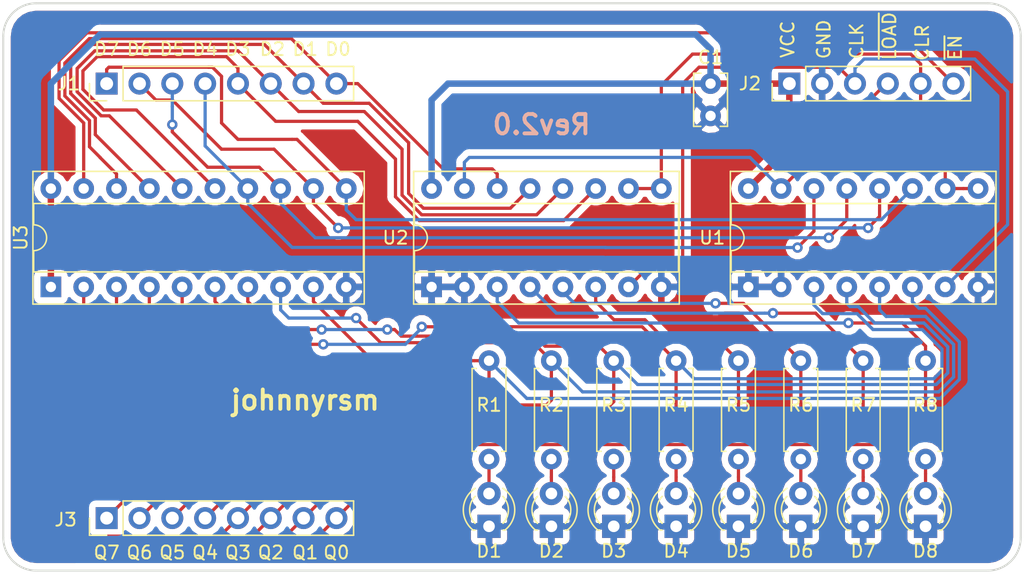
<source format=kicad_pcb>
(kicad_pcb (version 20171130) (host pcbnew 5.0.2-bee76a0~70~ubuntu16.04.1)

  (general
    (thickness 1.6)
    (drawings 32)
    (tracks 393)
    (zones 0)
    (modules 23)
    (nets 31)
  )

  (page A4)
  (layers
    (0 F.Cu signal)
    (31 B.Cu signal)
    (32 B.Adhes user)
    (33 F.Adhes user)
    (34 B.Paste user)
    (35 F.Paste user)
    (36 B.SilkS user)
    (37 F.SilkS user)
    (38 B.Mask user)
    (39 F.Mask user)
    (40 Dwgs.User user)
    (41 Cmts.User user)
    (42 Eco1.User user)
    (43 Eco2.User user)
    (44 Edge.Cuts user)
    (45 Margin user)
    (46 B.CrtYd user)
    (47 F.CrtYd user)
    (48 B.Fab user)
    (49 F.Fab user)
  )

  (setup
    (last_trace_width 0.25)
    (user_trace_width 0.5)
    (trace_clearance 0.2)
    (zone_clearance 0.508)
    (zone_45_only no)
    (trace_min 0.2)
    (segment_width 0.2)
    (edge_width 0.15)
    (via_size 0.8)
    (via_drill 0.4)
    (via_min_size 0.4)
    (via_min_drill 0.3)
    (uvia_size 0.3)
    (uvia_drill 0.1)
    (uvias_allowed no)
    (uvia_min_size 0.2)
    (uvia_min_drill 0.1)
    (pcb_text_width 0.3)
    (pcb_text_size 1.5 1.5)
    (mod_edge_width 0.15)
    (mod_text_size 1 1)
    (mod_text_width 0.15)
    (pad_size 1.524 1.524)
    (pad_drill 0.762)
    (pad_to_mask_clearance 0.051)
    (solder_mask_min_width 0.25)
    (aux_axis_origin 0 0)
    (visible_elements FFFFFF7F)
    (pcbplotparams
      (layerselection 0x310fc_ffffffff)
      (usegerberextensions true)
      (usegerberattributes false)
      (usegerberadvancedattributes false)
      (creategerberjobfile false)
      (excludeedgelayer true)
      (linewidth 0.100000)
      (plotframeref false)
      (viasonmask false)
      (mode 1)
      (useauxorigin false)
      (hpglpennumber 1)
      (hpglpenspeed 20)
      (hpglpendiameter 15.000000)
      (psnegative false)
      (psa4output false)
      (plotreference true)
      (plotvalue false)
      (plotinvisibletext false)
      (padsonsilk false)
      (subtractmaskfromsilk false)
      (outputformat 1)
      (mirror false)
      (drillshape 0)
      (scaleselection 1)
      (outputdirectory ""))
  )

  (net 0 "")
  (net 1 GND)
  (net 2 VCC)
  (net 3 "Net-(D1-Pad2)")
  (net 4 "Net-(D2-Pad2)")
  (net 5 "Net-(D3-Pad2)")
  (net 6 "Net-(D4-Pad2)")
  (net 7 "Net-(D5-Pad2)")
  (net 8 "Net-(D6-Pad2)")
  (net 9 "Net-(D7-Pad2)")
  (net 10 "Net-(D8-Pad2)")
  (net 11 /D0)
  (net 12 /D1)
  (net 13 /D2)
  (net 14 /D3)
  (net 15 /D4)
  (net 16 /D5)
  (net 17 /D6)
  (net 18 /D7)
  (net 19 /~EN)
  (net 20 /CLR)
  (net 21 /~LOAD)
  (net 22 /CLK)
  (net 23 /Q7)
  (net 24 /Q6)
  (net 25 /Q5)
  (net 26 /Q4)
  (net 27 /Q3)
  (net 28 /Q2)
  (net 29 /Q1)
  (net 30 /Q0)

  (net_class Default "This is the default net class."
    (clearance 0.2)
    (trace_width 0.25)
    (via_dia 0.8)
    (via_drill 0.4)
    (uvia_dia 0.3)
    (uvia_drill 0.1)
    (add_net /CLK)
    (add_net /CLR)
    (add_net /D0)
    (add_net /D1)
    (add_net /D2)
    (add_net /D3)
    (add_net /D4)
    (add_net /D5)
    (add_net /D6)
    (add_net /D7)
    (add_net /Q0)
    (add_net /Q1)
    (add_net /Q2)
    (add_net /Q3)
    (add_net /Q4)
    (add_net /Q5)
    (add_net /Q6)
    (add_net /Q7)
    (add_net /~EN)
    (add_net /~LOAD)
    (add_net GND)
    (add_net "Net-(D1-Pad2)")
    (add_net "Net-(D2-Pad2)")
    (add_net "Net-(D3-Pad2)")
    (add_net "Net-(D4-Pad2)")
    (add_net "Net-(D5-Pad2)")
    (add_net "Net-(D6-Pad2)")
    (add_net "Net-(D7-Pad2)")
    (add_net "Net-(D8-Pad2)")
    (add_net VCC)
  )

  (module Capacitors_THT:C_Rect_L4.0mm_W2.5mm_P2.50mm (layer F.Cu) (tedit 597BC7C2) (tstamp 5DEA0100)
    (at 135.001 55.245 270)
    (descr "C, Rect series, Radial, pin pitch=2.50mm, , length*width=4*2.5mm^2, Capacitor")
    (tags "C Rect series Radial pin pitch 2.50mm  length 4mm width 2.5mm Capacitor")
    (path /5E0AF4DA)
    (fp_text reference C1 (at -2.032 0) (layer F.SilkS)
      (effects (font (size 1 1) (thickness 0.15)))
    )
    (fp_text value 1u (at 1.25 2.56 270) (layer F.Fab)
      (effects (font (size 1 1) (thickness 0.15)))
    )
    (fp_text user %R (at 1.25 0 270) (layer F.Fab)
      (effects (font (size 1 1) (thickness 0.15)))
    )
    (fp_line (start 3.6 -1.6) (end -1.1 -1.6) (layer F.CrtYd) (width 0.05))
    (fp_line (start 3.6 1.6) (end 3.6 -1.6) (layer F.CrtYd) (width 0.05))
    (fp_line (start -1.1 1.6) (end 3.6 1.6) (layer F.CrtYd) (width 0.05))
    (fp_line (start -1.1 -1.6) (end -1.1 1.6) (layer F.CrtYd) (width 0.05))
    (fp_line (start 3.31 0.75) (end 3.31 1.31) (layer F.SilkS) (width 0.12))
    (fp_line (start 3.31 -1.31) (end 3.31 -0.75) (layer F.SilkS) (width 0.12))
    (fp_line (start -0.81 0.75) (end -0.81 1.31) (layer F.SilkS) (width 0.12))
    (fp_line (start -0.81 -1.31) (end -0.81 -0.75) (layer F.SilkS) (width 0.12))
    (fp_line (start -0.81 1.31) (end 3.31 1.31) (layer F.SilkS) (width 0.12))
    (fp_line (start -0.81 -1.31) (end 3.31 -1.31) (layer F.SilkS) (width 0.12))
    (fp_line (start 3.25 -1.25) (end -0.75 -1.25) (layer F.Fab) (width 0.1))
    (fp_line (start 3.25 1.25) (end 3.25 -1.25) (layer F.Fab) (width 0.1))
    (fp_line (start -0.75 1.25) (end 3.25 1.25) (layer F.Fab) (width 0.1))
    (fp_line (start -0.75 -1.25) (end -0.75 1.25) (layer F.Fab) (width 0.1))
    (pad 2 thru_hole circle (at 2.5 0 270) (size 1.6 1.6) (drill 0.8) (layers *.Cu *.Mask)
      (net 1 GND))
    (pad 1 thru_hole circle (at 0 0 270) (size 1.6 1.6) (drill 0.8) (layers *.Cu *.Mask)
      (net 2 VCC))
    (model ${KISYS3DMOD}/Capacitors_THT.3dshapes/C_Rect_L4.0mm_W2.5mm_P2.50mm.wrl
      (at (xyz 0 0 0))
      (scale (xyz 1 1 1))
      (rotate (xyz 0 0 0))
    )
  )

  (module LEDs:LED_D3.0mm (layer F.Cu) (tedit 587A3A7B) (tstamp 5DEA05DE)
    (at 117.856 89.535 90)
    (descr "LED, diameter 3.0mm, 2 pins")
    (tags "LED diameter 3.0mm 2 pins")
    (path /5DA7F304)
    (fp_text reference D1 (at -1.905 0 180) (layer F.SilkS)
      (effects (font (size 1 1) (thickness 0.15)))
    )
    (fp_text value Q7 (at -1.905 0 180) (layer F.Fab)
      (effects (font (size 1 1) (thickness 0.15)))
    )
    (fp_arc (start 1.27 0) (end -0.23 -1.16619) (angle 284.3) (layer F.Fab) (width 0.1))
    (fp_arc (start 1.27 0) (end -0.29 -1.235516) (angle 108.8) (layer F.SilkS) (width 0.12))
    (fp_arc (start 1.27 0) (end -0.29 1.235516) (angle -108.8) (layer F.SilkS) (width 0.12))
    (fp_arc (start 1.27 0) (end 0.229039 -1.08) (angle 87.9) (layer F.SilkS) (width 0.12))
    (fp_arc (start 1.27 0) (end 0.229039 1.08) (angle -87.9) (layer F.SilkS) (width 0.12))
    (fp_circle (center 1.27 0) (end 2.77 0) (layer F.Fab) (width 0.1))
    (fp_line (start -0.23 -1.16619) (end -0.23 1.16619) (layer F.Fab) (width 0.1))
    (fp_line (start -0.29 -1.236) (end -0.29 -1.08) (layer F.SilkS) (width 0.12))
    (fp_line (start -0.29 1.08) (end -0.29 1.236) (layer F.SilkS) (width 0.12))
    (fp_line (start -1.15 -2.25) (end -1.15 2.25) (layer F.CrtYd) (width 0.05))
    (fp_line (start -1.15 2.25) (end 3.7 2.25) (layer F.CrtYd) (width 0.05))
    (fp_line (start 3.7 2.25) (end 3.7 -2.25) (layer F.CrtYd) (width 0.05))
    (fp_line (start 3.7 -2.25) (end -1.15 -2.25) (layer F.CrtYd) (width 0.05))
    (pad 1 thru_hole rect (at 0 0 90) (size 1.8 1.8) (drill 0.9) (layers *.Cu *.Mask)
      (net 1 GND))
    (pad 2 thru_hole circle (at 2.54 0 90) (size 1.8 1.8) (drill 0.9) (layers *.Cu *.Mask)
      (net 3 "Net-(D1-Pad2)"))
    (model ${KISYS3DMOD}/LEDs.3dshapes/LED_D3.0mm.wrl
      (at (xyz 0 0 0))
      (scale (xyz 0.393701 0.393701 0.393701))
      (rotate (xyz 0 0 0))
    )
  )

  (module LEDs:LED_D3.0mm (layer F.Cu) (tedit 587A3A7B) (tstamp 5DE8A5CE)
    (at 122.682 89.535 90)
    (descr "LED, diameter 3.0mm, 2 pins")
    (tags "LED diameter 3.0mm 2 pins")
    (path /5DD6C5D3)
    (fp_text reference D2 (at -1.905 0 180) (layer F.SilkS)
      (effects (font (size 1 1) (thickness 0.15)))
    )
    (fp_text value Q6 (at -1.905 0 180) (layer F.Fab)
      (effects (font (size 1 1) (thickness 0.15)))
    )
    (fp_line (start 3.7 -2.25) (end -1.15 -2.25) (layer F.CrtYd) (width 0.05))
    (fp_line (start 3.7 2.25) (end 3.7 -2.25) (layer F.CrtYd) (width 0.05))
    (fp_line (start -1.15 2.25) (end 3.7 2.25) (layer F.CrtYd) (width 0.05))
    (fp_line (start -1.15 -2.25) (end -1.15 2.25) (layer F.CrtYd) (width 0.05))
    (fp_line (start -0.29 1.08) (end -0.29 1.236) (layer F.SilkS) (width 0.12))
    (fp_line (start -0.29 -1.236) (end -0.29 -1.08) (layer F.SilkS) (width 0.12))
    (fp_line (start -0.23 -1.16619) (end -0.23 1.16619) (layer F.Fab) (width 0.1))
    (fp_circle (center 1.27 0) (end 2.77 0) (layer F.Fab) (width 0.1))
    (fp_arc (start 1.27 0) (end 0.229039 1.08) (angle -87.9) (layer F.SilkS) (width 0.12))
    (fp_arc (start 1.27 0) (end 0.229039 -1.08) (angle 87.9) (layer F.SilkS) (width 0.12))
    (fp_arc (start 1.27 0) (end -0.29 1.235516) (angle -108.8) (layer F.SilkS) (width 0.12))
    (fp_arc (start 1.27 0) (end -0.29 -1.235516) (angle 108.8) (layer F.SilkS) (width 0.12))
    (fp_arc (start 1.27 0) (end -0.23 -1.16619) (angle 284.3) (layer F.Fab) (width 0.1))
    (pad 2 thru_hole circle (at 2.54 0 90) (size 1.8 1.8) (drill 0.9) (layers *.Cu *.Mask)
      (net 4 "Net-(D2-Pad2)"))
    (pad 1 thru_hole rect (at 0 0 90) (size 1.8 1.8) (drill 0.9) (layers *.Cu *.Mask)
      (net 1 GND))
    (model ${KISYS3DMOD}/LEDs.3dshapes/LED_D3.0mm.wrl
      (at (xyz 0 0 0))
      (scale (xyz 0.393701 0.393701 0.393701))
      (rotate (xyz 0 0 0))
    )
  )

  (module LEDs:LED_D3.0mm (layer F.Cu) (tedit 587A3A7B) (tstamp 5DE8A617)
    (at 127.508 89.535 90)
    (descr "LED, diameter 3.0mm, 2 pins")
    (tags "LED diameter 3.0mm 2 pins")
    (path /5DD6C7A4)
    (fp_text reference D3 (at -1.905 0 180) (layer F.SilkS)
      (effects (font (size 1 1) (thickness 0.15)))
    )
    (fp_text value Q5 (at -1.905 0 180) (layer F.Fab)
      (effects (font (size 1 1) (thickness 0.15)))
    )
    (fp_arc (start 1.27 0) (end -0.23 -1.16619) (angle 284.3) (layer F.Fab) (width 0.1))
    (fp_arc (start 1.27 0) (end -0.29 -1.235516) (angle 108.8) (layer F.SilkS) (width 0.12))
    (fp_arc (start 1.27 0) (end -0.29 1.235516) (angle -108.8) (layer F.SilkS) (width 0.12))
    (fp_arc (start 1.27 0) (end 0.229039 -1.08) (angle 87.9) (layer F.SilkS) (width 0.12))
    (fp_arc (start 1.27 0) (end 0.229039 1.08) (angle -87.9) (layer F.SilkS) (width 0.12))
    (fp_circle (center 1.27 0) (end 2.77 0) (layer F.Fab) (width 0.1))
    (fp_line (start -0.23 -1.16619) (end -0.23 1.16619) (layer F.Fab) (width 0.1))
    (fp_line (start -0.29 -1.236) (end -0.29 -1.08) (layer F.SilkS) (width 0.12))
    (fp_line (start -0.29 1.08) (end -0.29 1.236) (layer F.SilkS) (width 0.12))
    (fp_line (start -1.15 -2.25) (end -1.15 2.25) (layer F.CrtYd) (width 0.05))
    (fp_line (start -1.15 2.25) (end 3.7 2.25) (layer F.CrtYd) (width 0.05))
    (fp_line (start 3.7 2.25) (end 3.7 -2.25) (layer F.CrtYd) (width 0.05))
    (fp_line (start 3.7 -2.25) (end -1.15 -2.25) (layer F.CrtYd) (width 0.05))
    (pad 1 thru_hole rect (at 0 0 90) (size 1.8 1.8) (drill 0.9) (layers *.Cu *.Mask)
      (net 1 GND))
    (pad 2 thru_hole circle (at 2.54 0 90) (size 1.8 1.8) (drill 0.9) (layers *.Cu *.Mask)
      (net 5 "Net-(D3-Pad2)"))
    (model ${KISYS3DMOD}/LEDs.3dshapes/LED_D3.0mm.wrl
      (at (xyz 0 0 0))
      (scale (xyz 0.393701 0.393701 0.393701))
      (rotate (xyz 0 0 0))
    )
  )

  (module LEDs:LED_D3.0mm (layer F.Cu) (tedit 587A3A7B) (tstamp 5DE8A6A9)
    (at 132.334 89.535 90)
    (descr "LED, diameter 3.0mm, 2 pins")
    (tags "LED diameter 3.0mm 2 pins")
    (path /5DD6C7F2)
    (fp_text reference D4 (at -1.905 0 180) (layer F.SilkS)
      (effects (font (size 1 1) (thickness 0.15)))
    )
    (fp_text value Q4 (at -1.905 0 180) (layer F.Fab)
      (effects (font (size 1 1) (thickness 0.15)))
    )
    (fp_line (start 3.7 -2.25) (end -1.15 -2.25) (layer F.CrtYd) (width 0.05))
    (fp_line (start 3.7 2.25) (end 3.7 -2.25) (layer F.CrtYd) (width 0.05))
    (fp_line (start -1.15 2.25) (end 3.7 2.25) (layer F.CrtYd) (width 0.05))
    (fp_line (start -1.15 -2.25) (end -1.15 2.25) (layer F.CrtYd) (width 0.05))
    (fp_line (start -0.29 1.08) (end -0.29 1.236) (layer F.SilkS) (width 0.12))
    (fp_line (start -0.29 -1.236) (end -0.29 -1.08) (layer F.SilkS) (width 0.12))
    (fp_line (start -0.23 -1.16619) (end -0.23 1.16619) (layer F.Fab) (width 0.1))
    (fp_circle (center 1.27 0) (end 2.77 0) (layer F.Fab) (width 0.1))
    (fp_arc (start 1.27 0) (end 0.229039 1.08) (angle -87.9) (layer F.SilkS) (width 0.12))
    (fp_arc (start 1.27 0) (end 0.229039 -1.08) (angle 87.9) (layer F.SilkS) (width 0.12))
    (fp_arc (start 1.27 0) (end -0.29 1.235516) (angle -108.8) (layer F.SilkS) (width 0.12))
    (fp_arc (start 1.27 0) (end -0.29 -1.235516) (angle 108.8) (layer F.SilkS) (width 0.12))
    (fp_arc (start 1.27 0) (end -0.23 -1.16619) (angle 284.3) (layer F.Fab) (width 0.1))
    (pad 2 thru_hole circle (at 2.54 0 90) (size 1.8 1.8) (drill 0.9) (layers *.Cu *.Mask)
      (net 6 "Net-(D4-Pad2)"))
    (pad 1 thru_hole rect (at 0 0 90) (size 1.8 1.8) (drill 0.9) (layers *.Cu *.Mask)
      (net 1 GND))
    (model ${KISYS3DMOD}/LEDs.3dshapes/LED_D3.0mm.wrl
      (at (xyz 0 0 0))
      (scale (xyz 0.393701 0.393701 0.393701))
      (rotate (xyz 0 0 0))
    )
  )

  (module LEDs:LED_D3.0mm (layer F.Cu) (tedit 587A3A7B) (tstamp 5DE8A785)
    (at 137.16 89.535 90)
    (descr "LED, diameter 3.0mm, 2 pins")
    (tags "LED diameter 3.0mm 2 pins")
    (path /5DD6D481)
    (fp_text reference D5 (at -1.905 0 180) (layer F.SilkS)
      (effects (font (size 1 1) (thickness 0.15)))
    )
    (fp_text value Q3 (at -1.905 0 180) (layer F.Fab)
      (effects (font (size 1 1) (thickness 0.15)))
    )
    (fp_arc (start 1.27 0) (end -0.23 -1.16619) (angle 284.3) (layer F.Fab) (width 0.1))
    (fp_arc (start 1.27 0) (end -0.29 -1.235516) (angle 108.8) (layer F.SilkS) (width 0.12))
    (fp_arc (start 1.27 0) (end -0.29 1.235516) (angle -108.8) (layer F.SilkS) (width 0.12))
    (fp_arc (start 1.27 0) (end 0.229039 -1.08) (angle 87.9) (layer F.SilkS) (width 0.12))
    (fp_arc (start 1.27 0) (end 0.229039 1.08) (angle -87.9) (layer F.SilkS) (width 0.12))
    (fp_circle (center 1.27 0) (end 2.77 0) (layer F.Fab) (width 0.1))
    (fp_line (start -0.23 -1.16619) (end -0.23 1.16619) (layer F.Fab) (width 0.1))
    (fp_line (start -0.29 -1.236) (end -0.29 -1.08) (layer F.SilkS) (width 0.12))
    (fp_line (start -0.29 1.08) (end -0.29 1.236) (layer F.SilkS) (width 0.12))
    (fp_line (start -1.15 -2.25) (end -1.15 2.25) (layer F.CrtYd) (width 0.05))
    (fp_line (start -1.15 2.25) (end 3.7 2.25) (layer F.CrtYd) (width 0.05))
    (fp_line (start 3.7 2.25) (end 3.7 -2.25) (layer F.CrtYd) (width 0.05))
    (fp_line (start 3.7 -2.25) (end -1.15 -2.25) (layer F.CrtYd) (width 0.05))
    (pad 1 thru_hole rect (at 0 0 90) (size 1.8 1.8) (drill 0.9) (layers *.Cu *.Mask)
      (net 1 GND))
    (pad 2 thru_hole circle (at 2.54 0 90) (size 1.8 1.8) (drill 0.9) (layers *.Cu *.Mask)
      (net 7 "Net-(D5-Pad2)"))
    (model ${KISYS3DMOD}/LEDs.3dshapes/LED_D3.0mm.wrl
      (at (xyz 0 0 0))
      (scale (xyz 0.393701 0.393701 0.393701))
      (rotate (xyz 0 0 0))
    )
  )

  (module LEDs:LED_D3.0mm (layer F.Cu) (tedit 587A3A7B) (tstamp 5DDE14F4)
    (at 141.986 89.535 90)
    (descr "LED, diameter 3.0mm, 2 pins")
    (tags "LED diameter 3.0mm 2 pins")
    (path /5DD6D488)
    (fp_text reference D6 (at -1.905 0 180) (layer F.SilkS)
      (effects (font (size 1 1) (thickness 0.15)))
    )
    (fp_text value Q2 (at -1.905 0 180) (layer F.Fab)
      (effects (font (size 1 1) (thickness 0.15)))
    )
    (fp_line (start 3.7 -2.25) (end -1.15 -2.25) (layer F.CrtYd) (width 0.05))
    (fp_line (start 3.7 2.25) (end 3.7 -2.25) (layer F.CrtYd) (width 0.05))
    (fp_line (start -1.15 2.25) (end 3.7 2.25) (layer F.CrtYd) (width 0.05))
    (fp_line (start -1.15 -2.25) (end -1.15 2.25) (layer F.CrtYd) (width 0.05))
    (fp_line (start -0.29 1.08) (end -0.29 1.236) (layer F.SilkS) (width 0.12))
    (fp_line (start -0.29 -1.236) (end -0.29 -1.08) (layer F.SilkS) (width 0.12))
    (fp_line (start -0.23 -1.16619) (end -0.23 1.16619) (layer F.Fab) (width 0.1))
    (fp_circle (center 1.27 0) (end 2.77 0) (layer F.Fab) (width 0.1))
    (fp_arc (start 1.27 0) (end 0.229039 1.08) (angle -87.9) (layer F.SilkS) (width 0.12))
    (fp_arc (start 1.27 0) (end 0.229039 -1.08) (angle 87.9) (layer F.SilkS) (width 0.12))
    (fp_arc (start 1.27 0) (end -0.29 1.235516) (angle -108.8) (layer F.SilkS) (width 0.12))
    (fp_arc (start 1.27 0) (end -0.29 -1.235516) (angle 108.8) (layer F.SilkS) (width 0.12))
    (fp_arc (start 1.27 0) (end -0.23 -1.16619) (angle 284.3) (layer F.Fab) (width 0.1))
    (pad 2 thru_hole circle (at 2.54 0 90) (size 1.8 1.8) (drill 0.9) (layers *.Cu *.Mask)
      (net 8 "Net-(D6-Pad2)"))
    (pad 1 thru_hole rect (at 0 0 90) (size 1.8 1.8) (drill 0.9) (layers *.Cu *.Mask)
      (net 1 GND))
    (model ${KISYS3DMOD}/LEDs.3dshapes/LED_D3.0mm.wrl
      (at (xyz 0 0 0))
      (scale (xyz 0.393701 0.393701 0.393701))
      (rotate (xyz 0 0 0))
    )
  )

  (module LEDs:LED_D3.0mm (layer F.Cu) (tedit 587A3A7B) (tstamp 5DEA0831)
    (at 146.812 89.535 90)
    (descr "LED, diameter 3.0mm, 2 pins")
    (tags "LED diameter 3.0mm 2 pins")
    (path /5DD6D48F)
    (fp_text reference D7 (at -1.905 0 180) (layer F.SilkS)
      (effects (font (size 1 1) (thickness 0.15)))
    )
    (fp_text value Q1 (at -1.905 0 180) (layer F.Fab)
      (effects (font (size 1 1) (thickness 0.15)))
    )
    (fp_arc (start 1.27 0) (end -0.23 -1.16619) (angle 284.3) (layer F.Fab) (width 0.1))
    (fp_arc (start 1.27 0) (end -0.29 -1.235516) (angle 108.8) (layer F.SilkS) (width 0.12))
    (fp_arc (start 1.27 0) (end -0.29 1.235516) (angle -108.8) (layer F.SilkS) (width 0.12))
    (fp_arc (start 1.27 0) (end 0.229039 -1.08) (angle 87.9) (layer F.SilkS) (width 0.12))
    (fp_arc (start 1.27 0) (end 0.229039 1.08) (angle -87.9) (layer F.SilkS) (width 0.12))
    (fp_circle (center 1.27 0) (end 2.77 0) (layer F.Fab) (width 0.1))
    (fp_line (start -0.23 -1.16619) (end -0.23 1.16619) (layer F.Fab) (width 0.1))
    (fp_line (start -0.29 -1.236) (end -0.29 -1.08) (layer F.SilkS) (width 0.12))
    (fp_line (start -0.29 1.08) (end -0.29 1.236) (layer F.SilkS) (width 0.12))
    (fp_line (start -1.15 -2.25) (end -1.15 2.25) (layer F.CrtYd) (width 0.05))
    (fp_line (start -1.15 2.25) (end 3.7 2.25) (layer F.CrtYd) (width 0.05))
    (fp_line (start 3.7 2.25) (end 3.7 -2.25) (layer F.CrtYd) (width 0.05))
    (fp_line (start 3.7 -2.25) (end -1.15 -2.25) (layer F.CrtYd) (width 0.05))
    (pad 1 thru_hole rect (at 0 0 90) (size 1.8 1.8) (drill 0.9) (layers *.Cu *.Mask)
      (net 1 GND))
    (pad 2 thru_hole circle (at 2.54 0 90) (size 1.8 1.8) (drill 0.9) (layers *.Cu *.Mask)
      (net 9 "Net-(D7-Pad2)"))
    (model ${KISYS3DMOD}/LEDs.3dshapes/LED_D3.0mm.wrl
      (at (xyz 0 0 0))
      (scale (xyz 0.393701 0.393701 0.393701))
      (rotate (xyz 0 0 0))
    )
  )

  (module LEDs:LED_D3.0mm (layer F.Cu) (tedit 587A3A7B) (tstamp 5DEA07BC)
    (at 151.638 89.535 90)
    (descr "LED, diameter 3.0mm, 2 pins")
    (tags "LED diameter 3.0mm 2 pins")
    (path /5DD6D496)
    (fp_text reference D8 (at -1.905 0 180) (layer F.SilkS)
      (effects (font (size 1 1) (thickness 0.15)))
    )
    (fp_text value Q0 (at -1.905 0 180) (layer F.Fab)
      (effects (font (size 1 1) (thickness 0.15)))
    )
    (fp_line (start 3.7 -2.25) (end -1.15 -2.25) (layer F.CrtYd) (width 0.05))
    (fp_line (start 3.7 2.25) (end 3.7 -2.25) (layer F.CrtYd) (width 0.05))
    (fp_line (start -1.15 2.25) (end 3.7 2.25) (layer F.CrtYd) (width 0.05))
    (fp_line (start -1.15 -2.25) (end -1.15 2.25) (layer F.CrtYd) (width 0.05))
    (fp_line (start -0.29 1.08) (end -0.29 1.236) (layer F.SilkS) (width 0.12))
    (fp_line (start -0.29 -1.236) (end -0.29 -1.08) (layer F.SilkS) (width 0.12))
    (fp_line (start -0.23 -1.16619) (end -0.23 1.16619) (layer F.Fab) (width 0.1))
    (fp_circle (center 1.27 0) (end 2.77 0) (layer F.Fab) (width 0.1))
    (fp_arc (start 1.27 0) (end 0.229039 1.08) (angle -87.9) (layer F.SilkS) (width 0.12))
    (fp_arc (start 1.27 0) (end 0.229039 -1.08) (angle 87.9) (layer F.SilkS) (width 0.12))
    (fp_arc (start 1.27 0) (end -0.29 1.235516) (angle -108.8) (layer F.SilkS) (width 0.12))
    (fp_arc (start 1.27 0) (end -0.29 -1.235516) (angle 108.8) (layer F.SilkS) (width 0.12))
    (fp_arc (start 1.27 0) (end -0.23 -1.16619) (angle 284.3) (layer F.Fab) (width 0.1))
    (pad 2 thru_hole circle (at 2.54 0 90) (size 1.8 1.8) (drill 0.9) (layers *.Cu *.Mask)
      (net 10 "Net-(D8-Pad2)"))
    (pad 1 thru_hole rect (at 0 0 90) (size 1.8 1.8) (drill 0.9) (layers *.Cu *.Mask)
      (net 1 GND))
    (model ${KISYS3DMOD}/LEDs.3dshapes/LED_D3.0mm.wrl
      (at (xyz 0 0 0))
      (scale (xyz 0.393701 0.393701 0.393701))
      (rotate (xyz 0 0 0))
    )
  )

  (module Pin_Headers:Pin_Header_Straight_1x08_Pitch2.54mm (layer F.Cu) (tedit 59650532) (tstamp 5E194ED7)
    (at 88.265 55.245 90)
    (descr "Through hole straight pin header, 1x08, 2.54mm pitch, single row")
    (tags "Through hole pin header THT 1x08 2.54mm single row")
    (path /5DD6B03A)
    (fp_text reference J1 (at 0 -2.921 -180) (layer F.SilkS)
      (effects (font (size 1 1) (thickness 0.15)))
    )
    (fp_text value Conn_01x08_Male (at -2.667 8.89 -180) (layer F.Fab)
      (effects (font (size 1 1) (thickness 0.15)))
    )
    (fp_text user %R (at 0 8.89 -180) (layer F.Fab)
      (effects (font (size 1 1) (thickness 0.15)))
    )
    (fp_line (start 1.8 -1.8) (end -1.8 -1.8) (layer F.CrtYd) (width 0.05))
    (fp_line (start 1.8 19.55) (end 1.8 -1.8) (layer F.CrtYd) (width 0.05))
    (fp_line (start -1.8 19.55) (end 1.8 19.55) (layer F.CrtYd) (width 0.05))
    (fp_line (start -1.8 -1.8) (end -1.8 19.55) (layer F.CrtYd) (width 0.05))
    (fp_line (start -1.33 -1.33) (end 0 -1.33) (layer F.SilkS) (width 0.12))
    (fp_line (start -1.33 0) (end -1.33 -1.33) (layer F.SilkS) (width 0.12))
    (fp_line (start -1.33 1.27) (end 1.33 1.27) (layer F.SilkS) (width 0.12))
    (fp_line (start 1.33 1.27) (end 1.33 19.11) (layer F.SilkS) (width 0.12))
    (fp_line (start -1.33 1.27) (end -1.33 19.11) (layer F.SilkS) (width 0.12))
    (fp_line (start -1.33 19.11) (end 1.33 19.11) (layer F.SilkS) (width 0.12))
    (fp_line (start -1.27 -0.635) (end -0.635 -1.27) (layer F.Fab) (width 0.1))
    (fp_line (start -1.27 19.05) (end -1.27 -0.635) (layer F.Fab) (width 0.1))
    (fp_line (start 1.27 19.05) (end -1.27 19.05) (layer F.Fab) (width 0.1))
    (fp_line (start 1.27 -1.27) (end 1.27 19.05) (layer F.Fab) (width 0.1))
    (fp_line (start -0.635 -1.27) (end 1.27 -1.27) (layer F.Fab) (width 0.1))
    (pad 8 thru_hole oval (at 0 17.78 90) (size 1.7 1.7) (drill 1) (layers *.Cu *.Mask)
      (net 11 /D0))
    (pad 7 thru_hole oval (at 0 15.24 90) (size 1.7 1.7) (drill 1) (layers *.Cu *.Mask)
      (net 12 /D1))
    (pad 6 thru_hole oval (at 0 12.7 90) (size 1.7 1.7) (drill 1) (layers *.Cu *.Mask)
      (net 13 /D2))
    (pad 5 thru_hole oval (at 0 10.16 90) (size 1.7 1.7) (drill 1) (layers *.Cu *.Mask)
      (net 14 /D3))
    (pad 4 thru_hole oval (at 0 7.62 90) (size 1.7 1.7) (drill 1) (layers *.Cu *.Mask)
      (net 15 /D4))
    (pad 3 thru_hole oval (at 0 5.08 90) (size 1.7 1.7) (drill 1) (layers *.Cu *.Mask)
      (net 16 /D5))
    (pad 2 thru_hole oval (at 0 2.54 90) (size 1.7 1.7) (drill 1) (layers *.Cu *.Mask)
      (net 17 /D6))
    (pad 1 thru_hole rect (at 0 0 90) (size 1.7 1.7) (drill 1) (layers *.Cu *.Mask)
      (net 18 /D7))
    (model ${KISYS3DMOD}/Pin_Headers.3dshapes/Pin_Header_Straight_1x08_Pitch2.54mm.wrl
      (at (xyz 0 0 0))
      (scale (xyz 1 1 1))
      (rotate (xyz 0 0 0))
    )
  )

  (module Pin_Headers:Pin_Header_Straight_1x06_Pitch2.54mm (layer F.Cu) (tedit 59650532) (tstamp 5E194BE0)
    (at 141.097 55.245 90)
    (descr "Through hole straight pin header, 1x06, 2.54mm pitch, single row")
    (tags "Through hole pin header THT 1x06 2.54mm single row")
    (path /5DD6AF1D)
    (fp_text reference J2 (at 0 -3.048 180) (layer F.SilkS)
      (effects (font (size 1 1) (thickness 0.15)))
    )
    (fp_text value Conn_01x06_Male (at -2.667 6.477 180) (layer F.Fab)
      (effects (font (size 1 1) (thickness 0.15)))
    )
    (fp_text user %R (at 0 6.35 180) (layer F.Fab)
      (effects (font (size 1 1) (thickness 0.15)))
    )
    (fp_line (start 1.8 -1.8) (end -1.8 -1.8) (layer F.CrtYd) (width 0.05))
    (fp_line (start 1.8 14.5) (end 1.8 -1.8) (layer F.CrtYd) (width 0.05))
    (fp_line (start -1.8 14.5) (end 1.8 14.5) (layer F.CrtYd) (width 0.05))
    (fp_line (start -1.8 -1.8) (end -1.8 14.5) (layer F.CrtYd) (width 0.05))
    (fp_line (start -1.33 -1.33) (end 0 -1.33) (layer F.SilkS) (width 0.12))
    (fp_line (start -1.33 0) (end -1.33 -1.33) (layer F.SilkS) (width 0.12))
    (fp_line (start -1.33 1.27) (end 1.33 1.27) (layer F.SilkS) (width 0.12))
    (fp_line (start 1.33 1.27) (end 1.33 14.03) (layer F.SilkS) (width 0.12))
    (fp_line (start -1.33 1.27) (end -1.33 14.03) (layer F.SilkS) (width 0.12))
    (fp_line (start -1.33 14.03) (end 1.33 14.03) (layer F.SilkS) (width 0.12))
    (fp_line (start -1.27 -0.635) (end -0.635 -1.27) (layer F.Fab) (width 0.1))
    (fp_line (start -1.27 13.97) (end -1.27 -0.635) (layer F.Fab) (width 0.1))
    (fp_line (start 1.27 13.97) (end -1.27 13.97) (layer F.Fab) (width 0.1))
    (fp_line (start 1.27 -1.27) (end 1.27 13.97) (layer F.Fab) (width 0.1))
    (fp_line (start -0.635 -1.27) (end 1.27 -1.27) (layer F.Fab) (width 0.1))
    (pad 6 thru_hole oval (at 0 12.7 90) (size 1.7 1.7) (drill 1) (layers *.Cu *.Mask)
      (net 19 /~EN))
    (pad 5 thru_hole oval (at 0 10.16 90) (size 1.7 1.7) (drill 1) (layers *.Cu *.Mask)
      (net 20 /CLR))
    (pad 4 thru_hole oval (at 0 7.62 90) (size 1.7 1.7) (drill 1) (layers *.Cu *.Mask)
      (net 21 /~LOAD))
    (pad 3 thru_hole oval (at 0 5.08 90) (size 1.7 1.7) (drill 1) (layers *.Cu *.Mask)
      (net 22 /CLK))
    (pad 2 thru_hole oval (at 0 2.54 90) (size 1.7 1.7) (drill 1) (layers *.Cu *.Mask)
      (net 1 GND))
    (pad 1 thru_hole rect (at 0 0 90) (size 1.7 1.7) (drill 1) (layers *.Cu *.Mask)
      (net 2 VCC))
    (model ${KISYS3DMOD}/Pin_Headers.3dshapes/Pin_Header_Straight_1x06_Pitch2.54mm.wrl
      (at (xyz 0 0 0))
      (scale (xyz 1 1 1))
      (rotate (xyz 0 0 0))
    )
  )

  (module Pin_Headers:Pin_Header_Straight_1x08_Pitch2.54mm (layer F.Cu) (tedit 59650532) (tstamp 5E1BFB9F)
    (at 88.265 88.9 90)
    (descr "Through hole straight pin header, 1x08, 2.54mm pitch, single row")
    (tags "Through hole pin header THT 1x08 2.54mm single row")
    (path /5DD6B0B0)
    (fp_text reference J3 (at -0.127 -3.175 -180) (layer F.SilkS)
      (effects (font (size 1 1) (thickness 0.15)))
    )
    (fp_text value Conn_01x08_Male (at 2.667 9.144 -180) (layer F.Fab)
      (effects (font (size 1 1) (thickness 0.15)))
    )
    (fp_line (start -0.635 -1.27) (end 1.27 -1.27) (layer F.Fab) (width 0.1))
    (fp_line (start 1.27 -1.27) (end 1.27 19.05) (layer F.Fab) (width 0.1))
    (fp_line (start 1.27 19.05) (end -1.27 19.05) (layer F.Fab) (width 0.1))
    (fp_line (start -1.27 19.05) (end -1.27 -0.635) (layer F.Fab) (width 0.1))
    (fp_line (start -1.27 -0.635) (end -0.635 -1.27) (layer F.Fab) (width 0.1))
    (fp_line (start -1.33 19.11) (end 1.33 19.11) (layer F.SilkS) (width 0.12))
    (fp_line (start -1.33 1.27) (end -1.33 19.11) (layer F.SilkS) (width 0.12))
    (fp_line (start 1.33 1.27) (end 1.33 19.11) (layer F.SilkS) (width 0.12))
    (fp_line (start -1.33 1.27) (end 1.33 1.27) (layer F.SilkS) (width 0.12))
    (fp_line (start -1.33 0) (end -1.33 -1.33) (layer F.SilkS) (width 0.12))
    (fp_line (start -1.33 -1.33) (end 0 -1.33) (layer F.SilkS) (width 0.12))
    (fp_line (start -1.8 -1.8) (end -1.8 19.55) (layer F.CrtYd) (width 0.05))
    (fp_line (start -1.8 19.55) (end 1.8 19.55) (layer F.CrtYd) (width 0.05))
    (fp_line (start 1.8 19.55) (end 1.8 -1.8) (layer F.CrtYd) (width 0.05))
    (fp_line (start 1.8 -1.8) (end -1.8 -1.8) (layer F.CrtYd) (width 0.05))
    (fp_text user %R (at 0 8.89 -180) (layer F.Fab)
      (effects (font (size 1 1) (thickness 0.15)))
    )
    (pad 1 thru_hole rect (at 0 0 90) (size 1.7 1.7) (drill 1) (layers *.Cu *.Mask)
      (net 23 /Q7))
    (pad 2 thru_hole oval (at 0 2.54 90) (size 1.7 1.7) (drill 1) (layers *.Cu *.Mask)
      (net 24 /Q6))
    (pad 3 thru_hole oval (at 0 5.08 90) (size 1.7 1.7) (drill 1) (layers *.Cu *.Mask)
      (net 25 /Q5))
    (pad 4 thru_hole oval (at 0 7.62 90) (size 1.7 1.7) (drill 1) (layers *.Cu *.Mask)
      (net 26 /Q4))
    (pad 5 thru_hole oval (at 0 10.16 90) (size 1.7 1.7) (drill 1) (layers *.Cu *.Mask)
      (net 27 /Q3))
    (pad 6 thru_hole oval (at 0 12.7 90) (size 1.7 1.7) (drill 1) (layers *.Cu *.Mask)
      (net 28 /Q2))
    (pad 7 thru_hole oval (at 0 15.24 90) (size 1.7 1.7) (drill 1) (layers *.Cu *.Mask)
      (net 29 /Q1))
    (pad 8 thru_hole oval (at 0 17.78 90) (size 1.7 1.7) (drill 1) (layers *.Cu *.Mask)
      (net 30 /Q0))
    (model ${KISYS3DMOD}/Pin_Headers.3dshapes/Pin_Header_Straight_1x08_Pitch2.54mm.wrl
      (at (xyz 0 0 0))
      (scale (xyz 1 1 1))
      (rotate (xyz 0 0 0))
    )
  )

  (module Resistors_THT:R_Axial_DIN0207_L6.3mm_D2.5mm_P7.62mm_Horizontal (layer F.Cu) (tedit 5874F706) (tstamp 5DEA05A2)
    (at 117.856 76.708 270)
    (descr "Resistor, Axial_DIN0207 series, Axial, Horizontal, pin pitch=7.62mm, 0.25W = 1/4W, length*diameter=6.3*2.5mm^2, http://cdn-reichelt.de/documents/datenblatt/B400/1_4W%23YAG.pdf")
    (tags "Resistor Axial_DIN0207 series Axial Horizontal pin pitch 7.62mm 0.25W = 1/4W length 6.3mm diameter 2.5mm")
    (path /5DD6B76B)
    (fp_text reference R1 (at 3.429 0) (layer F.SilkS)
      (effects (font (size 1 1) (thickness 0.15)))
    )
    (fp_text value 470 (at 3.81 -0.127 270) (layer F.Fab)
      (effects (font (size 1 1) (thickness 0.15)))
    )
    (fp_line (start 0.66 -1.25) (end 0.66 1.25) (layer F.Fab) (width 0.1))
    (fp_line (start 0.66 1.25) (end 6.96 1.25) (layer F.Fab) (width 0.1))
    (fp_line (start 6.96 1.25) (end 6.96 -1.25) (layer F.Fab) (width 0.1))
    (fp_line (start 6.96 -1.25) (end 0.66 -1.25) (layer F.Fab) (width 0.1))
    (fp_line (start 0 0) (end 0.66 0) (layer F.Fab) (width 0.1))
    (fp_line (start 7.62 0) (end 6.96 0) (layer F.Fab) (width 0.1))
    (fp_line (start 0.6 -0.98) (end 0.6 -1.31) (layer F.SilkS) (width 0.12))
    (fp_line (start 0.6 -1.31) (end 7.02 -1.31) (layer F.SilkS) (width 0.12))
    (fp_line (start 7.02 -1.31) (end 7.02 -0.98) (layer F.SilkS) (width 0.12))
    (fp_line (start 0.6 0.98) (end 0.6 1.31) (layer F.SilkS) (width 0.12))
    (fp_line (start 0.6 1.31) (end 7.02 1.31) (layer F.SilkS) (width 0.12))
    (fp_line (start 7.02 1.31) (end 7.02 0.98) (layer F.SilkS) (width 0.12))
    (fp_line (start -1.05 -1.6) (end -1.05 1.6) (layer F.CrtYd) (width 0.05))
    (fp_line (start -1.05 1.6) (end 8.7 1.6) (layer F.CrtYd) (width 0.05))
    (fp_line (start 8.7 1.6) (end 8.7 -1.6) (layer F.CrtYd) (width 0.05))
    (fp_line (start 8.7 -1.6) (end -1.05 -1.6) (layer F.CrtYd) (width 0.05))
    (pad 1 thru_hole circle (at 0 0 270) (size 1.6 1.6) (drill 0.8) (layers *.Cu *.Mask)
      (net 23 /Q7))
    (pad 2 thru_hole oval (at 7.62 0 270) (size 1.6 1.6) (drill 0.8) (layers *.Cu *.Mask)
      (net 3 "Net-(D1-Pad2)"))
    (model ${KISYS3DMOD}/Resistors_THT.3dshapes/R_Axial_DIN0207_L6.3mm_D2.5mm_P7.62mm_Horizontal.wrl
      (at (xyz 0 0 0))
      (scale (xyz 0.393701 0.393701 0.393701))
      (rotate (xyz 0 0 0))
    )
  )

  (module Resistors_THT:R_Axial_DIN0207_L6.3mm_D2.5mm_P7.62mm_Horizontal (layer F.Cu) (tedit 5874F706) (tstamp 5DE9E9D6)
    (at 122.682 76.708 270)
    (descr "Resistor, Axial_DIN0207 series, Axial, Horizontal, pin pitch=7.62mm, 0.25W = 1/4W, length*diameter=6.3*2.5mm^2, http://cdn-reichelt.de/documents/datenblatt/B400/1_4W%23YAG.pdf")
    (tags "Resistor Axial_DIN0207 series Axial Horizontal pin pitch 7.62mm 0.25W = 1/4W length 6.3mm diameter 2.5mm")
    (path /5DD6B70B)
    (fp_text reference R2 (at 3.429 0) (layer F.SilkS)
      (effects (font (size 1 1) (thickness 0.15)))
    )
    (fp_text value 470 (at 3.81 -0.127 270) (layer F.Fab)
      (effects (font (size 1 1) (thickness 0.15)))
    )
    (fp_line (start 8.7 -1.6) (end -1.05 -1.6) (layer F.CrtYd) (width 0.05))
    (fp_line (start 8.7 1.6) (end 8.7 -1.6) (layer F.CrtYd) (width 0.05))
    (fp_line (start -1.05 1.6) (end 8.7 1.6) (layer F.CrtYd) (width 0.05))
    (fp_line (start -1.05 -1.6) (end -1.05 1.6) (layer F.CrtYd) (width 0.05))
    (fp_line (start 7.02 1.31) (end 7.02 0.98) (layer F.SilkS) (width 0.12))
    (fp_line (start 0.6 1.31) (end 7.02 1.31) (layer F.SilkS) (width 0.12))
    (fp_line (start 0.6 0.98) (end 0.6 1.31) (layer F.SilkS) (width 0.12))
    (fp_line (start 7.02 -1.31) (end 7.02 -0.98) (layer F.SilkS) (width 0.12))
    (fp_line (start 0.6 -1.31) (end 7.02 -1.31) (layer F.SilkS) (width 0.12))
    (fp_line (start 0.6 -0.98) (end 0.6 -1.31) (layer F.SilkS) (width 0.12))
    (fp_line (start 7.62 0) (end 6.96 0) (layer F.Fab) (width 0.1))
    (fp_line (start 0 0) (end 0.66 0) (layer F.Fab) (width 0.1))
    (fp_line (start 6.96 -1.25) (end 0.66 -1.25) (layer F.Fab) (width 0.1))
    (fp_line (start 6.96 1.25) (end 6.96 -1.25) (layer F.Fab) (width 0.1))
    (fp_line (start 0.66 1.25) (end 6.96 1.25) (layer F.Fab) (width 0.1))
    (fp_line (start 0.66 -1.25) (end 0.66 1.25) (layer F.Fab) (width 0.1))
    (pad 2 thru_hole oval (at 7.62 0 270) (size 1.6 1.6) (drill 0.8) (layers *.Cu *.Mask)
      (net 4 "Net-(D2-Pad2)"))
    (pad 1 thru_hole circle (at 0 0 270) (size 1.6 1.6) (drill 0.8) (layers *.Cu *.Mask)
      (net 24 /Q6))
    (model ${KISYS3DMOD}/Resistors_THT.3dshapes/R_Axial_DIN0207_L6.3mm_D2.5mm_P7.62mm_Horizontal.wrl
      (at (xyz 0 0 0))
      (scale (xyz 0.393701 0.393701 0.393701))
      (rotate (xyz 0 0 0))
    )
  )

  (module Resistors_THT:R_Axial_DIN0207_L6.3mm_D2.5mm_P7.62mm_Horizontal (layer F.Cu) (tedit 5874F706) (tstamp 5DE9FC77)
    (at 127.508 76.708 270)
    (descr "Resistor, Axial_DIN0207 series, Axial, Horizontal, pin pitch=7.62mm, 0.25W = 1/4W, length*diameter=6.3*2.5mm^2, http://cdn-reichelt.de/documents/datenblatt/B400/1_4W%23YAG.pdf")
    (tags "Resistor Axial_DIN0207 series Axial Horizontal pin pitch 7.62mm 0.25W = 1/4W length 6.3mm diameter 2.5mm")
    (path /5DD6B6B1)
    (fp_text reference R3 (at 3.429 0) (layer F.SilkS)
      (effects (font (size 1 1) (thickness 0.15)))
    )
    (fp_text value 470 (at 3.683 0 270) (layer F.Fab)
      (effects (font (size 1 1) (thickness 0.15)))
    )
    (fp_line (start 0.66 -1.25) (end 0.66 1.25) (layer F.Fab) (width 0.1))
    (fp_line (start 0.66 1.25) (end 6.96 1.25) (layer F.Fab) (width 0.1))
    (fp_line (start 6.96 1.25) (end 6.96 -1.25) (layer F.Fab) (width 0.1))
    (fp_line (start 6.96 -1.25) (end 0.66 -1.25) (layer F.Fab) (width 0.1))
    (fp_line (start 0 0) (end 0.66 0) (layer F.Fab) (width 0.1))
    (fp_line (start 7.62 0) (end 6.96 0) (layer F.Fab) (width 0.1))
    (fp_line (start 0.6 -0.98) (end 0.6 -1.31) (layer F.SilkS) (width 0.12))
    (fp_line (start 0.6 -1.31) (end 7.02 -1.31) (layer F.SilkS) (width 0.12))
    (fp_line (start 7.02 -1.31) (end 7.02 -0.98) (layer F.SilkS) (width 0.12))
    (fp_line (start 0.6 0.98) (end 0.6 1.31) (layer F.SilkS) (width 0.12))
    (fp_line (start 0.6 1.31) (end 7.02 1.31) (layer F.SilkS) (width 0.12))
    (fp_line (start 7.02 1.31) (end 7.02 0.98) (layer F.SilkS) (width 0.12))
    (fp_line (start -1.05 -1.6) (end -1.05 1.6) (layer F.CrtYd) (width 0.05))
    (fp_line (start -1.05 1.6) (end 8.7 1.6) (layer F.CrtYd) (width 0.05))
    (fp_line (start 8.7 1.6) (end 8.7 -1.6) (layer F.CrtYd) (width 0.05))
    (fp_line (start 8.7 -1.6) (end -1.05 -1.6) (layer F.CrtYd) (width 0.05))
    (pad 1 thru_hole circle (at 0 0 270) (size 1.6 1.6) (drill 0.8) (layers *.Cu *.Mask)
      (net 25 /Q5))
    (pad 2 thru_hole oval (at 7.62 0 270) (size 1.6 1.6) (drill 0.8) (layers *.Cu *.Mask)
      (net 5 "Net-(D3-Pad2)"))
    (model ${KISYS3DMOD}/Resistors_THT.3dshapes/R_Axial_DIN0207_L6.3mm_D2.5mm_P7.62mm_Horizontal.wrl
      (at (xyz 0 0 0))
      (scale (xyz 0.393701 0.393701 0.393701))
      (rotate (xyz 0 0 0))
    )
  )

  (module Resistors_THT:R_Axial_DIN0207_L6.3mm_D2.5mm_P7.62mm_Horizontal (layer F.Cu) (tedit 5874F706) (tstamp 5DE9FDCD)
    (at 132.334 76.708 270)
    (descr "Resistor, Axial_DIN0207 series, Axial, Horizontal, pin pitch=7.62mm, 0.25W = 1/4W, length*diameter=6.3*2.5mm^2, http://cdn-reichelt.de/documents/datenblatt/B400/1_4W%23YAG.pdf")
    (tags "Resistor Axial_DIN0207 series Axial Horizontal pin pitch 7.62mm 0.25W = 1/4W length 6.3mm diameter 2.5mm")
    (path /5DD6B603)
    (fp_text reference R4 (at 3.429 0) (layer F.SilkS)
      (effects (font (size 1 1) (thickness 0.15)))
    )
    (fp_text value 470 (at 3.81 -0.127 270) (layer F.Fab)
      (effects (font (size 1 1) (thickness 0.15)))
    )
    (fp_line (start 8.7 -1.6) (end -1.05 -1.6) (layer F.CrtYd) (width 0.05))
    (fp_line (start 8.7 1.6) (end 8.7 -1.6) (layer F.CrtYd) (width 0.05))
    (fp_line (start -1.05 1.6) (end 8.7 1.6) (layer F.CrtYd) (width 0.05))
    (fp_line (start -1.05 -1.6) (end -1.05 1.6) (layer F.CrtYd) (width 0.05))
    (fp_line (start 7.02 1.31) (end 7.02 0.98) (layer F.SilkS) (width 0.12))
    (fp_line (start 0.6 1.31) (end 7.02 1.31) (layer F.SilkS) (width 0.12))
    (fp_line (start 0.6 0.98) (end 0.6 1.31) (layer F.SilkS) (width 0.12))
    (fp_line (start 7.02 -1.31) (end 7.02 -0.98) (layer F.SilkS) (width 0.12))
    (fp_line (start 0.6 -1.31) (end 7.02 -1.31) (layer F.SilkS) (width 0.12))
    (fp_line (start 0.6 -0.98) (end 0.6 -1.31) (layer F.SilkS) (width 0.12))
    (fp_line (start 7.62 0) (end 6.96 0) (layer F.Fab) (width 0.1))
    (fp_line (start 0 0) (end 0.66 0) (layer F.Fab) (width 0.1))
    (fp_line (start 6.96 -1.25) (end 0.66 -1.25) (layer F.Fab) (width 0.1))
    (fp_line (start 6.96 1.25) (end 6.96 -1.25) (layer F.Fab) (width 0.1))
    (fp_line (start 0.66 1.25) (end 6.96 1.25) (layer F.Fab) (width 0.1))
    (fp_line (start 0.66 -1.25) (end 0.66 1.25) (layer F.Fab) (width 0.1))
    (pad 2 thru_hole oval (at 7.62 0 270) (size 1.6 1.6) (drill 0.8) (layers *.Cu *.Mask)
      (net 6 "Net-(D4-Pad2)"))
    (pad 1 thru_hole circle (at 0 0 270) (size 1.6 1.6) (drill 0.8) (layers *.Cu *.Mask)
      (net 26 /Q4))
    (model ${KISYS3DMOD}/Resistors_THT.3dshapes/R_Axial_DIN0207_L6.3mm_D2.5mm_P7.62mm_Horizontal.wrl
      (at (xyz 0 0 0))
      (scale (xyz 0.393701 0.393701 0.393701))
      (rotate (xyz 0 0 0))
    )
  )

  (module Resistors_THT:R_Axial_DIN0207_L6.3mm_D2.5mm_P7.62mm_Horizontal (layer F.Cu) (tedit 5874F706) (tstamp 5DE89E95)
    (at 137.16 76.708 270)
    (descr "Resistor, Axial_DIN0207 series, Axial, Horizontal, pin pitch=7.62mm, 0.25W = 1/4W, length*diameter=6.3*2.5mm^2, http://cdn-reichelt.de/documents/datenblatt/B400/1_4W%23YAG.pdf")
    (tags "Resistor Axial_DIN0207 series Axial Horizontal pin pitch 7.62mm 0.25W = 1/4W length 6.3mm diameter 2.5mm")
    (path /5DD6B863)
    (fp_text reference R5 (at 3.429 0) (layer F.SilkS)
      (effects (font (size 1 1) (thickness 0.15)))
    )
    (fp_text value 470 (at 3.81 0 270) (layer F.Fab)
      (effects (font (size 1 1) (thickness 0.15)))
    )
    (fp_line (start 8.7 -1.6) (end -1.05 -1.6) (layer F.CrtYd) (width 0.05))
    (fp_line (start 8.7 1.6) (end 8.7 -1.6) (layer F.CrtYd) (width 0.05))
    (fp_line (start -1.05 1.6) (end 8.7 1.6) (layer F.CrtYd) (width 0.05))
    (fp_line (start -1.05 -1.6) (end -1.05 1.6) (layer F.CrtYd) (width 0.05))
    (fp_line (start 7.02 1.31) (end 7.02 0.98) (layer F.SilkS) (width 0.12))
    (fp_line (start 0.6 1.31) (end 7.02 1.31) (layer F.SilkS) (width 0.12))
    (fp_line (start 0.6 0.98) (end 0.6 1.31) (layer F.SilkS) (width 0.12))
    (fp_line (start 7.02 -1.31) (end 7.02 -0.98) (layer F.SilkS) (width 0.12))
    (fp_line (start 0.6 -1.31) (end 7.02 -1.31) (layer F.SilkS) (width 0.12))
    (fp_line (start 0.6 -0.98) (end 0.6 -1.31) (layer F.SilkS) (width 0.12))
    (fp_line (start 7.62 0) (end 6.96 0) (layer F.Fab) (width 0.1))
    (fp_line (start 0 0) (end 0.66 0) (layer F.Fab) (width 0.1))
    (fp_line (start 6.96 -1.25) (end 0.66 -1.25) (layer F.Fab) (width 0.1))
    (fp_line (start 6.96 1.25) (end 6.96 -1.25) (layer F.Fab) (width 0.1))
    (fp_line (start 0.66 1.25) (end 6.96 1.25) (layer F.Fab) (width 0.1))
    (fp_line (start 0.66 -1.25) (end 0.66 1.25) (layer F.Fab) (width 0.1))
    (pad 2 thru_hole oval (at 7.62 0 270) (size 1.6 1.6) (drill 0.8) (layers *.Cu *.Mask)
      (net 7 "Net-(D5-Pad2)"))
    (pad 1 thru_hole circle (at 0 0 270) (size 1.6 1.6) (drill 0.8) (layers *.Cu *.Mask)
      (net 27 /Q3))
    (model ${KISYS3DMOD}/Resistors_THT.3dshapes/R_Axial_DIN0207_L6.3mm_D2.5mm_P7.62mm_Horizontal.wrl
      (at (xyz 0 0 0))
      (scale (xyz 0.393701 0.393701 0.393701))
      (rotate (xyz 0 0 0))
    )
  )

  (module Resistors_THT:R_Axial_DIN0207_L6.3mm_D2.5mm_P7.62mm_Horizontal (layer F.Cu) (tedit 5874F706) (tstamp 5DEA0741)
    (at 141.986 76.708 270)
    (descr "Resistor, Axial_DIN0207 series, Axial, Horizontal, pin pitch=7.62mm, 0.25W = 1/4W, length*diameter=6.3*2.5mm^2, http://cdn-reichelt.de/documents/datenblatt/B400/1_4W%23YAG.pdf")
    (tags "Resistor Axial_DIN0207 series Axial Horizontal pin pitch 7.62mm 0.25W = 1/4W length 6.3mm diameter 2.5mm")
    (path /5DD6BB6C)
    (fp_text reference R6 (at 3.429 0) (layer F.SilkS)
      (effects (font (size 1 1) (thickness 0.15)))
    )
    (fp_text value 470 (at 3.81 0 270) (layer F.Fab)
      (effects (font (size 1 1) (thickness 0.15)))
    )
    (fp_line (start 0.66 -1.25) (end 0.66 1.25) (layer F.Fab) (width 0.1))
    (fp_line (start 0.66 1.25) (end 6.96 1.25) (layer F.Fab) (width 0.1))
    (fp_line (start 6.96 1.25) (end 6.96 -1.25) (layer F.Fab) (width 0.1))
    (fp_line (start 6.96 -1.25) (end 0.66 -1.25) (layer F.Fab) (width 0.1))
    (fp_line (start 0 0) (end 0.66 0) (layer F.Fab) (width 0.1))
    (fp_line (start 7.62 0) (end 6.96 0) (layer F.Fab) (width 0.1))
    (fp_line (start 0.6 -0.98) (end 0.6 -1.31) (layer F.SilkS) (width 0.12))
    (fp_line (start 0.6 -1.31) (end 7.02 -1.31) (layer F.SilkS) (width 0.12))
    (fp_line (start 7.02 -1.31) (end 7.02 -0.98) (layer F.SilkS) (width 0.12))
    (fp_line (start 0.6 0.98) (end 0.6 1.31) (layer F.SilkS) (width 0.12))
    (fp_line (start 0.6 1.31) (end 7.02 1.31) (layer F.SilkS) (width 0.12))
    (fp_line (start 7.02 1.31) (end 7.02 0.98) (layer F.SilkS) (width 0.12))
    (fp_line (start -1.05 -1.6) (end -1.05 1.6) (layer F.CrtYd) (width 0.05))
    (fp_line (start -1.05 1.6) (end 8.7 1.6) (layer F.CrtYd) (width 0.05))
    (fp_line (start 8.7 1.6) (end 8.7 -1.6) (layer F.CrtYd) (width 0.05))
    (fp_line (start 8.7 -1.6) (end -1.05 -1.6) (layer F.CrtYd) (width 0.05))
    (pad 1 thru_hole circle (at 0 0 270) (size 1.6 1.6) (drill 0.8) (layers *.Cu *.Mask)
      (net 28 /Q2))
    (pad 2 thru_hole oval (at 7.62 0 270) (size 1.6 1.6) (drill 0.8) (layers *.Cu *.Mask)
      (net 8 "Net-(D6-Pad2)"))
    (model ${KISYS3DMOD}/Resistors_THT.3dshapes/R_Axial_DIN0207_L6.3mm_D2.5mm_P7.62mm_Horizontal.wrl
      (at (xyz 0 0 0))
      (scale (xyz 0.393701 0.393701 0.393701))
      (rotate (xyz 0 0 0))
    )
  )

  (module Resistors_THT:R_Axial_DIN0207_L6.3mm_D2.5mm_P7.62mm_Horizontal (layer F.Cu) (tedit 5874F706) (tstamp 5DEA07F5)
    (at 146.812 76.708 270)
    (descr "Resistor, Axial_DIN0207 series, Axial, Horizontal, pin pitch=7.62mm, 0.25W = 1/4W, length*diameter=6.3*2.5mm^2, http://cdn-reichelt.de/documents/datenblatt/B400/1_4W%23YAG.pdf")
    (tags "Resistor Axial_DIN0207 series Axial Horizontal pin pitch 7.62mm 0.25W = 1/4W length 6.3mm diameter 2.5mm")
    (path /5DD6BC04)
    (fp_text reference R7 (at 3.429 0) (layer F.SilkS)
      (effects (font (size 1 1) (thickness 0.15)))
    )
    (fp_text value 470 (at 3.81 0 270) (layer F.Fab)
      (effects (font (size 1 1) (thickness 0.15)))
    )
    (fp_line (start 8.7 -1.6) (end -1.05 -1.6) (layer F.CrtYd) (width 0.05))
    (fp_line (start 8.7 1.6) (end 8.7 -1.6) (layer F.CrtYd) (width 0.05))
    (fp_line (start -1.05 1.6) (end 8.7 1.6) (layer F.CrtYd) (width 0.05))
    (fp_line (start -1.05 -1.6) (end -1.05 1.6) (layer F.CrtYd) (width 0.05))
    (fp_line (start 7.02 1.31) (end 7.02 0.98) (layer F.SilkS) (width 0.12))
    (fp_line (start 0.6 1.31) (end 7.02 1.31) (layer F.SilkS) (width 0.12))
    (fp_line (start 0.6 0.98) (end 0.6 1.31) (layer F.SilkS) (width 0.12))
    (fp_line (start 7.02 -1.31) (end 7.02 -0.98) (layer F.SilkS) (width 0.12))
    (fp_line (start 0.6 -1.31) (end 7.02 -1.31) (layer F.SilkS) (width 0.12))
    (fp_line (start 0.6 -0.98) (end 0.6 -1.31) (layer F.SilkS) (width 0.12))
    (fp_line (start 7.62 0) (end 6.96 0) (layer F.Fab) (width 0.1))
    (fp_line (start 0 0) (end 0.66 0) (layer F.Fab) (width 0.1))
    (fp_line (start 6.96 -1.25) (end 0.66 -1.25) (layer F.Fab) (width 0.1))
    (fp_line (start 6.96 1.25) (end 6.96 -1.25) (layer F.Fab) (width 0.1))
    (fp_line (start 0.66 1.25) (end 6.96 1.25) (layer F.Fab) (width 0.1))
    (fp_line (start 0.66 -1.25) (end 0.66 1.25) (layer F.Fab) (width 0.1))
    (pad 2 thru_hole oval (at 7.62 0 270) (size 1.6 1.6) (drill 0.8) (layers *.Cu *.Mask)
      (net 9 "Net-(D7-Pad2)"))
    (pad 1 thru_hole circle (at 0 0 270) (size 1.6 1.6) (drill 0.8) (layers *.Cu *.Mask)
      (net 29 /Q1))
    (model ${KISYS3DMOD}/Resistors_THT.3dshapes/R_Axial_DIN0207_L6.3mm_D2.5mm_P7.62mm_Horizontal.wrl
      (at (xyz 0 0 0))
      (scale (xyz 0.393701 0.393701 0.393701))
      (rotate (xyz 0 0 0))
    )
  )

  (module Resistors_THT:R_Axial_DIN0207_L6.3mm_D2.5mm_P7.62mm_Horizontal (layer F.Cu) (tedit 5874F706) (tstamp 5DEA0780)
    (at 151.638 76.708 270)
    (descr "Resistor, Axial_DIN0207 series, Axial, Horizontal, pin pitch=7.62mm, 0.25W = 1/4W, length*diameter=6.3*2.5mm^2, http://cdn-reichelt.de/documents/datenblatt/B400/1_4W%23YAG.pdf")
    (tags "Resistor Axial_DIN0207 series Axial Horizontal pin pitch 7.62mm 0.25W = 1/4W length 6.3mm diameter 2.5mm")
    (path /5DD6BC66)
    (fp_text reference R8 (at 3.429 0) (layer F.SilkS)
      (effects (font (size 1 1) (thickness 0.15)))
    )
    (fp_text value 470 (at 3.683 -0.127 270) (layer F.Fab)
      (effects (font (size 1 1) (thickness 0.15)))
    )
    (fp_line (start 0.66 -1.25) (end 0.66 1.25) (layer F.Fab) (width 0.1))
    (fp_line (start 0.66 1.25) (end 6.96 1.25) (layer F.Fab) (width 0.1))
    (fp_line (start 6.96 1.25) (end 6.96 -1.25) (layer F.Fab) (width 0.1))
    (fp_line (start 6.96 -1.25) (end 0.66 -1.25) (layer F.Fab) (width 0.1))
    (fp_line (start 0 0) (end 0.66 0) (layer F.Fab) (width 0.1))
    (fp_line (start 7.62 0) (end 6.96 0) (layer F.Fab) (width 0.1))
    (fp_line (start 0.6 -0.98) (end 0.6 -1.31) (layer F.SilkS) (width 0.12))
    (fp_line (start 0.6 -1.31) (end 7.02 -1.31) (layer F.SilkS) (width 0.12))
    (fp_line (start 7.02 -1.31) (end 7.02 -0.98) (layer F.SilkS) (width 0.12))
    (fp_line (start 0.6 0.98) (end 0.6 1.31) (layer F.SilkS) (width 0.12))
    (fp_line (start 0.6 1.31) (end 7.02 1.31) (layer F.SilkS) (width 0.12))
    (fp_line (start 7.02 1.31) (end 7.02 0.98) (layer F.SilkS) (width 0.12))
    (fp_line (start -1.05 -1.6) (end -1.05 1.6) (layer F.CrtYd) (width 0.05))
    (fp_line (start -1.05 1.6) (end 8.7 1.6) (layer F.CrtYd) (width 0.05))
    (fp_line (start 8.7 1.6) (end 8.7 -1.6) (layer F.CrtYd) (width 0.05))
    (fp_line (start 8.7 -1.6) (end -1.05 -1.6) (layer F.CrtYd) (width 0.05))
    (pad 1 thru_hole circle (at 0 0 270) (size 1.6 1.6) (drill 0.8) (layers *.Cu *.Mask)
      (net 30 /Q0))
    (pad 2 thru_hole oval (at 7.62 0 270) (size 1.6 1.6) (drill 0.8) (layers *.Cu *.Mask)
      (net 10 "Net-(D8-Pad2)"))
    (model ${KISYS3DMOD}/Resistors_THT.3dshapes/R_Axial_DIN0207_L6.3mm_D2.5mm_P7.62mm_Horizontal.wrl
      (at (xyz 0 0 0))
      (scale (xyz 0.393701 0.393701 0.393701))
      (rotate (xyz 0 0 0))
    )
  )

  (module Housings_DIP:DIP-16_W7.62mm_Socket (layer F.Cu) (tedit 59C78D6B) (tstamp 5E194453)
    (at 137.922 70.993 90)
    (descr "16-lead though-hole mounted DIP package, row spacing 7.62 mm (300 mils), Socket")
    (tags "THT DIP DIL PDIP 2.54mm 7.62mm 300mil Socket")
    (path /5DA7FA55)
    (fp_text reference U1 (at 3.81 -2.794 180) (layer F.SilkS)
      (effects (font (size 1 1) (thickness 0.15)))
    )
    (fp_text value 74LS173 (at -2.413 9.017 180) (layer F.Fab)
      (effects (font (size 1 1) (thickness 0.15)))
    )
    (fp_text user %R (at 3.81 8.89 180) (layer F.Fab)
      (effects (font (size 1 1) (thickness 0.15)))
    )
    (fp_line (start 9.15 -1.6) (end -1.55 -1.6) (layer F.CrtYd) (width 0.05))
    (fp_line (start 9.15 19.4) (end 9.15 -1.6) (layer F.CrtYd) (width 0.05))
    (fp_line (start -1.55 19.4) (end 9.15 19.4) (layer F.CrtYd) (width 0.05))
    (fp_line (start -1.55 -1.6) (end -1.55 19.4) (layer F.CrtYd) (width 0.05))
    (fp_line (start 8.95 -1.39) (end -1.33 -1.39) (layer F.SilkS) (width 0.12))
    (fp_line (start 8.95 19.17) (end 8.95 -1.39) (layer F.SilkS) (width 0.12))
    (fp_line (start -1.33 19.17) (end 8.95 19.17) (layer F.SilkS) (width 0.12))
    (fp_line (start -1.33 -1.39) (end -1.33 19.17) (layer F.SilkS) (width 0.12))
    (fp_line (start 6.46 -1.33) (end 4.81 -1.33) (layer F.SilkS) (width 0.12))
    (fp_line (start 6.46 19.11) (end 6.46 -1.33) (layer F.SilkS) (width 0.12))
    (fp_line (start 1.16 19.11) (end 6.46 19.11) (layer F.SilkS) (width 0.12))
    (fp_line (start 1.16 -1.33) (end 1.16 19.11) (layer F.SilkS) (width 0.12))
    (fp_line (start 2.81 -1.33) (end 1.16 -1.33) (layer F.SilkS) (width 0.12))
    (fp_line (start 8.89 -1.33) (end -1.27 -1.33) (layer F.Fab) (width 0.1))
    (fp_line (start 8.89 19.11) (end 8.89 -1.33) (layer F.Fab) (width 0.1))
    (fp_line (start -1.27 19.11) (end 8.89 19.11) (layer F.Fab) (width 0.1))
    (fp_line (start -1.27 -1.33) (end -1.27 19.11) (layer F.Fab) (width 0.1))
    (fp_line (start 0.635 -0.27) (end 1.635 -1.27) (layer F.Fab) (width 0.1))
    (fp_line (start 0.635 19.05) (end 0.635 -0.27) (layer F.Fab) (width 0.1))
    (fp_line (start 6.985 19.05) (end 0.635 19.05) (layer F.Fab) (width 0.1))
    (fp_line (start 6.985 -1.27) (end 6.985 19.05) (layer F.Fab) (width 0.1))
    (fp_line (start 1.635 -1.27) (end 6.985 -1.27) (layer F.Fab) (width 0.1))
    (fp_arc (start 3.81 -1.33) (end 2.81 -1.33) (angle -180) (layer F.SilkS) (width 0.12))
    (pad 16 thru_hole oval (at 7.62 0 90) (size 1.6 1.6) (drill 0.8) (layers *.Cu *.Mask)
      (net 2 VCC))
    (pad 8 thru_hole oval (at 0 17.78 90) (size 1.6 1.6) (drill 0.8) (layers *.Cu *.Mask)
      (net 1 GND))
    (pad 15 thru_hole oval (at 7.62 2.54 90) (size 1.6 1.6) (drill 0.8) (layers *.Cu *.Mask)
      (net 21 /~LOAD))
    (pad 7 thru_hole oval (at 0 15.24 90) (size 1.6 1.6) (drill 0.8) (layers *.Cu *.Mask)
      (net 22 /CLK))
    (pad 14 thru_hole oval (at 7.62 5.08 90) (size 1.6 1.6) (drill 0.8) (layers *.Cu *.Mask)
      (net 15 /D4))
    (pad 6 thru_hole oval (at 0 12.7 90) (size 1.6 1.6) (drill 0.8) (layers *.Cu *.Mask)
      (net 23 /Q7))
    (pad 13 thru_hole oval (at 7.62 7.62 90) (size 1.6 1.6) (drill 0.8) (layers *.Cu *.Mask)
      (net 16 /D5))
    (pad 5 thru_hole oval (at 0 10.16 90) (size 1.6 1.6) (drill 0.8) (layers *.Cu *.Mask)
      (net 24 /Q6))
    (pad 12 thru_hole oval (at 7.62 10.16 90) (size 1.6 1.6) (drill 0.8) (layers *.Cu *.Mask)
      (net 17 /D6))
    (pad 4 thru_hole oval (at 0 7.62 90) (size 1.6 1.6) (drill 0.8) (layers *.Cu *.Mask)
      (net 25 /Q5))
    (pad 11 thru_hole oval (at 7.62 12.7 90) (size 1.6 1.6) (drill 0.8) (layers *.Cu *.Mask)
      (net 18 /D7))
    (pad 3 thru_hole oval (at 0 5.08 90) (size 1.6 1.6) (drill 0.8) (layers *.Cu *.Mask)
      (net 26 /Q4))
    (pad 10 thru_hole oval (at 7.62 15.24 90) (size 1.6 1.6) (drill 0.8) (layers *.Cu *.Mask)
      (net 20 /CLR))
    (pad 2 thru_hole oval (at 0 2.54 90) (size 1.6 1.6) (drill 0.8) (layers *.Cu *.Mask)
      (net 1 GND))
    (pad 9 thru_hole oval (at 7.62 17.78 90) (size 1.6 1.6) (drill 0.8) (layers *.Cu *.Mask)
      (net 20 /CLR))
    (pad 1 thru_hole rect (at 0 0 90) (size 1.6 1.6) (drill 0.8) (layers *.Cu *.Mask)
      (net 1 GND))
    (model ${KISYS3DMOD}/Housings_DIP.3dshapes/DIP-16_W7.62mm_Socket.wrl
      (at (xyz 0 0 0))
      (scale (xyz 1 1 1))
      (rotate (xyz 0 0 0))
    )
  )

  (module Housings_DIP:DIP-16_W7.62mm_Socket (layer F.Cu) (tedit 59C78D6B) (tstamp 5E1BF8F6)
    (at 113.411 70.993 90)
    (descr "16-lead though-hole mounted DIP package, row spacing 7.62 mm (300 mils), Socket")
    (tags "THT DIP DIL PDIP 2.54mm 7.62mm 300mil Socket")
    (path /5DA7FB52)
    (fp_text reference U2 (at 3.81 -2.794 180) (layer F.SilkS)
      (effects (font (size 1 1) (thickness 0.15)))
    )
    (fp_text value 74LS173 (at -2.413 8.763 180) (layer F.Fab)
      (effects (font (size 1 1) (thickness 0.15)))
    )
    (fp_text user %R (at 3.81 8.89 180) (layer F.Fab)
      (effects (font (size 1 1) (thickness 0.15)))
    )
    (fp_line (start 9.15 -1.6) (end -1.55 -1.6) (layer F.CrtYd) (width 0.05))
    (fp_line (start 9.15 19.4) (end 9.15 -1.6) (layer F.CrtYd) (width 0.05))
    (fp_line (start -1.55 19.4) (end 9.15 19.4) (layer F.CrtYd) (width 0.05))
    (fp_line (start -1.55 -1.6) (end -1.55 19.4) (layer F.CrtYd) (width 0.05))
    (fp_line (start 8.95 -1.39) (end -1.33 -1.39) (layer F.SilkS) (width 0.12))
    (fp_line (start 8.95 19.17) (end 8.95 -1.39) (layer F.SilkS) (width 0.12))
    (fp_line (start -1.33 19.17) (end 8.95 19.17) (layer F.SilkS) (width 0.12))
    (fp_line (start -1.33 -1.39) (end -1.33 19.17) (layer F.SilkS) (width 0.12))
    (fp_line (start 6.46 -1.33) (end 4.81 -1.33) (layer F.SilkS) (width 0.12))
    (fp_line (start 6.46 19.11) (end 6.46 -1.33) (layer F.SilkS) (width 0.12))
    (fp_line (start 1.16 19.11) (end 6.46 19.11) (layer F.SilkS) (width 0.12))
    (fp_line (start 1.16 -1.33) (end 1.16 19.11) (layer F.SilkS) (width 0.12))
    (fp_line (start 2.81 -1.33) (end 1.16 -1.33) (layer F.SilkS) (width 0.12))
    (fp_line (start 8.89 -1.33) (end -1.27 -1.33) (layer F.Fab) (width 0.1))
    (fp_line (start 8.89 19.11) (end 8.89 -1.33) (layer F.Fab) (width 0.1))
    (fp_line (start -1.27 19.11) (end 8.89 19.11) (layer F.Fab) (width 0.1))
    (fp_line (start -1.27 -1.33) (end -1.27 19.11) (layer F.Fab) (width 0.1))
    (fp_line (start 0.635 -0.27) (end 1.635 -1.27) (layer F.Fab) (width 0.1))
    (fp_line (start 0.635 19.05) (end 0.635 -0.27) (layer F.Fab) (width 0.1))
    (fp_line (start 6.985 19.05) (end 0.635 19.05) (layer F.Fab) (width 0.1))
    (fp_line (start 6.985 -1.27) (end 6.985 19.05) (layer F.Fab) (width 0.1))
    (fp_line (start 1.635 -1.27) (end 6.985 -1.27) (layer F.Fab) (width 0.1))
    (fp_arc (start 3.81 -1.33) (end 2.81 -1.33) (angle -180) (layer F.SilkS) (width 0.12))
    (pad 16 thru_hole oval (at 7.62 0 90) (size 1.6 1.6) (drill 0.8) (layers *.Cu *.Mask)
      (net 2 VCC))
    (pad 8 thru_hole oval (at 0 17.78 90) (size 1.6 1.6) (drill 0.8) (layers *.Cu *.Mask)
      (net 1 GND))
    (pad 15 thru_hole oval (at 7.62 2.54 90) (size 1.6 1.6) (drill 0.8) (layers *.Cu *.Mask)
      (net 21 /~LOAD))
    (pad 7 thru_hole oval (at 0 15.24 90) (size 1.6 1.6) (drill 0.8) (layers *.Cu *.Mask)
      (net 22 /CLK))
    (pad 14 thru_hole oval (at 7.62 5.08 90) (size 1.6 1.6) (drill 0.8) (layers *.Cu *.Mask)
      (net 11 /D0))
    (pad 6 thru_hole oval (at 0 12.7 90) (size 1.6 1.6) (drill 0.8) (layers *.Cu *.Mask)
      (net 27 /Q3))
    (pad 13 thru_hole oval (at 7.62 7.62 90) (size 1.6 1.6) (drill 0.8) (layers *.Cu *.Mask)
      (net 12 /D1))
    (pad 5 thru_hole oval (at 0 10.16 90) (size 1.6 1.6) (drill 0.8) (layers *.Cu *.Mask)
      (net 28 /Q2))
    (pad 12 thru_hole oval (at 7.62 10.16 90) (size 1.6 1.6) (drill 0.8) (layers *.Cu *.Mask)
      (net 13 /D2))
    (pad 4 thru_hole oval (at 0 7.62 90) (size 1.6 1.6) (drill 0.8) (layers *.Cu *.Mask)
      (net 29 /Q1))
    (pad 11 thru_hole oval (at 7.62 12.7 90) (size 1.6 1.6) (drill 0.8) (layers *.Cu *.Mask)
      (net 14 /D3))
    (pad 3 thru_hole oval (at 0 5.08 90) (size 1.6 1.6) (drill 0.8) (layers *.Cu *.Mask)
      (net 30 /Q0))
    (pad 10 thru_hole oval (at 7.62 15.24 90) (size 1.6 1.6) (drill 0.8) (layers *.Cu *.Mask)
      (net 20 /CLR))
    (pad 2 thru_hole oval (at 0 2.54 90) (size 1.6 1.6) (drill 0.8) (layers *.Cu *.Mask)
      (net 1 GND))
    (pad 9 thru_hole oval (at 7.62 17.78 90) (size 1.6 1.6) (drill 0.8) (layers *.Cu *.Mask)
      (net 20 /CLR))
    (pad 1 thru_hole rect (at 0 0 90) (size 1.6 1.6) (drill 0.8) (layers *.Cu *.Mask)
      (net 1 GND))
    (model ${KISYS3DMOD}/Housings_DIP.3dshapes/DIP-16_W7.62mm_Socket.wrl
      (at (xyz 0 0 0))
      (scale (xyz 1 1 1))
      (rotate (xyz 0 0 0))
    )
  )

  (module Housings_DIP:DIP-20_W7.62mm_Socket (layer F.Cu) (tedit 59C78D6B) (tstamp 5E1BF9DB)
    (at 83.947 70.993 90)
    (descr "20-lead though-hole mounted DIP package, row spacing 7.62 mm (300 mils), Socket")
    (tags "THT DIP DIL PDIP 2.54mm 7.62mm 300mil Socket")
    (path /5DA7FC89)
    (fp_text reference U3 (at 3.81 -2.33 90) (layer F.SilkS)
      (effects (font (size 1 1) (thickness 0.15)))
    )
    (fp_text value 74LS245 (at 3.81 25.19 90) (layer F.Fab)
      (effects (font (size 1 1) (thickness 0.15)))
    )
    (fp_text user %R (at 3.81 11.43 90) (layer F.Fab)
      (effects (font (size 1 1) (thickness 0.15)))
    )
    (fp_line (start 9.15 -1.6) (end -1.55 -1.6) (layer F.CrtYd) (width 0.05))
    (fp_line (start 9.15 24.45) (end 9.15 -1.6) (layer F.CrtYd) (width 0.05))
    (fp_line (start -1.55 24.45) (end 9.15 24.45) (layer F.CrtYd) (width 0.05))
    (fp_line (start -1.55 -1.6) (end -1.55 24.45) (layer F.CrtYd) (width 0.05))
    (fp_line (start 8.95 -1.39) (end -1.33 -1.39) (layer F.SilkS) (width 0.12))
    (fp_line (start 8.95 24.25) (end 8.95 -1.39) (layer F.SilkS) (width 0.12))
    (fp_line (start -1.33 24.25) (end 8.95 24.25) (layer F.SilkS) (width 0.12))
    (fp_line (start -1.33 -1.39) (end -1.33 24.25) (layer F.SilkS) (width 0.12))
    (fp_line (start 6.46 -1.33) (end 4.81 -1.33) (layer F.SilkS) (width 0.12))
    (fp_line (start 6.46 24.19) (end 6.46 -1.33) (layer F.SilkS) (width 0.12))
    (fp_line (start 1.16 24.19) (end 6.46 24.19) (layer F.SilkS) (width 0.12))
    (fp_line (start 1.16 -1.33) (end 1.16 24.19) (layer F.SilkS) (width 0.12))
    (fp_line (start 2.81 -1.33) (end 1.16 -1.33) (layer F.SilkS) (width 0.12))
    (fp_line (start 8.89 -1.33) (end -1.27 -1.33) (layer F.Fab) (width 0.1))
    (fp_line (start 8.89 24.19) (end 8.89 -1.33) (layer F.Fab) (width 0.1))
    (fp_line (start -1.27 24.19) (end 8.89 24.19) (layer F.Fab) (width 0.1))
    (fp_line (start -1.27 -1.33) (end -1.27 24.19) (layer F.Fab) (width 0.1))
    (fp_line (start 0.635 -0.27) (end 1.635 -1.27) (layer F.Fab) (width 0.1))
    (fp_line (start 0.635 24.13) (end 0.635 -0.27) (layer F.Fab) (width 0.1))
    (fp_line (start 6.985 24.13) (end 0.635 24.13) (layer F.Fab) (width 0.1))
    (fp_line (start 6.985 -1.27) (end 6.985 24.13) (layer F.Fab) (width 0.1))
    (fp_line (start 1.635 -1.27) (end 6.985 -1.27) (layer F.Fab) (width 0.1))
    (fp_arc (start 3.81 -1.33) (end 2.81 -1.33) (angle -180) (layer F.SilkS) (width 0.12))
    (pad 20 thru_hole oval (at 7.62 0 90) (size 1.6 1.6) (drill 0.8) (layers *.Cu *.Mask)
      (net 2 VCC))
    (pad 10 thru_hole oval (at 0 22.86 90) (size 1.6 1.6) (drill 0.8) (layers *.Cu *.Mask)
      (net 1 GND))
    (pad 19 thru_hole oval (at 7.62 2.54 90) (size 1.6 1.6) (drill 0.8) (layers *.Cu *.Mask)
      (net 19 /~EN))
    (pad 9 thru_hole oval (at 0 20.32 90) (size 1.6 1.6) (drill 0.8) (layers *.Cu *.Mask)
      (net 23 /Q7))
    (pad 18 thru_hole oval (at 7.62 5.08 90) (size 1.6 1.6) (drill 0.8) (layers *.Cu *.Mask)
      (net 11 /D0))
    (pad 8 thru_hole oval (at 0 17.78 90) (size 1.6 1.6) (drill 0.8) (layers *.Cu *.Mask)
      (net 24 /Q6))
    (pad 17 thru_hole oval (at 7.62 7.62 90) (size 1.6 1.6) (drill 0.8) (layers *.Cu *.Mask)
      (net 12 /D1))
    (pad 7 thru_hole oval (at 0 15.24 90) (size 1.6 1.6) (drill 0.8) (layers *.Cu *.Mask)
      (net 25 /Q5))
    (pad 16 thru_hole oval (at 7.62 10.16 90) (size 1.6 1.6) (drill 0.8) (layers *.Cu *.Mask)
      (net 13 /D2))
    (pad 6 thru_hole oval (at 0 12.7 90) (size 1.6 1.6) (drill 0.8) (layers *.Cu *.Mask)
      (net 26 /Q4))
    (pad 15 thru_hole oval (at 7.62 12.7 90) (size 1.6 1.6) (drill 0.8) (layers *.Cu *.Mask)
      (net 14 /D3))
    (pad 5 thru_hole oval (at 0 10.16 90) (size 1.6 1.6) (drill 0.8) (layers *.Cu *.Mask)
      (net 27 /Q3))
    (pad 14 thru_hole oval (at 7.62 15.24 90) (size 1.6 1.6) (drill 0.8) (layers *.Cu *.Mask)
      (net 15 /D4))
    (pad 4 thru_hole oval (at 0 7.62 90) (size 1.6 1.6) (drill 0.8) (layers *.Cu *.Mask)
      (net 28 /Q2))
    (pad 13 thru_hole oval (at 7.62 17.78 90) (size 1.6 1.6) (drill 0.8) (layers *.Cu *.Mask)
      (net 16 /D5))
    (pad 3 thru_hole oval (at 0 5.08 90) (size 1.6 1.6) (drill 0.8) (layers *.Cu *.Mask)
      (net 29 /Q1))
    (pad 12 thru_hole oval (at 7.62 20.32 90) (size 1.6 1.6) (drill 0.8) (layers *.Cu *.Mask)
      (net 17 /D6))
    (pad 2 thru_hole oval (at 0 2.54 90) (size 1.6 1.6) (drill 0.8) (layers *.Cu *.Mask)
      (net 30 /Q0))
    (pad 11 thru_hole oval (at 7.62 22.86 90) (size 1.6 1.6) (drill 0.8) (layers *.Cu *.Mask)
      (net 18 /D7))
    (pad 1 thru_hole rect (at 0 0 90) (size 1.6 1.6) (drill 0.8) (layers *.Cu *.Mask)
      (net 2 VCC))
    (model ${KISYS3DMOD}/Housings_DIP.3dshapes/DIP-20_W7.62mm_Socket.wrl
      (at (xyz 0 0 0))
      (scale (xyz 1 1 1))
      (rotate (xyz 0 0 0))
    )
  )

  (gr_text Rev2.0 (at 121.92 58.42) (layer B.SilkS)
    (effects (font (size 1.5 1.5) (thickness 0.3)) (justify mirror))
  )
  (gr_text johnnyrsm (at 103.632 79.756) (layer F.SilkS)
    (effects (font (size 1.5 1.5) (thickness 0.3)))
  )
  (gr_arc (start 156.464 51.562) (end 159.004 51.562) (angle -90) (layer Edge.Cuts) (width 0.15))
  (gr_arc (start 82.804 51.562) (end 82.804 49.022) (angle -90) (layer Edge.Cuts) (width 0.15))
  (gr_arc (start 82.804 90.424) (end 80.264 90.424) (angle -90) (layer Edge.Cuts) (width 0.15))
  (gr_arc (start 156.464 90.424) (end 156.464 92.964) (angle -90) (layer Edge.Cuts) (width 0.15))
  (gr_line (start 156.464 49.022) (end 82.804 49.022) (layer Edge.Cuts) (width 0.15))
  (gr_line (start 159.004 90.424) (end 159.004 51.562) (layer Edge.Cuts) (width 0.15))
  (gr_line (start 82.804 92.964) (end 156.464 92.964) (layer Edge.Cuts) (width 0.15))
  (gr_line (start 80.264 51.562) (end 80.264 90.424) (layer Edge.Cuts) (width 0.15) (tstamp 5E1C05AC))
  (gr_text Q7 (at 88.265 91.567) (layer F.SilkS) (tstamp 5E195099)
    (effects (font (size 1 1) (thickness 0.15)))
  )
  (gr_text Q2 (at 100.965 91.567) (layer F.SilkS) (tstamp 5E195099)
    (effects (font (size 1 1) (thickness 0.15)))
  )
  (gr_text Q0 (at 106.045 91.567) (layer F.SilkS) (tstamp 5E195099)
    (effects (font (size 1 1) (thickness 0.15)))
  )
  (gr_text Q3 (at 98.425 91.567) (layer F.SilkS) (tstamp 5E195099)
    (effects (font (size 1 1) (thickness 0.15)))
  )
  (gr_text Q1 (at 103.632 91.567) (layer F.SilkS) (tstamp 5E195099)
    (effects (font (size 1 1) (thickness 0.15)))
  )
  (gr_text Q4 (at 95.885 91.567) (layer F.SilkS) (tstamp 5E195099)
    (effects (font (size 1 1) (thickness 0.15)))
  )
  (gr_text Q6 (at 90.805 91.567) (layer F.SilkS) (tstamp 5E195090)
    (effects (font (size 1 1) (thickness 0.15)))
  )
  (gr_text Q5 (at 93.345 91.567) (layer F.SilkS) (tstamp 5E195090)
    (effects (font (size 1 1) (thickness 0.15)))
  )
  (gr_text D7 (at 88.265 52.578) (layer F.SilkS) (tstamp 5E195054)
    (effects (font (size 1 1) (thickness 0.15)))
  )
  (gr_text D6 (at 90.805 52.578) (layer F.SilkS) (tstamp 5E195048)
    (effects (font (size 1 1) (thickness 0.15)))
  )
  (gr_text D5 (at 93.345 52.578) (layer F.SilkS) (tstamp 5E195048)
    (effects (font (size 1 1) (thickness 0.15)))
  )
  (gr_text D4 (at 95.885 52.578) (layer F.SilkS) (tstamp 5E195048)
    (effects (font (size 1 1) (thickness 0.15)))
  )
  (gr_text D3 (at 98.425 52.578) (layer F.SilkS) (tstamp 5E195048)
    (effects (font (size 1 1) (thickness 0.15)))
  )
  (gr_text D1 (at 103.632 52.578) (layer F.SilkS) (tstamp 5E195048)
    (effects (font (size 1 1) (thickness 0.15)))
  )
  (gr_text D2 (at 101.092 52.578) (layer F.SilkS) (tstamp 5E195048)
    (effects (font (size 1 1) (thickness 0.15)))
  )
  (gr_text D0 (at 106.172 52.578) (layer F.SilkS) (tstamp 5E1941B0)
    (effects (font (size 1 1) (thickness 0.15)))
  )
  (gr_text ~EN (at 153.924 52.451 90) (layer F.SilkS) (tstamp 5E1941B0)
    (effects (font (size 1 1) (thickness 0.15)))
  )
  (gr_text ~LOAD (at 148.844 51.562 90) (layer F.SilkS) (tstamp 5E1941B0)
    (effects (font (size 1 1) (thickness 0.15)))
  )
  (gr_text CLR (at 151.384 52.07 90) (layer F.SilkS) (tstamp 5E1941B0)
    (effects (font (size 1 1) (thickness 0.15)))
  )
  (gr_text CLK (at 146.304 51.943 90) (layer F.SilkS) (tstamp 5E1941EF)
    (effects (font (size 1 1) (thickness 0.15)))
  )
  (gr_text GND (at 143.764 51.816 90) (layer F.SilkS)
    (effects (font (size 1 1) (thickness 0.15)))
  )
  (gr_text VCC (at 140.97 51.816 90) (layer F.SilkS)
    (effects (font (size 1 1) (thickness 0.15)))
  )

  (segment (start 139.747 55.245) (end 135.001 55.245) (width 0.5) (layer F.Cu) (net 2))
  (segment (start 141.097 55.245) (end 139.747 55.245) (width 0.5) (layer F.Cu) (net 2))
  (segment (start 83.947 70.993) (end 83.947 63.373) (width 0.5) (layer F.Cu) (net 2))
  (segment (start 141.097 60.198) (end 141.097 55.245) (width 0.5) (layer F.Cu) (net 2))
  (segment (start 137.922 63.373) (end 141.097 60.198) (width 0.5) (layer F.Cu) (net 2))
  (segment (start 83.947 55.245) (end 83.947 63.373) (width 0.5) (layer B.Cu) (net 2))
  (segment (start 135.001 55.245) (end 135.001 52.578) (width 0.5) (layer B.Cu) (net 2))
  (segment (start 133.858 51.435) (end 87.757 51.435) (width 0.5) (layer B.Cu) (net 2))
  (segment (start 135.001 52.578) (end 133.858 51.435) (width 0.5) (layer B.Cu) (net 2))
  (segment (start 87.757 51.435) (end 83.947 55.245) (width 0.5) (layer B.Cu) (net 2))
  (segment (start 113.411 62.24163) (end 113.411 63.373) (width 0.5) (layer B.Cu) (net 2))
  (segment (start 114.681 55.245) (end 113.411 56.515) (width 0.5) (layer B.Cu) (net 2))
  (segment (start 113.411 56.515) (end 113.411 62.24163) (width 0.5) (layer B.Cu) (net 2))
  (segment (start 135.001 55.245) (end 114.681 55.245) (width 0.5) (layer B.Cu) (net 2))
  (segment (start 117.856 86.995) (end 117.856 84.328) (width 0.25) (layer F.Cu) (net 3))
  (segment (start 122.682 85.722208) (end 122.682 84.328) (width 0.25) (layer F.Cu) (net 4))
  (segment (start 122.682 86.995) (end 122.682 85.722208) (width 0.25) (layer F.Cu) (net 4))
  (segment (start 127.508 85.722208) (end 127.508 84.328) (width 0.25) (layer F.Cu) (net 5))
  (segment (start 127.508 86.995) (end 127.508 85.722208) (width 0.25) (layer F.Cu) (net 5))
  (segment (start 132.334 85.722208) (end 132.334 84.328) (width 0.25) (layer F.Cu) (net 6))
  (segment (start 132.334 86.995) (end 132.334 85.722208) (width 0.25) (layer F.Cu) (net 6))
  (segment (start 137.16 85.722208) (end 137.16 84.328) (width 0.25) (layer F.Cu) (net 7))
  (segment (start 137.16 86.995) (end 137.16 85.722208) (width 0.25) (layer F.Cu) (net 7))
  (segment (start 141.986 86.995) (end 141.986 84.328) (width 0.25) (layer F.Cu) (net 8))
  (segment (start 146.812 85.722208) (end 146.812 84.328) (width 0.25) (layer F.Cu) (net 9))
  (segment (start 146.812 86.995) (end 146.812 85.722208) (width 0.25) (layer F.Cu) (net 9))
  (segment (start 151.638 85.45937) (end 151.638 86.995) (width 0.25) (layer F.Cu) (net 10))
  (segment (start 151.638 84.328) (end 151.638 85.45937) (width 0.25) (layer F.Cu) (net 10))
  (segment (start 86.9274 51.75801) (end 102.55801 51.75801) (width 0.25) (layer F.Cu) (net 11))
  (segment (start 102.55801 51.75801) (end 106.045 55.245) (width 0.25) (layer F.Cu) (net 11))
  (segment (start 85.03201 53.6534) (end 86.9274 51.75801) (width 0.25) (layer F.Cu) (net 11))
  (segment (start 85.03201 56.2016) (end 85.03201 53.6534) (width 0.25) (layer F.Cu) (net 11))
  (segment (start 89.027 63.373) (end 89.027 62.24163) (width 0.25) (layer F.Cu) (net 11))
  (segment (start 86.937009 58.106599) (end 85.03201 56.2016) (width 0.25) (layer F.Cu) (net 11))
  (segment (start 87.757 60.96) (end 86.93701 60.14001) (width 0.25) (layer F.Cu) (net 11))
  (segment (start 89.027 62.24163) (end 87.757 60.97163) (width 0.25) (layer F.Cu) (net 11))
  (segment (start 86.93701 60.14001) (end 86.937009 58.106599) (width 0.25) (layer F.Cu) (net 11))
  (segment (start 87.757 60.97163) (end 87.757 60.96) (width 0.25) (layer F.Cu) (net 11))
  (segment (start 118.491 63.373) (end 118.491 62.24163) (width 0.25) (layer F.Cu) (net 11))
  (segment (start 118.491 62.24163) (end 118.09837 61.849) (width 0.25) (layer F.Cu) (net 11))
  (segment (start 118.09837 61.849) (end 114.30141 61.849) (width 0.25) (layer F.Cu) (net 11))
  (segment (start 114.30141 61.849) (end 107.95 55.49759) (width 0.25) (layer F.Cu) (net 11))
  (segment (start 107.95 55.49759) (end 107.94859 55.49759) (width 0.25) (layer F.Cu) (net 11))
  (segment (start 107.696 55.245) (end 106.045 55.245) (width 0.25) (layer F.Cu) (net 11))
  (segment (start 107.94859 55.49759) (end 107.696 55.245) (width 0.25) (layer F.Cu) (net 11))
  (segment (start 100.46802 52.20802) (end 103.505 55.245) (width 0.25) (layer F.Cu) (net 12))
  (segment (start 87.1138 52.20802) (end 100.46802 52.20802) (width 0.25) (layer F.Cu) (net 12))
  (segment (start 85.48202 53.8398) (end 87.1138 52.20802) (width 0.25) (layer F.Cu) (net 12))
  (segment (start 91.567 63.373) (end 87.387018 59.193018) (width 0.25) (layer F.Cu) (net 12))
  (segment (start 87.387018 59.193018) (end 87.387018 57.920198) (width 0.25) (layer F.Cu) (net 12))
  (segment (start 87.387018 57.920198) (end 85.48202 56.0152) (width 0.25) (layer F.Cu) (net 12))
  (segment (start 85.48202 56.0152) (end 85.48202 53.8398) (width 0.25) (layer F.Cu) (net 12))
  (segment (start 119.507 64.897) (end 121.031 63.373) (width 0.25) (layer F.Cu) (net 12))
  (segment (start 112.776 64.897) (end 119.507 64.897) (width 0.25) (layer F.Cu) (net 12))
  (segment (start 111.633 63.754) (end 112.776 64.897) (width 0.25) (layer F.Cu) (net 12))
  (segment (start 103.505 55.245) (end 105.029 56.769) (width 0.25) (layer F.Cu) (net 12))
  (segment (start 111.633 59.817) (end 111.633 63.754) (width 0.25) (layer F.Cu) (net 12))
  (segment (start 105.029 56.769) (end 108.585 56.769) (width 0.25) (layer F.Cu) (net 12))
  (segment (start 108.585 56.769) (end 111.633 59.817) (width 0.25) (layer F.Cu) (net 12))
  (segment (start 98.425 52.705) (end 100.965 55.245) (width 0.25) (layer F.Cu) (net 13))
  (segment (start 87.34717 52.705) (end 98.425 52.705) (width 0.25) (layer F.Cu) (net 13))
  (segment (start 86.20417 53.848) (end 87.34717 52.705) (width 0.25) (layer F.Cu) (net 13))
  (segment (start 86.07294 53.97923) (end 86.20417 53.848) (width 0.25) (layer F.Cu) (net 13))
  (segment (start 88.472028 57.738028) (end 94.107 63.373) (width 0.25) (layer F.Cu) (net 13))
  (segment (start 87.837028 57.738028) (end 88.472028 57.738028) (width 0.25) (layer F.Cu) (net 13))
  (segment (start 86.20417 53.848) (end 85.979 54.07317) (width 0.25) (layer F.Cu) (net 13))
  (segment (start 85.979 54.07317) (end 85.979 55.87577) (width 0.25) (layer F.Cu) (net 13))
  (segment (start 87.837028 57.733798) (end 87.837028 57.738028) (width 0.25) (layer F.Cu) (net 13))
  (segment (start 85.979 55.87577) (end 87.837028 57.733798) (width 0.25) (layer F.Cu) (net 13))
  (segment (start 112.64759 65.405) (end 121.539 65.405) (width 0.25) (layer F.Cu) (net 13))
  (segment (start 111.125 63.88241) (end 112.64759 65.405) (width 0.25) (layer F.Cu) (net 13))
  (segment (start 121.539 65.405) (end 123.571 63.373) (width 0.25) (layer F.Cu) (net 13))
  (segment (start 100.965 55.245) (end 103.124 57.404) (width 0.25) (layer F.Cu) (net 13))
  (segment (start 111.125 60.325) (end 111.125 63.88241) (width 0.25) (layer F.Cu) (net 13))
  (segment (start 103.124 57.404) (end 108.204 57.404) (width 0.25) (layer F.Cu) (net 13))
  (segment (start 108.204 57.404) (end 111.125 60.325) (width 0.25) (layer F.Cu) (net 13))
  (segment (start 98.425 54.042919) (end 97.537091 53.15501) (width 0.25) (layer F.Cu) (net 14))
  (segment (start 98.425 55.245) (end 98.425 54.042919) (width 0.25) (layer F.Cu) (net 14))
  (segment (start 97.537091 53.15501) (end 87.53357 53.15501) (width 0.25) (layer F.Cu) (net 14))
  (segment (start 87.53357 53.15501) (end 86.42901 54.25957) (width 0.25) (layer F.Cu) (net 14))
  (segment (start 86.42901 54.25957) (end 86.42901 55.68937) (width 0.25) (layer F.Cu) (net 14))
  (segment (start 90.562018 57.288018) (end 95.847001 62.573001) (width 0.25) (layer F.Cu) (net 14))
  (segment (start 95.847001 62.573001) (end 96.647 63.373) (width 0.25) (layer F.Cu) (net 14))
  (segment (start 88.027658 57.288018) (end 90.562018 57.288018) (width 0.25) (layer F.Cu) (net 14))
  (segment (start 86.42901 55.68937) (end 88.027658 57.288018) (width 0.25) (layer F.Cu) (net 14))
  (segment (start 123.62899 65.85501) (end 126.111 63.373) (width 0.25) (layer F.Cu) (net 14))
  (segment (start 110.617 64.01082) (end 112.46119 65.85501) (width 0.25) (layer F.Cu) (net 14))
  (segment (start 112.46119 65.85501) (end 123.62899 65.85501) (width 0.25) (layer F.Cu) (net 14))
  (segment (start 98.425 55.245) (end 101.346 58.166) (width 0.25) (layer F.Cu) (net 14))
  (segment (start 101.346 58.166) (end 107.696 58.166) (width 0.25) (layer F.Cu) (net 14))
  (segment (start 107.696 58.166) (end 110.617 61.087) (width 0.25) (layer F.Cu) (net 14))
  (segment (start 110.617 61.087) (end 110.617 64.01082) (width 0.25) (layer F.Cu) (net 14))
  (segment (start 95.885 60.071) (end 99.187 63.373) (width 0.25) (layer B.Cu) (net 15))
  (segment (start 95.885 55.245) (end 95.885 60.071) (width 0.25) (layer B.Cu) (net 15))
  (segment (start 99.187 64.50437) (end 102.616 67.93337) (width 0.25) (layer B.Cu) (net 15))
  (segment (start 99.187 63.373) (end 99.187 64.50437) (width 0.25) (layer B.Cu) (net 15))
  (segment (start 102.616 67.93337) (end 126.86137 67.93337) (width 0.25) (layer B.Cu) (net 15))
  (segment (start 126.86137 67.93337) (end 126.873 67.945) (width 0.25) (layer B.Cu) (net 15))
  (segment (start 126.873 67.945) (end 141.732 67.945) (width 0.25) (layer B.Cu) (net 15))
  (segment (start 143.002 63.373) (end 143.002 64.50437) (width 0.25) (layer F.Cu) (net 15))
  (segment (start 143.002 64.50437) (end 143.002 66.675) (width 0.25) (layer F.Cu) (net 15))
  (segment (start 143.002 66.675) (end 141.732 67.945) (width 0.25) (layer F.Cu) (net 15))
  (via (at 141.732 67.945) (size 0.8) (drill 0.4) (layers F.Cu B.Cu) (net 15))
  (segment (start 144.145 67.183) (end 144.145 67.183) (width 0.25) (layer F.Cu) (net 16))
  (via (at 144.145 67.183) (size 0.8) (drill 0.4) (layers F.Cu B.Cu) (net 16))
  (segment (start 93.345 55.245) (end 93.345 57.023) (width 0.25) (layer B.Cu) (net 16))
  (segment (start 93.345 58.42) (end 93.345 58.42) (width 0.25) (layer B.Cu) (net 16))
  (segment (start 93.345 58.42) (end 93.345 57.023) (width 0.25) (layer B.Cu) (net 16) (tstamp 5E1C0011))
  (via (at 93.345 58.42) (size 0.8) (drill 0.4) (layers F.Cu B.Cu) (net 16))
  (segment (start 93.345 58.985685) (end 96.081315 61.722) (width 0.25) (layer F.Cu) (net 16))
  (segment (start 93.345 58.42) (end 93.345 58.985685) (width 0.25) (layer F.Cu) (net 16))
  (segment (start 100.076 61.722) (end 101.727 63.373) (width 0.25) (layer F.Cu) (net 16))
  (segment (start 96.081315 61.722) (end 100.076 61.722) (width 0.25) (layer F.Cu) (net 16))
  (segment (start 101.727 64.50437) (end 104.40563 67.183) (width 0.25) (layer B.Cu) (net 16))
  (segment (start 101.727 63.373) (end 101.727 64.50437) (width 0.25) (layer B.Cu) (net 16))
  (segment (start 104.40563 67.183) (end 119.253 67.183) (width 0.25) (layer B.Cu) (net 16))
  (segment (start 119.253 67.183) (end 137.033 67.183) (width 0.25) (layer B.Cu) (net 16))
  (segment (start 137.033 67.183) (end 138.811 67.183) (width 0.25) (layer B.Cu) (net 16))
  (segment (start 138.811 67.183) (end 143.129 67.183) (width 0.25) (layer B.Cu) (net 16))
  (segment (start 143.129 67.183) (end 143.419999 67.183) (width 0.25) (layer B.Cu) (net 16))
  (segment (start 143.419999 67.183) (end 144.018 67.183) (width 0.25) (layer B.Cu) (net 16))
  (segment (start 144.018 67.183) (end 144.145 67.183) (width 0.25) (layer B.Cu) (net 16))
  (segment (start 145.542 64.498001) (end 145.542 63.373) (width 0.25) (layer F.Cu) (net 16))
  (segment (start 145.542 65.786) (end 145.542 64.498001) (width 0.25) (layer F.Cu) (net 16))
  (segment (start 144.145 67.183) (end 145.542 65.786) (width 0.25) (layer F.Cu) (net 16))
  (segment (start 104.267 63.373) (end 103.886 63.373) (width 0.25) (layer F.Cu) (net 17))
  (segment (start 92.075 56.515) (end 90.805 55.245) (width 0.25) (layer F.Cu) (net 17))
  (segment (start 104.267 63.373) (end 101.219 60.325) (width 0.25) (layer F.Cu) (net 17))
  (segment (start 93.345 56.515) (end 92.075 56.515) (width 0.25) (layer F.Cu) (net 17))
  (segment (start 101.219 60.325) (end 97.155 60.325) (width 0.25) (layer F.Cu) (net 17))
  (segment (start 97.155 60.325) (end 93.345 56.515) (width 0.25) (layer F.Cu) (net 17))
  (segment (start 148.082 63.373) (end 148.082 64.50437) (width 0.25) (layer F.Cu) (net 17))
  (segment (start 148.082 64.50437) (end 148.082 65.532) (width 0.25) (layer F.Cu) (net 17))
  (segment (start 148.082 65.532) (end 147.193 66.421) (width 0.25) (layer F.Cu) (net 17))
  (segment (start 104.267 64.50437) (end 106.18363 66.421) (width 0.25) (layer F.Cu) (net 17))
  (segment (start 104.267 63.373) (end 104.267 64.50437) (width 0.25) (layer F.Cu) (net 17))
  (segment (start 106.18363 66.421) (end 106.18363 66.421) (width 0.25) (layer F.Cu) (net 17) (tstamp 5E1C0372))
  (via (at 106.18363 66.421) (size 0.8) (drill 0.4) (layers F.Cu B.Cu) (net 17))
  (segment (start 106.18363 66.421) (end 106.749315 66.421) (width 0.25) (layer B.Cu) (net 17))
  (segment (start 106.749315 66.421) (end 127.127 66.421) (width 0.25) (layer B.Cu) (net 17))
  (segment (start 127.127 66.421) (end 142.875 66.421) (width 0.25) (layer B.Cu) (net 17))
  (segment (start 142.875 66.421) (end 147.193 66.421) (width 0.25) (layer B.Cu) (net 17))
  (segment (start 147.193 66.421) (end 147.193 66.421) (width 0.25) (layer F.Cu) (net 17) (tstamp 5E1C0374))
  (via (at 147.193 66.421) (size 0.8) (drill 0.4) (layers F.Cu B.Cu) (net 17))
  (segment (start 88.265 55.245) (end 88.265 54.145) (width 0.25) (layer F.Cu) (net 18))
  (segment (start 88.265 54.145) (end 88.435 53.975) (width 0.25) (layer F.Cu) (net 18))
  (segment (start 96.139 53.975) (end 96.354002 53.975) (width 0.25) (layer F.Cu) (net 18))
  (segment (start 88.435 53.975) (end 96.139 53.975) (width 0.25) (layer F.Cu) (net 18))
  (segment (start 105.681999 62.247999) (end 106.807 63.373) (width 0.25) (layer F.Cu) (net 18))
  (segment (start 98.425 59.563) (end 102.616 59.563) (width 0.25) (layer F.Cu) (net 18))
  (segment (start 96.449001 53.975) (end 97.155 54.680999) (width 0.25) (layer F.Cu) (net 18))
  (segment (start 97.155 54.680999) (end 97.155 58.293) (width 0.25) (layer F.Cu) (net 18))
  (segment (start 96.139 53.975) (end 96.449001 53.975) (width 0.25) (layer F.Cu) (net 18))
  (segment (start 97.155 58.293) (end 98.425 59.563) (width 0.25) (layer F.Cu) (net 18))
  (segment (start 105.681999 62.247999) (end 103.759 60.325) (width 0.25) (layer F.Cu) (net 18))
  (segment (start 102.616 59.563) (end 102.997 59.563) (width 0.25) (layer F.Cu) (net 18))
  (segment (start 103.759 60.325) (end 102.997 59.563) (width 0.25) (layer F.Cu) (net 18))
  (segment (start 106.807 65.024) (end 106.807 63.373) (width 0.25) (layer B.Cu) (net 18))
  (segment (start 107.569 65.786) (end 106.807 65.024) (width 0.25) (layer B.Cu) (net 18))
  (segment (start 148.209 65.786) (end 107.569 65.786) (width 0.25) (layer B.Cu) (net 18))
  (segment (start 150.622 63.373) (end 148.209 65.786) (width 0.25) (layer B.Cu) (net 18))
  (segment (start 86.487 63.373) (end 86.487 58.293) (width 0.25) (layer F.Cu) (net 19))
  (segment (start 86.487 58.293) (end 84.582 56.388) (width 0.25) (layer F.Cu) (net 19))
  (segment (start 84.582 53.467) (end 86.741 51.308) (width 0.25) (layer F.Cu) (net 19))
  (segment (start 149.86 51.308) (end 153.797 55.245) (width 0.25) (layer F.Cu) (net 19))
  (segment (start 86.741 51.308) (end 149.86 51.308) (width 0.25) (layer F.Cu) (net 19))
  (segment (start 84.582 56.388) (end 84.582 53.467) (width 0.25) (layer F.Cu) (net 19))
  (segment (start 154.57063 63.373) (end 153.162 63.373) (width 0.25) (layer F.Cu) (net 20))
  (segment (start 155.702 63.373) (end 154.57063 63.373) (width 0.25) (layer F.Cu) (net 20))
  (segment (start 151.257 58.928) (end 151.257 55.245) (width 0.25) (layer F.Cu) (net 20))
  (segment (start 153.162 60.833) (end 151.257 58.928) (width 0.25) (layer F.Cu) (net 20))
  (segment (start 153.162 63.373) (end 153.162 60.833) (width 0.25) (layer F.Cu) (net 20))
  (segment (start 128.651 63.373) (end 131.191 63.373) (width 0.25) (layer F.Cu) (net 20))
  (segment (start 131.191 55.372) (end 131.191 63.373) (width 0.25) (layer F.Cu) (net 20))
  (segment (start 151.257 55.245) (end 151.257 53.721) (width 0.25) (layer F.Cu) (net 20))
  (segment (start 133.604 52.959) (end 131.191 55.372) (width 0.25) (layer F.Cu) (net 20))
  (segment (start 151.257 53.721) (end 150.495 52.959) (width 0.25) (layer F.Cu) (net 20))
  (segment (start 150.495 52.959) (end 133.604 52.959) (width 0.25) (layer F.Cu) (net 20))
  (segment (start 148.59 55.245) (end 148.717 55.245) (width 0.25) (layer F.Cu) (net 21))
  (segment (start 140.462 63.373) (end 148.59 55.245) (width 0.25) (layer F.Cu) (net 21))
  (segment (start 116.332 60.96) (end 138.049 60.96) (width 0.25) (layer B.Cu) (net 21))
  (segment (start 115.951 61.341) (end 116.332 60.96) (width 0.25) (layer B.Cu) (net 21))
  (segment (start 138.049 60.96) (end 140.462 63.373) (width 0.25) (layer B.Cu) (net 21))
  (segment (start 115.951 63.373) (end 115.951 61.341) (width 0.25) (layer B.Cu) (net 21))
  (segment (start 146.177 54.042919) (end 146.879919 53.34) (width 0.25) (layer B.Cu) (net 22))
  (segment (start 146.177 55.245) (end 146.177 54.042919) (width 0.25) (layer B.Cu) (net 22))
  (segment (start 146.879919 53.34) (end 155.448 53.34) (width 0.25) (layer B.Cu) (net 22))
  (segment (start 155.448 53.34) (end 157.988 55.88) (width 0.25) (layer B.Cu) (net 22))
  (segment (start 157.988 66.167) (end 153.162 70.993) (width 0.25) (layer B.Cu) (net 22))
  (segment (start 157.988 55.88) (end 157.988 66.167) (width 0.25) (layer B.Cu) (net 22))
  (segment (start 144.907 53.975) (end 146.177 55.245) (width 0.25) (layer F.Cu) (net 22))
  (segment (start 134.112 53.975) (end 144.907 53.975) (width 0.25) (layer F.Cu) (net 22))
  (segment (start 130.175 69.469) (end 132.207 69.469) (width 0.25) (layer F.Cu) (net 22))
  (segment (start 128.651 70.993) (end 130.175 69.469) (width 0.25) (layer F.Cu) (net 22))
  (segment (start 132.207 69.469) (end 132.842 68.834) (width 0.25) (layer F.Cu) (net 22))
  (segment (start 132.842 55.245) (end 134.112 53.975) (width 0.25) (layer F.Cu) (net 22))
  (segment (start 132.842 68.834) (end 132.842 55.245) (width 0.25) (layer F.Cu) (net 22))
  (segment (start 117.856 78.613) (end 117.856 76.708) (width 0.25) (layer F.Cu) (net 23))
  (segment (start 116.78201 79.68699) (end 117.856 78.613) (width 0.25) (layer F.Cu) (net 23))
  (segment (start 115.13101 79.68699) (end 116.78201 79.68699) (width 0.25) (layer F.Cu) (net 23))
  (segment (start 111.633 83.185) (end 115.13101 79.68699) (width 0.25) (layer F.Cu) (net 23))
  (segment (start 88.265 88.9) (end 92.77901 84.38599) (width 0.25) (layer F.Cu) (net 23))
  (segment (start 92.77901 84.38599) (end 111.19401 84.38599) (width 0.25) (layer F.Cu) (net 23))
  (segment (start 111.633 83.947) (end 111.633 83.185) (width 0.25) (layer F.Cu) (net 23))
  (segment (start 111.19401 84.38599) (end 111.633 83.947) (width 0.25) (layer F.Cu) (net 23))
  (segment (start 108.85063 76.708) (end 116.72463 76.708) (width 0.25) (layer F.Cu) (net 23))
  (segment (start 116.72463 76.708) (end 117.856 76.708) (width 0.25) (layer F.Cu) (net 23))
  (segment (start 104.267 72.12437) (end 108.85063 76.708) (width 0.25) (layer F.Cu) (net 23))
  (segment (start 104.267 70.993) (end 104.267 72.12437) (width 0.25) (layer F.Cu) (net 23))
  (segment (start 150.622 72.136) (end 150.622 70.993) (width 0.25) (layer B.Cu) (net 23))
  (segment (start 151.13 72.644) (end 150.622 72.136) (width 0.25) (layer B.Cu) (net 23))
  (segment (start 117.856 76.708) (end 120.777 79.629) (width 0.25) (layer B.Cu) (net 23))
  (segment (start 151.64223 72.644) (end 151.13 72.644) (width 0.25) (layer B.Cu) (net 23))
  (segment (start 152.78241 79.629) (end 154.258028 78.153382) (width 0.25) (layer B.Cu) (net 23))
  (segment (start 154.258027 75.259797) (end 151.64223 72.644) (width 0.25) (layer B.Cu) (net 23))
  (segment (start 120.777 79.629) (end 152.78241 79.629) (width 0.25) (layer B.Cu) (net 23))
  (segment (start 154.258028 78.153382) (end 154.258027 75.259797) (width 0.25) (layer B.Cu) (net 23))
  (segment (start 122.682 79.756) (end 122.682 77.83937) (width 0.25) (layer F.Cu) (net 24))
  (segment (start 122.301 80.137) (end 122.682 79.756) (width 0.25) (layer F.Cu) (net 24))
  (segment (start 112.141 83.439) (end 115.443 80.137) (width 0.25) (layer F.Cu) (net 24))
  (segment (start 122.682 77.83937) (end 122.682 76.708) (width 0.25) (layer F.Cu) (net 24))
  (segment (start 115.443 80.137) (end 122.301 80.137) (width 0.25) (layer F.Cu) (net 24))
  (segment (start 90.805 88.9) (end 94.869 84.836) (width 0.25) (layer F.Cu) (net 24))
  (segment (start 111.76 84.836) (end 112.141 84.455) (width 0.25) (layer F.Cu) (net 24))
  (segment (start 94.869 84.836) (end 111.76 84.836) (width 0.25) (layer F.Cu) (net 24))
  (segment (start 112.141 84.455) (end 112.141 83.439) (width 0.25) (layer F.Cu) (net 24))
  (segment (start 101.727 70.993) (end 101.727 72.771) (width 0.25) (layer B.Cu) (net 24))
  (segment (start 101.727 72.771) (end 102.362 73.406) (width 0.25) (layer B.Cu) (net 24))
  (segment (start 102.362 73.406) (end 107.569 73.406) (width 0.25) (layer B.Cu) (net 24))
  (via (at 107.569 73.406) (size 0.8) (drill 0.4) (layers F.Cu B.Cu) (net 24))
  (segment (start 121.285 75.311) (end 122.682 76.708) (width 0.25) (layer F.Cu) (net 24))
  (segment (start 109.474 75.311) (end 121.285 75.311) (width 0.25) (layer F.Cu) (net 24))
  (segment (start 107.569 73.406) (end 109.474 75.311) (width 0.25) (layer F.Cu) (net 24))
  (segment (start 152.654 79.121) (end 125.095 79.121) (width 0.25) (layer B.Cu) (net 24))
  (segment (start 153.808018 75.446198) (end 153.808018 77.966982) (width 0.25) (layer B.Cu) (net 24))
  (segment (start 148.082 70.993) (end 148.082 72.771) (width 0.25) (layer B.Cu) (net 24))
  (segment (start 153.808018 77.966982) (end 152.654 79.121) (width 0.25) (layer B.Cu) (net 24))
  (segment (start 148.082 72.771) (end 148.59 73.279) (width 0.25) (layer B.Cu) (net 24))
  (segment (start 151.64082 73.279) (end 153.808018 75.446198) (width 0.25) (layer B.Cu) (net 24))
  (segment (start 125.095 79.121) (end 122.682 76.708) (width 0.25) (layer B.Cu) (net 24))
  (segment (start 148.59 73.279) (end 151.64082 73.279) (width 0.25) (layer B.Cu) (net 24))
  (segment (start 112.395 85.344) (end 96.901 85.344) (width 0.25) (layer F.Cu) (net 25))
  (segment (start 112.649 85.09) (end 112.395 85.344) (width 0.25) (layer F.Cu) (net 25))
  (segment (start 112.649 83.69159) (end 112.649 85.09) (width 0.25) (layer F.Cu) (net 25))
  (segment (start 127.508 76.708) (end 127.508 79.883) (width 0.25) (layer F.Cu) (net 25))
  (segment (start 96.901 85.344) (end 93.345 88.9) (width 0.25) (layer F.Cu) (net 25))
  (segment (start 115.69559 80.645) (end 112.649 83.69159) (width 0.25) (layer F.Cu) (net 25))
  (segment (start 127.508 79.883) (end 126.746 80.645) (width 0.25) (layer F.Cu) (net 25))
  (segment (start 126.746 80.645) (end 115.69559 80.645) (width 0.25) (layer F.Cu) (net 25))
  (segment (start 99.187 72.12437) (end 101.35763 74.295) (width 0.25) (layer F.Cu) (net 25))
  (segment (start 99.187 70.993) (end 99.187 72.12437) (width 0.25) (layer F.Cu) (net 25))
  (segment (start 101.35763 74.295) (end 104.902 74.295) (width 0.25) (layer F.Cu) (net 25))
  (via (at 104.902 74.295) (size 0.8) (drill 0.4) (layers F.Cu B.Cu) (net 25))
  (segment (start 104.902 74.295) (end 109.982 74.295) (width 0.25) (layer B.Cu) (net 25))
  (via (at 109.982 74.295) (size 0.8) (drill 0.4) (layers F.Cu B.Cu) (net 25))
  (segment (start 110.547685 74.295) (end 111.055685 74.803) (width 0.25) (layer F.Cu) (net 25))
  (segment (start 109.982 74.295) (end 110.547685 74.295) (width 0.25) (layer F.Cu) (net 25))
  (segment (start 126.382999 75.582999) (end 126.708001 75.908001) (width 0.25) (layer F.Cu) (net 25))
  (segment (start 122.193409 75.582999) (end 126.382999 75.582999) (width 0.25) (layer F.Cu) (net 25))
  (segment (start 126.708001 75.908001) (end 127.508 76.708) (width 0.25) (layer F.Cu) (net 25))
  (segment (start 121.41341 74.803) (end 122.193409 75.582999) (width 0.25) (layer F.Cu) (net 25))
  (segment (start 111.055685 74.803) (end 121.41341 74.803) (width 0.25) (layer F.Cu) (net 25))
  (segment (start 152.459401 78.555009) (end 129.35501 78.55501) (width 0.25) (layer B.Cu) (net 25))
  (segment (start 153.35801 77.6564) (end 152.459401 78.555009) (width 0.25) (layer B.Cu) (net 25))
  (segment (start 151.51241 73.787) (end 153.358009 75.632599) (width 0.25) (layer B.Cu) (net 25))
  (segment (start 147.70241 73.787) (end 151.51241 73.787) (width 0.25) (layer B.Cu) (net 25))
  (segment (start 153.358009 75.632599) (end 153.35801 77.6564) (width 0.25) (layer B.Cu) (net 25))
  (segment (start 146.43241 72.517) (end 147.70241 73.787) (width 0.25) (layer B.Cu) (net 25))
  (segment (start 129.35501 78.55501) (end 127.508 76.708) (width 0.25) (layer B.Cu) (net 25))
  (segment (start 145.542 72.263) (end 145.796 72.517) (width 0.25) (layer B.Cu) (net 25))
  (segment (start 145.542 70.993) (end 145.542 72.263) (width 0.25) (layer B.Cu) (net 25))
  (segment (start 145.796 72.517) (end 146.43241 72.517) (width 0.25) (layer B.Cu) (net 25))
  (segment (start 113.157 85.471) (end 112.71801 85.90999) (width 0.25) (layer F.Cu) (net 26))
  (segment (start 113.157 83.82) (end 113.157 85.471) (width 0.25) (layer F.Cu) (net 26))
  (segment (start 98.87501 85.90999) (end 95.885 88.9) (width 0.25) (layer F.Cu) (net 26))
  (segment (start 115.824 81.153) (end 113.157 83.82) (width 0.25) (layer F.Cu) (net 26))
  (segment (start 132.334 80.899) (end 132.08 81.153) (width 0.25) (layer F.Cu) (net 26))
  (segment (start 112.71801 85.90999) (end 98.87501 85.90999) (width 0.25) (layer F.Cu) (net 26))
  (segment (start 132.334 76.708) (end 132.334 80.899) (width 0.25) (layer F.Cu) (net 26))
  (segment (start 132.08 81.153) (end 115.824 81.153) (width 0.25) (layer F.Cu) (net 26))
  (segment (start 96.647 72.12437) (end 99.96063 75.438) (width 0.25) (layer F.Cu) (net 26))
  (segment (start 96.647 70.993) (end 96.647 72.12437) (width 0.25) (layer F.Cu) (net 26))
  (via (at 105.029 75.438) (size 0.8) (drill 0.4) (layers F.Cu B.Cu) (net 26))
  (segment (start 99.96063 75.438) (end 105.029 75.438) (width 0.25) (layer F.Cu) (net 26))
  (segment (start 105.029 75.438) (end 111.379 75.438) (width 0.25) (layer B.Cu) (net 26))
  (via (at 112.649 74.078) (size 0.8) (drill 0.4) (layers F.Cu B.Cu) (net 26))
  (segment (start 112.649 74.168) (end 112.649 74.078) (width 0.25) (layer B.Cu) (net 26))
  (segment (start 111.379 75.438) (end 112.649 74.168) (width 0.25) (layer B.Cu) (net 26))
  (segment (start 129.704 74.078) (end 132.334 76.708) (width 0.25) (layer F.Cu) (net 26))
  (segment (start 112.649 74.078) (end 129.704 74.078) (width 0.25) (layer F.Cu) (net 26))
  (segment (start 152.908 77.47) (end 152.908 75.819) (width 0.25) (layer B.Cu) (net 26))
  (segment (start 133.731 78.105) (end 152.273 78.105) (width 0.25) (layer B.Cu) (net 26))
  (segment (start 152.273 78.105) (end 152.908 77.47) (width 0.25) (layer B.Cu) (net 26))
  (segment (start 143.673999 73.061999) (end 143.002 72.39) (width 0.25) (layer B.Cu) (net 26))
  (segment (start 143.002 72.12437) (end 143.002 70.993) (width 0.25) (layer B.Cu) (net 26))
  (segment (start 132.334 76.708) (end 133.731 78.105) (width 0.25) (layer B.Cu) (net 26))
  (segment (start 152.908 75.819) (end 151.384 74.295) (width 0.25) (layer B.Cu) (net 26))
  (segment (start 151.384 74.295) (end 147.574 74.295) (width 0.25) (layer B.Cu) (net 26))
  (segment (start 147.574 74.295) (end 146.340999 73.061999) (width 0.25) (layer B.Cu) (net 26))
  (segment (start 146.340999 73.061999) (end 143.673999 73.061999) (width 0.25) (layer B.Cu) (net 26))
  (segment (start 143.002 72.39) (end 143.002 72.12437) (width 0.25) (layer B.Cu) (net 26))
  (segment (start 100.965 86.36) (end 98.425 88.9) (width 0.25) (layer F.Cu) (net 27))
  (segment (start 113.03 86.36) (end 100.965 86.36) (width 0.25) (layer F.Cu) (net 27))
  (segment (start 113.665 85.725) (end 113.03 86.36) (width 0.25) (layer F.Cu) (net 27))
  (segment (start 137.16 76.708) (end 137.16 80.772) (width 0.25) (layer F.Cu) (net 27))
  (segment (start 113.665 84.07259) (end 113.665 85.725) (width 0.25) (layer F.Cu) (net 27))
  (segment (start 116.07659 81.661) (end 113.665 84.07259) (width 0.25) (layer F.Cu) (net 27))
  (segment (start 137.16 80.772) (end 136.271 81.661) (width 0.25) (layer F.Cu) (net 27))
  (segment (start 136.271 81.661) (end 116.07659 81.661) (width 0.25) (layer F.Cu) (net 27))
  (segment (start 94.107 70.993) (end 94.107 72.12437) (width 0.25) (layer F.Cu) (net 27))
  (segment (start 94.107 72.12437) (end 94.107 80.391) (width 0.25) (layer F.Cu) (net 27))
  (segment (start 97.028 90.297) (end 98.425 88.9) (width 0.25) (layer F.Cu) (net 27))
  (segment (start 94.107 80.391) (end 86.106 88.392) (width 0.25) (layer F.Cu) (net 27))
  (segment (start 86.106 88.392) (end 86.106 89.535) (width 0.25) (layer F.Cu) (net 27))
  (segment (start 86.106 89.535) (end 86.868 90.297) (width 0.25) (layer F.Cu) (net 27))
  (segment (start 86.868 90.297) (end 97.028 90.297) (width 0.25) (layer F.Cu) (net 27))
  (segment (start 131.572 75.184) (end 135.636 75.184) (width 0.25) (layer F.Cu) (net 27))
  (segment (start 126.111 70.993) (end 126.111 72.12437) (width 0.25) (layer F.Cu) (net 27))
  (segment (start 126.111 72.12437) (end 127.51963 73.533) (width 0.25) (layer F.Cu) (net 27))
  (segment (start 127.51963 73.533) (end 129.921 73.533) (width 0.25) (layer F.Cu) (net 27))
  (segment (start 135.636 75.184) (end 137.16 76.708) (width 0.25) (layer F.Cu) (net 27))
  (segment (start 129.921 73.533) (end 131.572 75.184) (width 0.25) (layer F.Cu) (net 27))
  (segment (start 141.986 81.534) (end 141.986 76.708) (width 0.25) (layer F.Cu) (net 28))
  (segment (start 141.351 82.169) (end 141.986 81.534) (width 0.25) (layer F.Cu) (net 28))
  (segment (start 100.965 88.9) (end 102.997 86.868) (width 0.25) (layer F.Cu) (net 28))
  (segment (start 114.173 84.201) (end 116.205 82.169) (width 0.25) (layer F.Cu) (net 28))
  (segment (start 102.997 86.868) (end 113.284 86.868) (width 0.25) (layer F.Cu) (net 28))
  (segment (start 116.205 82.169) (end 141.351 82.169) (width 0.25) (layer F.Cu) (net 28))
  (segment (start 113.284 86.868) (end 114.173 85.979) (width 0.25) (layer F.Cu) (net 28))
  (segment (start 114.173 85.979) (end 114.173 84.201) (width 0.25) (layer F.Cu) (net 28))
  (segment (start 99.06 90.805) (end 100.965 88.9) (width 0.25) (layer F.Cu) (net 28))
  (segment (start 86.73959 90.805) (end 99.06 90.805) (width 0.25) (layer F.Cu) (net 28))
  (segment (start 91.567 70.993) (end 91.567 80.391) (width 0.25) (layer F.Cu) (net 28))
  (segment (start 85.598 89.66341) (end 86.73959 90.805) (width 0.25) (layer F.Cu) (net 28))
  (segment (start 91.567 80.391) (end 85.598 86.36) (width 0.25) (layer F.Cu) (net 28))
  (segment (start 85.598 86.36) (end 85.598 89.66341) (width 0.25) (layer F.Cu) (net 28))
  (segment (start 123.571 70.993) (end 123.571 71.374) (width 0.25) (layer B.Cu) (net 28))
  (segment (start 123.571 71.374) (end 124.46 72.263) (width 0.25) (layer B.Cu) (net 28))
  (segment (start 124.46 72.263) (end 130.556 72.263) (width 0.25) (layer B.Cu) (net 28))
  (segment (start 130.556 72.263) (end 135.382 72.263) (width 0.25) (layer B.Cu) (net 28))
  (via (at 135.382 72.263) (size 0.8) (drill 0.4) (layers F.Cu B.Cu) (net 28))
  (segment (start 137.541 72.263) (end 135.382 72.263) (width 0.25) (layer F.Cu) (net 28))
  (segment (start 141.986 76.708) (end 137.541 72.263) (width 0.25) (layer F.Cu) (net 28))
  (segment (start 103.505 88.9) (end 105.029 87.376) (width 0.25) (layer F.Cu) (net 29))
  (segment (start 105.029 87.376) (end 113.665 87.376) (width 0.25) (layer F.Cu) (net 29))
  (segment (start 113.665 87.376) (end 114.681 86.36) (width 0.25) (layer F.Cu) (net 29))
  (segment (start 114.681 84.45359) (end 116.33059 82.804) (width 0.25) (layer F.Cu) (net 29))
  (segment (start 114.681 86.36) (end 114.681 84.45359) (width 0.25) (layer F.Cu) (net 29))
  (segment (start 116.33059 82.804) (end 116.332 82.804) (width 0.25) (layer F.Cu) (net 29))
  (segment (start 116.332 82.804) (end 116.459 82.677) (width 0.25) (layer F.Cu) (net 29))
  (segment (start 116.459 82.677) (end 145.288 82.677) (width 0.25) (layer F.Cu) (net 29))
  (segment (start 146.812 81.153) (end 146.812 76.708) (width 0.25) (layer F.Cu) (net 29))
  (segment (start 145.288 82.677) (end 146.812 81.153) (width 0.25) (layer F.Cu) (net 29))
  (segment (start 101.149991 91.255009) (end 103.505 88.9) (width 0.25) (layer F.Cu) (net 29))
  (segment (start 86.553189 91.255009) (end 101.149991 91.255009) (width 0.25) (layer F.Cu) (net 29))
  (segment (start 89.027 70.993) (end 89.027 80.264) (width 0.25) (layer F.Cu) (net 29))
  (segment (start 89.027 80.264) (end 85.09 84.201) (width 0.25) (layer F.Cu) (net 29))
  (segment (start 85.09 84.201) (end 85.09 89.79182) (width 0.25) (layer F.Cu) (net 29))
  (segment (start 85.09 89.79182) (end 86.553189 91.255009) (width 0.25) (layer F.Cu) (net 29))
  (segment (start 121.031 70.993) (end 121.830999 71.792999) (width 0.25) (layer B.Cu) (net 29))
  (segment (start 121.830999 71.792999) (end 122.936 72.898) (width 0.25) (layer B.Cu) (net 29))
  (segment (start 122.936 72.898) (end 123.063 73.025) (width 0.25) (layer B.Cu) (net 29))
  (segment (start 123.063 73.025) (end 125.984 73.025) (width 0.25) (layer B.Cu) (net 29))
  (segment (start 125.984 73.025) (end 129.921 73.025) (width 0.25) (layer B.Cu) (net 29))
  (segment (start 129.921 73.025) (end 133.731 73.025) (width 0.25) (layer B.Cu) (net 29))
  (segment (start 133.731 73.025) (end 139.192 73.025) (width 0.25) (layer B.Cu) (net 29))
  (segment (start 139.192 73.025) (end 139.827 73.025) (width 0.25) (layer B.Cu) (net 29))
  (via (at 139.827 73.025) (size 0.8) (drill 0.4) (layers F.Cu B.Cu) (net 29))
  (segment (start 143.129 73.025) (end 146.812 76.708) (width 0.25) (layer F.Cu) (net 29))
  (segment (start 139.827 73.025) (end 143.129 73.025) (width 0.25) (layer F.Cu) (net 29))
  (segment (start 107.11899 87.82601) (end 113.851401 87.826009) (width 0.25) (layer F.Cu) (net 30))
  (segment (start 106.045 88.9) (end 107.11899 87.82601) (width 0.25) (layer F.Cu) (net 30))
  (segment (start 115.13101 86.5464) (end 115.062 86.61541) (width 0.25) (layer F.Cu) (net 30))
  (segment (start 116.568001 83.202999) (end 115.13101 84.63999) (width 0.25) (layer F.Cu) (net 30))
  (segment (start 115.13101 84.63999) (end 115.13101 86.5464) (width 0.25) (layer F.Cu) (net 30))
  (segment (start 150.477001 83.202999) (end 116.568001 83.202999) (width 0.25) (layer F.Cu) (net 30))
  (segment (start 151.638 82.042) (end 150.477001 83.202999) (width 0.25) (layer F.Cu) (net 30))
  (segment (start 151.638 76.708) (end 151.638 82.042) (width 0.25) (layer F.Cu) (net 30))
  (segment (start 113.851401 87.826009) (end 115.13101 86.5464) (width 0.25) (layer F.Cu) (net 30))
  (segment (start 84.582 89.92023) (end 86.366789 91.705019) (width 0.25) (layer F.Cu) (net 30))
  (segment (start 86.366789 91.705019) (end 103.239981 91.705019) (width 0.25) (layer F.Cu) (net 30))
  (segment (start 84.582 82.931) (end 84.582 89.92023) (width 0.25) (layer F.Cu) (net 30))
  (segment (start 103.239981 91.705019) (end 106.045 88.9) (width 0.25) (layer F.Cu) (net 30))
  (segment (start 84.582 82.169) (end 84.582 82.931) (width 0.25) (layer F.Cu) (net 30))
  (segment (start 86.487 80.264) (end 84.582 82.169) (width 0.25) (layer F.Cu) (net 30))
  (segment (start 86.487 70.993) (end 86.487 80.264) (width 0.25) (layer F.Cu) (net 30))
  (segment (start 151.638 75.57663) (end 149.84837 73.787) (width 0.25) (layer F.Cu) (net 30))
  (segment (start 151.638 76.708) (end 151.638 75.57663) (width 0.25) (layer F.Cu) (net 30))
  (segment (start 149.84837 73.787) (end 145.669 73.787) (width 0.25) (layer F.Cu) (net 30))
  (via (at 145.669 73.787) (size 0.8) (drill 0.4) (layers F.Cu B.Cu) (net 30))
  (segment (start 118.491 72.12437) (end 118.491 70.993) (width 0.25) (layer B.Cu) (net 30))
  (segment (start 120.15363 73.787) (end 118.491 72.12437) (width 0.25) (layer B.Cu) (net 30))
  (segment (start 145.669 73.787) (end 120.15363 73.787) (width 0.25) (layer B.Cu) (net 30))

  (zone (net 1) (net_name GND) (layer F.Cu) (tstamp 5E1D1310) (hatch edge 0.508)
    (connect_pads (clearance 0.508))
    (min_thickness 0.254)
    (fill yes (arc_segments 16) (thermal_gap 0.508) (thermal_bridge_width 0.508))
    (polygon
      (pts
        (xy 80.01 48.768) (xy 80.01 93.218) (xy 159.258 93.218) (xy 159.258 48.768)
      )
    )
    (filled_polygon
      (pts
        (xy 156.917698 49.794958) (xy 157.342893 49.963305) (xy 157.712858 50.232101) (xy 158.004356 50.584462) (xy 158.199067 50.998244)
        (xy 158.291093 51.480662) (xy 158.294001 51.573195) (xy 158.294 90.379333) (xy 158.231042 90.877699) (xy 158.062697 91.302889)
        (xy 157.793899 91.672859) (xy 157.441541 91.964355) (xy 157.027756 92.159067) (xy 156.545339 92.251093) (xy 156.452836 92.254)
        (xy 103.786336 92.254) (xy 103.78791 92.252948) (xy 103.830312 92.189489) (xy 105.678592 90.341209) (xy 105.898744 90.385)
        (xy 106.191256 90.385) (xy 106.624418 90.298839) (xy 107.115625 89.970625) (xy 107.215768 89.82075) (xy 116.321 89.82075)
        (xy 116.321 90.561309) (xy 116.417673 90.794698) (xy 116.596301 90.973327) (xy 116.82969 91.07) (xy 117.57025 91.07)
        (xy 117.729 90.91125) (xy 117.729 89.662) (xy 117.983 89.662) (xy 117.983 90.91125) (xy 118.14175 91.07)
        (xy 118.88231 91.07) (xy 119.115699 90.973327) (xy 119.294327 90.794698) (xy 119.391 90.561309) (xy 119.391 89.82075)
        (xy 121.147 89.82075) (xy 121.147 90.561309) (xy 121.243673 90.794698) (xy 121.422301 90.973327) (xy 121.65569 91.07)
        (xy 122.39625 91.07) (xy 122.555 90.91125) (xy 122.555 89.662) (xy 122.809 89.662) (xy 122.809 90.91125)
        (xy 122.96775 91.07) (xy 123.70831 91.07) (xy 123.941699 90.973327) (xy 124.120327 90.794698) (xy 124.217 90.561309)
        (xy 124.217 89.82075) (xy 125.973 89.82075) (xy 125.973 90.561309) (xy 126.069673 90.794698) (xy 126.248301 90.973327)
        (xy 126.48169 91.07) (xy 127.22225 91.07) (xy 127.381 90.91125) (xy 127.381 89.662) (xy 127.635 89.662)
        (xy 127.635 90.91125) (xy 127.79375 91.07) (xy 128.53431 91.07) (xy 128.767699 90.973327) (xy 128.946327 90.794698)
        (xy 129.043 90.561309) (xy 129.043 89.82075) (xy 130.799 89.82075) (xy 130.799 90.561309) (xy 130.895673 90.794698)
        (xy 131.074301 90.973327) (xy 131.30769 91.07) (xy 132.04825 91.07) (xy 132.207 90.91125) (xy 132.207 89.662)
        (xy 132.461 89.662) (xy 132.461 90.91125) (xy 132.61975 91.07) (xy 133.36031 91.07) (xy 133.593699 90.973327)
        (xy 133.772327 90.794698) (xy 133.869 90.561309) (xy 133.869 89.82075) (xy 135.625 89.82075) (xy 135.625 90.561309)
        (xy 135.721673 90.794698) (xy 135.900301 90.973327) (xy 136.13369 91.07) (xy 136.87425 91.07) (xy 137.033 90.91125)
        (xy 137.033 89.662) (xy 137.287 89.662) (xy 137.287 90.91125) (xy 137.44575 91.07) (xy 138.18631 91.07)
        (xy 138.419699 90.973327) (xy 138.598327 90.794698) (xy 138.695 90.561309) (xy 138.695 89.82075) (xy 140.451 89.82075)
        (xy 140.451 90.561309) (xy 140.547673 90.794698) (xy 140.726301 90.973327) (xy 140.95969 91.07) (xy 141.70025 91.07)
        (xy 141.859 90.91125) (xy 141.859 89.662) (xy 142.113 89.662) (xy 142.113 90.91125) (xy 142.27175 91.07)
        (xy 143.01231 91.07) (xy 143.245699 90.973327) (xy 143.424327 90.794698) (xy 143.521 90.561309) (xy 143.521 89.82075)
        (xy 145.277 89.82075) (xy 145.277 90.561309) (xy 145.373673 90.794698) (xy 145.552301 90.973327) (xy 145.78569 91.07)
        (xy 146.52625 91.07) (xy 146.685 90.91125) (xy 146.685 89.662) (xy 146.939 89.662) (xy 146.939 90.91125)
        (xy 147.09775 91.07) (xy 147.83831 91.07) (xy 148.071699 90.973327) (xy 148.250327 90.794698) (xy 148.347 90.561309)
        (xy 148.347 89.82075) (xy 150.103 89.82075) (xy 150.103 90.561309) (xy 150.199673 90.794698) (xy 150.378301 90.973327)
        (xy 150.61169 91.07) (xy 151.35225 91.07) (xy 151.511 90.91125) (xy 151.511 89.662) (xy 151.765 89.662)
        (xy 151.765 90.91125) (xy 151.92375 91.07) (xy 152.66431 91.07) (xy 152.897699 90.973327) (xy 153.076327 90.794698)
        (xy 153.173 90.561309) (xy 153.173 89.82075) (xy 153.01425 89.662) (xy 151.765 89.662) (xy 151.511 89.662)
        (xy 150.26175 89.662) (xy 150.103 89.82075) (xy 148.347 89.82075) (xy 148.18825 89.662) (xy 146.939 89.662)
        (xy 146.685 89.662) (xy 145.43575 89.662) (xy 145.277 89.82075) (xy 143.521 89.82075) (xy 143.36225 89.662)
        (xy 142.113 89.662) (xy 141.859 89.662) (xy 140.60975 89.662) (xy 140.451 89.82075) (xy 138.695 89.82075)
        (xy 138.53625 89.662) (xy 137.287 89.662) (xy 137.033 89.662) (xy 135.78375 89.662) (xy 135.625 89.82075)
        (xy 133.869 89.82075) (xy 133.71025 89.662) (xy 132.461 89.662) (xy 132.207 89.662) (xy 130.95775 89.662)
        (xy 130.799 89.82075) (xy 129.043 89.82075) (xy 128.88425 89.662) (xy 127.635 89.662) (xy 127.381 89.662)
        (xy 126.13175 89.662) (xy 125.973 89.82075) (xy 124.217 89.82075) (xy 124.05825 89.662) (xy 122.809 89.662)
        (xy 122.555 89.662) (xy 121.30575 89.662) (xy 121.147 89.82075) (xy 119.391 89.82075) (xy 119.23225 89.662)
        (xy 117.983 89.662) (xy 117.729 89.662) (xy 116.47975 89.662) (xy 116.321 89.82075) (xy 107.215768 89.82075)
        (xy 107.443839 89.479418) (xy 107.559092 88.9) (xy 107.496636 88.58601) (xy 113.776549 88.586008) (xy 113.851401 88.600897)
        (xy 114.147938 88.541912) (xy 114.335873 88.416338) (xy 114.335874 88.416337) (xy 114.39933 88.373937) (xy 114.44173 88.310481)
        (xy 115.615486 87.136727) (xy 115.678939 87.094329) (xy 115.721337 87.030876) (xy 115.721339 87.030874) (xy 115.845887 86.844474)
        (xy 115.846914 86.842937) (xy 115.89101 86.621252) (xy 115.89101 86.621248) (xy 115.905898 86.546401) (xy 115.89101 86.471554)
        (xy 115.89101 84.954791) (xy 116.413612 84.43219) (xy 116.50426 84.887909) (xy 116.821423 85.362577) (xy 117.096001 85.546044)
        (xy 117.096001 85.64833) (xy 116.986493 85.69369) (xy 116.55469 86.125493) (xy 116.321 86.68967) (xy 116.321 87.30033)
        (xy 116.55469 87.864507) (xy 116.731044 88.040861) (xy 116.596301 88.096673) (xy 116.417673 88.275302) (xy 116.321 88.508691)
        (xy 116.321 89.24925) (xy 116.47975 89.408) (xy 117.729 89.408) (xy 117.729 89.388) (xy 117.983 89.388)
        (xy 117.983 89.408) (xy 119.23225 89.408) (xy 119.391 89.24925) (xy 119.391 88.508691) (xy 119.294327 88.275302)
        (xy 119.115699 88.096673) (xy 118.980956 88.040861) (xy 119.15731 87.864507) (xy 119.391 87.30033) (xy 119.391 86.68967)
        (xy 119.15731 86.125493) (xy 118.725507 85.69369) (xy 118.616 85.648331) (xy 118.616 85.546043) (xy 118.890577 85.362577)
        (xy 119.20774 84.887909) (xy 119.319113 84.328) (xy 119.24651 83.962999) (xy 121.29149 83.962999) (xy 121.218887 84.328)
        (xy 121.33026 84.887909) (xy 121.647423 85.362577) (xy 121.922 85.546044) (xy 121.922 85.648331) (xy 121.812493 85.69369)
        (xy 121.38069 86.125493) (xy 121.147 86.68967) (xy 121.147 87.30033) (xy 121.38069 87.864507) (xy 121.557044 88.040861)
        (xy 121.422301 88.096673) (xy 121.243673 88.275302) (xy 121.147 88.508691) (xy 121.147 89.24925) (xy 121.30575 89.408)
        (xy 122.555 89.408) (xy 122.555 89.388) (xy 122.809 89.388) (xy 122.809 89.408) (xy 124.05825 89.408)
        (xy 124.217 89.24925) (xy 124.217 88.508691) (xy 124.120327 88.275302) (xy 123.941699 88.096673) (xy 123.806956 88.040861)
        (xy 123.98331 87.864507) (xy 124.217 87.30033) (xy 124.217 86.68967) (xy 123.98331 86.125493) (xy 123.551507 85.69369)
        (xy 123.442 85.648331) (xy 123.442 85.546043) (xy 123.716577 85.362577) (xy 124.03374 84.887909) (xy 124.145113 84.328)
        (xy 124.07251 83.962999) (xy 126.11749 83.962999) (xy 126.044887 84.328) (xy 126.15626 84.887909) (xy 126.473423 85.362577)
        (xy 126.748 85.546044) (xy 126.748 85.648331) (xy 126.638493 85.69369) (xy 126.20669 86.125493) (xy 125.973 86.68967)
        (xy 125.973 87.30033) (xy 126.20669 87.864507) (xy 126.383044 88.040861) (xy 126.248301 88.096673) (xy 126.069673 88.275302)
        (xy 125.973 88.508691) (xy 125.973 89.24925) (xy 126.13175 89.408) (xy 127.381 89.408) (xy 127.381 89.388)
        (xy 127.635 89.388) (xy 127.635 89.408) (xy 128.88425 89.408) (xy 129.043 89.24925) (xy 129.043 88.508691)
        (xy 128.946327 88.275302) (xy 128.767699 88.096673) (xy 128.632956 88.040861) (xy 128.80931 87.864507) (xy 129.043 87.30033)
        (xy 129.043 86.68967) (xy 128.80931 86.125493) (xy 128.377507 85.69369) (xy 128.268 85.648331) (xy 128.268 85.546043)
        (xy 128.542577 85.362577) (xy 128.85974 84.887909) (xy 128.971113 84.328) (xy 128.89851 83.962999) (xy 130.94349 83.962999)
        (xy 130.870887 84.328) (xy 130.98226 84.887909) (xy 131.299423 85.362577) (xy 131.574 85.546044) (xy 131.574 85.648331)
        (xy 131.464493 85.69369) (xy 131.03269 86.125493) (xy 130.799 86.68967) (xy 130.799 87.30033) (xy 131.03269 87.864507)
        (xy 131.209044 88.040861) (xy 131.074301 88.096673) (xy 130.895673 88.275302) (xy 130.799 88.508691) (xy 130.799 89.24925)
        (xy 130.95775 89.408) (xy 132.207 89.408) (xy 132.207 89.388) (xy 132.461 89.388) (xy 132.461 89.408)
        (xy 133.71025 89.408) (xy 133.869 89.24925) (xy 133.869 88.508691) (xy 133.772327 88.275302) (xy 133.593699 88.096673)
        (xy 133.458956 88.040861) (xy 133.63531 87.864507) (xy 133.869 87.30033) (xy 133.869 86.68967) (xy 133.63531 86.125493)
        (xy 133.203507 85.69369) (xy 133.094 85.648331) (xy 133.094 85.546043) (xy 133.368577 85.362577) (xy 133.68574 84.887909)
        (xy 133.797113 84.328) (xy 133.72451 83.962999) (xy 135.76949 83.962999) (xy 135.696887 84.328) (xy 135.80826 84.887909)
        (xy 136.125423 85.362577) (xy 136.4 85.546044) (xy 136.4 85.648331) (xy 136.290493 85.69369) (xy 135.85869 86.125493)
        (xy 135.625 86.68967) (xy 135.625 87.30033) (xy 135.85869 87.864507) (xy 136.035044 88.040861) (xy 135.900301 88.096673)
        (xy 135.721673 88.275302) (xy 135.625 88.508691) (xy 135.625 89.24925) (xy 135.78375 89.408) (xy 137.033 89.408)
        (xy 137.033 89.388) (xy 137.287 89.388) (xy 137.287 89.408) (xy 138.53625 89.408) (xy 138.695 89.24925)
        (xy 138.695 88.508691) (xy 138.598327 88.275302) (xy 138.419699 88.096673) (xy 138.284956 88.040861) (xy 138.46131 87.864507)
        (xy 138.695 87.30033) (xy 138.695 86.68967) (xy 138.46131 86.125493) (xy 138.029507 85.69369) (xy 137.92 85.648331)
        (xy 137.92 85.546043) (xy 138.194577 85.362577) (xy 138.51174 84.887909) (xy 138.623113 84.328) (xy 138.55051 83.962999)
        (xy 140.59549 83.962999) (xy 140.522887 84.328) (xy 140.63426 84.887909) (xy 140.951423 85.362577) (xy 141.226001 85.546044)
        (xy 141.226001 85.64833) (xy 141.116493 85.69369) (xy 140.68469 86.125493) (xy 140.451 86.68967) (xy 140.451 87.30033)
        (xy 140.68469 87.864507) (xy 140.861044 88.040861) (xy 140.726301 88.096673) (xy 140.547673 88.275302) (xy 140.451 88.508691)
        (xy 140.451 89.24925) (xy 140.60975 89.408) (xy 141.859 89.408) (xy 141.859 89.388) (xy 142.113 89.388)
        (xy 142.113 89.408) (xy 143.36225 89.408) (xy 143.521 89.24925) (xy 143.521 88.508691) (xy 143.424327 88.275302)
        (xy 143.245699 88.096673) (xy 143.110956 88.040861) (xy 143.28731 87.864507) (xy 143.521 87.30033) (xy 143.521 86.68967)
        (xy 143.28731 86.125493) (xy 142.855507 85.69369) (xy 142.746 85.648331) (xy 142.746 85.546043) (xy 143.020577 85.362577)
        (xy 143.33774 84.887909) (xy 143.449113 84.328) (xy 143.37651 83.962999) (xy 145.42149 83.962999) (xy 145.348887 84.328)
        (xy 145.46026 84.887909) (xy 145.777423 85.362577) (xy 146.052 85.546044) (xy 146.052 85.648331) (xy 145.942493 85.69369)
        (xy 145.51069 86.125493) (xy 145.277 86.68967) (xy 145.277 87.30033) (xy 145.51069 87.864507) (xy 145.687044 88.040861)
        (xy 145.552301 88.096673) (xy 145.373673 88.275302) (xy 145.277 88.508691) (xy 145.277 89.24925) (xy 145.43575 89.408)
        (xy 146.685 89.408) (xy 146.685 89.388) (xy 146.939 89.388) (xy 146.939 89.408) (xy 148.18825 89.408)
        (xy 148.347 89.24925) (xy 148.347 88.508691) (xy 148.250327 88.275302) (xy 148.071699 88.096673) (xy 147.936956 88.040861)
        (xy 148.11331 87.864507) (xy 148.347 87.30033) (xy 148.347 86.68967) (xy 148.11331 86.125493) (xy 147.681507 85.69369)
        (xy 147.572 85.648331) (xy 147.572 85.546043) (xy 147.846577 85.362577) (xy 148.16374 84.887909) (xy 148.275113 84.328)
        (xy 148.20251 83.962999) (xy 150.24749 83.962999) (xy 150.174887 84.328) (xy 150.28626 84.887909) (xy 150.603423 85.362577)
        (xy 150.878 85.546044) (xy 150.878 85.648331) (xy 150.768493 85.69369) (xy 150.33669 86.125493) (xy 150.103 86.68967)
        (xy 150.103 87.30033) (xy 150.33669 87.864507) (xy 150.513044 88.040861) (xy 150.378301 88.096673) (xy 150.199673 88.275302)
        (xy 150.103 88.508691) (xy 150.103 89.24925) (xy 150.26175 89.408) (xy 151.511 89.408) (xy 151.511 89.388)
        (xy 151.765 89.388) (xy 151.765 89.408) (xy 153.01425 89.408) (xy 153.173 89.24925) (xy 153.173 88.508691)
        (xy 153.076327 88.275302) (xy 152.897699 88.096673) (xy 152.762956 88.040861) (xy 152.93931 87.864507) (xy 153.173 87.30033)
        (xy 153.173 86.68967) (xy 152.93931 86.125493) (xy 152.507507 85.69369) (xy 152.398 85.648331) (xy 152.398 85.546043)
        (xy 152.672577 85.362577) (xy 152.98974 84.887909) (xy 153.101113 84.328) (xy 152.98974 83.768091) (xy 152.672577 83.293423)
        (xy 152.197909 82.97626) (xy 151.848119 82.906682) (xy 152.122473 82.632329) (xy 152.185929 82.589929) (xy 152.353904 82.338537)
        (xy 152.398 82.116852) (xy 152.398 82.116848) (xy 152.412888 82.042) (xy 152.398 81.967152) (xy 152.398 77.94643)
        (xy 152.450862 77.924534) (xy 152.854534 77.520862) (xy 153.073 76.993439) (xy 153.073 76.422561) (xy 152.854534 75.895138)
        (xy 152.450862 75.491466) (xy 152.391018 75.466678) (xy 152.353904 75.280093) (xy 152.185929 75.028701) (xy 152.122473 74.986301)
        (xy 150.438701 73.30253) (xy 150.396299 73.239071) (xy 150.144907 73.071096) (xy 149.923222 73.027) (xy 149.923217 73.027)
        (xy 149.84837 73.012112) (xy 149.773523 73.027) (xy 146.372711 73.027) (xy 146.25528 72.909569) (xy 145.874874 72.752)
        (xy 145.463126 72.752) (xy 145.08272 72.909569) (xy 144.791569 73.20072) (xy 144.670883 73.492082) (xy 143.719331 72.54053)
        (xy 143.676929 72.477071) (xy 143.497928 72.357467) (xy 143.561909 72.34474) (xy 144.036577 72.027577) (xy 144.272 71.675242)
        (xy 144.507423 72.027577) (xy 144.982091 72.34474) (xy 145.400667 72.428) (xy 145.683333 72.428) (xy 146.101909 72.34474)
        (xy 146.576577 72.027577) (xy 146.812 71.675242) (xy 147.047423 72.027577) (xy 147.522091 72.34474) (xy 147.940667 72.428)
        (xy 148.223333 72.428) (xy 148.641909 72.34474) (xy 149.116577 72.027577) (xy 149.352 71.675242) (xy 149.587423 72.027577)
        (xy 150.062091 72.34474) (xy 150.480667 72.428) (xy 150.763333 72.428) (xy 151.181909 72.34474) (xy 151.656577 72.027577)
        (xy 151.892 71.675242) (xy 152.127423 72.027577) (xy 152.602091 72.34474) (xy 153.020667 72.428) (xy 153.303333 72.428)
        (xy 153.721909 72.34474) (xy 154.196577 72.027577) (xy 154.452947 71.643892) (xy 154.549611 71.848134) (xy 154.964577 72.224041)
        (xy 155.352961 72.384904) (xy 155.575 72.262915) (xy 155.575 71.12) (xy 155.829 71.12) (xy 155.829 72.262915)
        (xy 156.051039 72.384904) (xy 156.439423 72.224041) (xy 156.854389 71.848134) (xy 157.093914 71.342041) (xy 156.972629 71.12)
        (xy 155.829 71.12) (xy 155.575 71.12) (xy 155.555 71.12) (xy 155.555 70.866) (xy 155.575 70.866)
        (xy 155.575 69.723085) (xy 155.829 69.723085) (xy 155.829 70.866) (xy 156.972629 70.866) (xy 157.093914 70.643959)
        (xy 156.854389 70.137866) (xy 156.439423 69.761959) (xy 156.051039 69.601096) (xy 155.829 69.723085) (xy 155.575 69.723085)
        (xy 155.352961 69.601096) (xy 154.964577 69.761959) (xy 154.549611 70.137866) (xy 154.452947 70.342108) (xy 154.196577 69.958423)
        (xy 153.721909 69.64126) (xy 153.303333 69.558) (xy 153.020667 69.558) (xy 152.602091 69.64126) (xy 152.127423 69.958423)
        (xy 151.892 70.310758) (xy 151.656577 69.958423) (xy 151.181909 69.64126) (xy 150.763333 69.558) (xy 150.480667 69.558)
        (xy 150.062091 69.64126) (xy 149.587423 69.958423) (xy 149.352 70.310758) (xy 149.116577 69.958423) (xy 148.641909 69.64126)
        (xy 148.223333 69.558) (xy 147.940667 69.558) (xy 147.522091 69.64126) (xy 147.047423 69.958423) (xy 146.812 70.310758)
        (xy 146.576577 69.958423) (xy 146.101909 69.64126) (xy 145.683333 69.558) (xy 145.400667 69.558) (xy 144.982091 69.64126)
        (xy 144.507423 69.958423) (xy 144.272 70.310758) (xy 144.036577 69.958423) (xy 143.561909 69.64126) (xy 143.143333 69.558)
        (xy 142.860667 69.558) (xy 142.442091 69.64126) (xy 141.967423 69.958423) (xy 141.711053 70.342108) (xy 141.614389 70.137866)
        (xy 141.199423 69.761959) (xy 140.811039 69.601096) (xy 140.589 69.723085) (xy 140.589 70.866) (xy 140.609 70.866)
        (xy 140.609 71.12) (xy 140.589 71.12) (xy 140.589 71.14) (xy 140.335 71.14) (xy 140.335 71.12)
        (xy 138.049 71.12) (xy 138.049 71.14) (xy 137.795 71.14) (xy 137.795 71.12) (xy 136.64575 71.12)
        (xy 136.487 71.27875) (xy 136.487 71.503) (xy 136.085711 71.503) (xy 135.96828 71.385569) (xy 135.587874 71.228)
        (xy 135.176126 71.228) (xy 134.79572 71.385569) (xy 134.504569 71.67672) (xy 134.347 72.057126) (xy 134.347 72.468874)
        (xy 134.504569 72.84928) (xy 134.79572 73.140431) (xy 135.176126 73.298) (xy 135.587874 73.298) (xy 135.96828 73.140431)
        (xy 136.085711 73.023) (xy 137.226199 73.023) (xy 140.572896 76.369698) (xy 140.551 76.422561) (xy 140.551 76.993439)
        (xy 140.769466 77.520862) (xy 141.173138 77.924534) (xy 141.226001 77.94643) (xy 141.226 81.219198) (xy 141.036199 81.409)
        (xy 137.597802 81.409) (xy 137.644473 81.362329) (xy 137.707929 81.319929) (xy 137.875904 81.068537) (xy 137.92 80.846852)
        (xy 137.92 80.846847) (xy 137.934888 80.772) (xy 137.92 80.697153) (xy 137.92 77.94643) (xy 137.972862 77.924534)
        (xy 138.376534 77.520862) (xy 138.595 76.993439) (xy 138.595 76.422561) (xy 138.376534 75.895138) (xy 137.972862 75.491466)
        (xy 137.445439 75.273) (xy 136.874561 75.273) (xy 136.821698 75.294896) (xy 136.226331 74.69953) (xy 136.183929 74.636071)
        (xy 135.932537 74.468096) (xy 135.710852 74.424) (xy 135.710847 74.424) (xy 135.636 74.409112) (xy 135.561153 74.424)
        (xy 131.886802 74.424) (xy 130.511331 73.04853) (xy 130.468929 72.985071) (xy 130.217537 72.817096) (xy 129.995852 72.773)
        (xy 129.995847 72.773) (xy 129.921 72.758112) (xy 129.846153 72.773) (xy 127.834432 72.773) (xy 127.111667 72.050235)
        (xy 127.145577 72.027577) (xy 127.381 71.675242) (xy 127.616423 72.027577) (xy 128.091091 72.34474) (xy 128.509667 72.428)
        (xy 128.792333 72.428) (xy 129.210909 72.34474) (xy 129.685577 72.027577) (xy 129.941947 71.643892) (xy 130.038611 71.848134)
        (xy 130.453577 72.224041) (xy 130.841961 72.384904) (xy 131.064 72.262915) (xy 131.064 71.12) (xy 131.318 71.12)
        (xy 131.318 72.262915) (xy 131.540039 72.384904) (xy 131.928423 72.224041) (xy 132.343389 71.848134) (xy 132.582914 71.342041)
        (xy 132.461629 71.12) (xy 131.318 71.12) (xy 131.064 71.12) (xy 131.044 71.12) (xy 131.044 70.866)
        (xy 131.064 70.866) (xy 131.064 70.846) (xy 131.318 70.846) (xy 131.318 70.866) (xy 132.461629 70.866)
        (xy 132.582914 70.643959) (xy 132.377515 70.209971) (xy 132.503537 70.184904) (xy 132.680455 70.066691) (xy 136.487 70.066691)
        (xy 136.487 70.70725) (xy 136.64575 70.866) (xy 137.795 70.866) (xy 137.795 69.71675) (xy 138.049 69.71675)
        (xy 138.049 70.866) (xy 140.335 70.866) (xy 140.335 69.723085) (xy 140.112961 69.601096) (xy 139.724577 69.761959)
        (xy 139.357 70.094938) (xy 139.357 70.066691) (xy 139.260327 69.833302) (xy 139.081699 69.654673) (xy 138.84831 69.558)
        (xy 138.20775 69.558) (xy 138.049 69.71675) (xy 137.795 69.71675) (xy 137.63625 69.558) (xy 136.99569 69.558)
        (xy 136.762301 69.654673) (xy 136.583673 69.833302) (xy 136.487 70.066691) (xy 132.680455 70.066691) (xy 132.754929 70.016929)
        (xy 132.797331 69.95347) (xy 133.326473 69.424329) (xy 133.389929 69.381929) (xy 133.557904 69.130537) (xy 133.602 68.908852)
        (xy 133.602 68.908848) (xy 133.616888 68.834) (xy 133.602 68.759152) (xy 133.602 58.752745) (xy 134.172861 58.752745)
        (xy 134.246995 58.998864) (xy 134.784223 59.191965) (xy 135.354454 59.164778) (xy 135.755005 58.998864) (xy 135.829139 58.752745)
        (xy 135.001 57.924605) (xy 134.172861 58.752745) (xy 133.602 58.752745) (xy 133.602 58.148616) (xy 133.747136 58.499005)
        (xy 133.993255 58.573139) (xy 134.821395 57.745) (xy 135.180605 57.745) (xy 136.008745 58.573139) (xy 136.254864 58.499005)
        (xy 136.447965 57.961777) (xy 136.420778 57.391546) (xy 136.254864 56.990995) (xy 136.008745 56.916861) (xy 135.180605 57.745)
        (xy 134.821395 57.745) (xy 133.993255 56.916861) (xy 133.747136 56.990995) (xy 133.602 57.394779) (xy 133.602 55.617351)
        (xy 133.784466 56.057862) (xy 134.188138 56.461534) (xy 134.253299 56.488525) (xy 134.246995 56.491136) (xy 134.172861 56.737255)
        (xy 135.001 57.565395) (xy 135.829139 56.737255) (xy 135.755005 56.491136) (xy 135.748254 56.48871) (xy 135.813862 56.461534)
        (xy 136.145396 56.13) (xy 139.606522 56.13) (xy 139.648843 56.342765) (xy 139.789191 56.552809) (xy 139.999235 56.693157)
        (xy 140.212001 56.735478) (xy 140.212 59.831421) (xy 138.098439 61.944983) (xy 138.063333 61.938) (xy 137.780667 61.938)
        (xy 137.362091 62.02126) (xy 136.887423 62.338423) (xy 136.57026 62.813091) (xy 136.458887 63.373) (xy 136.57026 63.932909)
        (xy 136.887423 64.407577) (xy 137.362091 64.72474) (xy 137.780667 64.808) (xy 138.063333 64.808) (xy 138.481909 64.72474)
        (xy 138.956577 64.407577) (xy 139.192 64.055242) (xy 139.427423 64.407577) (xy 139.902091 64.72474) (xy 140.320667 64.808)
        (xy 140.603333 64.808) (xy 141.021909 64.72474) (xy 141.496577 64.407577) (xy 141.732 64.055242) (xy 141.967423 64.407577)
        (xy 142.242 64.591044) (xy 142.242001 66.360197) (xy 141.692199 66.91) (xy 141.526126 66.91) (xy 141.14572 67.067569)
        (xy 140.854569 67.35872) (xy 140.697 67.739126) (xy 140.697 68.150874) (xy 140.854569 68.53128) (xy 141.14572 68.822431)
        (xy 141.526126 68.98) (xy 141.937874 68.98) (xy 142.31828 68.822431) (xy 142.609431 68.53128) (xy 142.767 68.150874)
        (xy 142.767 67.984801) (xy 143.184081 67.567721) (xy 143.267569 67.76928) (xy 143.55872 68.060431) (xy 143.939126 68.218)
        (xy 144.350874 68.218) (xy 144.73128 68.060431) (xy 145.022431 67.76928) (xy 145.18 67.388874) (xy 145.18 67.222802)
        (xy 146.026476 66.376327) (xy 146.089929 66.333929) (xy 146.132327 66.270476) (xy 146.132329 66.270474) (xy 146.158 66.232054)
        (xy 146.158 66.626874) (xy 146.315569 67.00728) (xy 146.60672 67.298431) (xy 146.987126 67.456) (xy 147.398874 67.456)
        (xy 147.77928 67.298431) (xy 148.070431 67.00728) (xy 148.228 66.626874) (xy 148.228 66.460802) (xy 148.566473 66.122329)
        (xy 148.629929 66.079929) (xy 148.797904 65.828537) (xy 148.842 65.606852) (xy 148.842 65.606847) (xy 148.856888 65.532)
        (xy 148.842 65.457153) (xy 148.842 64.591043) (xy 149.116577 64.407577) (xy 149.352 64.055242) (xy 149.587423 64.407577)
        (xy 150.062091 64.72474) (xy 150.480667 64.808) (xy 150.763333 64.808) (xy 151.181909 64.72474) (xy 151.656577 64.407577)
        (xy 151.892 64.055242) (xy 152.127423 64.407577) (xy 152.602091 64.72474) (xy 153.020667 64.808) (xy 153.303333 64.808)
        (xy 153.721909 64.72474) (xy 154.196577 64.407577) (xy 154.380043 64.133) (xy 154.483957 64.133) (xy 154.667423 64.407577)
        (xy 155.142091 64.72474) (xy 155.560667 64.808) (xy 155.843333 64.808) (xy 156.261909 64.72474) (xy 156.736577 64.407577)
        (xy 157.05374 63.932909) (xy 157.165113 63.373) (xy 157.05374 62.813091) (xy 156.736577 62.338423) (xy 156.261909 62.02126)
        (xy 155.843333 61.938) (xy 155.560667 61.938) (xy 155.142091 62.02126) (xy 154.667423 62.338423) (xy 154.483957 62.613)
        (xy 154.380043 62.613) (xy 154.196577 62.338423) (xy 153.922 62.154957) (xy 153.922 60.907848) (xy 153.936888 60.833)
        (xy 153.922 60.758152) (xy 153.922 60.758148) (xy 153.877904 60.536463) (xy 153.877904 60.536462) (xy 153.752329 60.348527)
        (xy 153.709929 60.285071) (xy 153.646473 60.242671) (xy 152.017 58.613199) (xy 152.017 56.523178) (xy 152.327625 56.315625)
        (xy 152.527 56.017239) (xy 152.726375 56.315625) (xy 153.217582 56.643839) (xy 153.650744 56.73) (xy 153.943256 56.73)
        (xy 154.376418 56.643839) (xy 154.867625 56.315625) (xy 155.195839 55.824418) (xy 155.311092 55.245) (xy 155.195839 54.665582)
        (xy 154.867625 54.174375) (xy 154.376418 53.846161) (xy 153.943256 53.76) (xy 153.650744 53.76) (xy 153.430592 53.803791)
        (xy 150.450331 50.82353) (xy 150.407929 50.760071) (xy 150.156537 50.592096) (xy 149.934852 50.548) (xy 149.934847 50.548)
        (xy 149.86 50.533112) (xy 149.785153 50.548) (xy 86.815846 50.548) (xy 86.740999 50.533112) (xy 86.666152 50.548)
        (xy 86.666148 50.548) (xy 86.444463 50.592096) (xy 86.193071 50.760071) (xy 86.150671 50.823527) (xy 84.097528 52.876671)
        (xy 84.034072 52.919071) (xy 83.991672 52.982527) (xy 83.991671 52.982528) (xy 83.866097 53.170463) (xy 83.807112 53.467)
        (xy 83.822001 53.541852) (xy 83.822 56.313153) (xy 83.807112 56.388) (xy 83.822 56.462847) (xy 83.822 56.462851)
        (xy 83.866096 56.684536) (xy 84.034071 56.935929) (xy 84.09753 56.978331) (xy 85.727001 58.607803) (xy 85.727 62.154956)
        (xy 85.452423 62.338423) (xy 85.217 62.690758) (xy 84.981577 62.338423) (xy 84.506909 62.02126) (xy 84.088333 61.938)
        (xy 83.805667 61.938) (xy 83.387091 62.02126) (xy 82.912423 62.338423) (xy 82.59526 62.813091) (xy 82.483887 63.373)
        (xy 82.59526 63.932909) (xy 82.912423 64.407577) (xy 83.062001 64.507522) (xy 83.062 69.562467) (xy 82.899235 69.594843)
        (xy 82.689191 69.735191) (xy 82.548843 69.945235) (xy 82.49956 70.193) (xy 82.49956 71.793) (xy 82.548843 72.040765)
        (xy 82.689191 72.250809) (xy 82.899235 72.391157) (xy 83.147 72.44044) (xy 84.747 72.44044) (xy 84.994765 72.391157)
        (xy 85.204809 72.250809) (xy 85.345157 72.040765) (xy 85.371785 71.906894) (xy 85.452423 72.027577) (xy 85.727 72.211044)
        (xy 85.727001 79.949197) (xy 84.09753 81.578669) (xy 84.034071 81.621071) (xy 83.866096 81.872464) (xy 83.822 82.094149)
        (xy 83.822 82.094153) (xy 83.807112 82.169) (xy 83.822 82.243847) (xy 83.822 82.856149) (xy 83.822001 89.845378)
        (xy 83.807112 89.92023) (xy 83.822001 89.995082) (xy 83.827936 90.02492) (xy 83.866097 90.216767) (xy 83.989665 90.401699)
        (xy 84.034072 90.468159) (xy 84.097528 90.510559) (xy 85.77646 92.189492) (xy 85.81886 92.252948) (xy 85.820434 92.254)
        (xy 82.848667 92.254) (xy 82.350301 92.191042) (xy 81.925111 92.022697) (xy 81.555141 91.753899) (xy 81.263645 91.401541)
        (xy 81.068933 90.987756) (xy 80.976907 90.505339) (xy 80.974 90.412836) (xy 80.974 51.606666) (xy 81.036958 51.108302)
        (xy 81.205305 50.683107) (xy 81.474101 50.313142) (xy 81.826462 50.021644) (xy 82.240244 49.826933) (xy 82.722662 49.734907)
        (xy 82.815164 49.732) (xy 156.419334 49.732)
      )
    )
    (filled_polygon
      (pts
        (xy 109.857 61.401802) (xy 109.857001 63.935968) (xy 109.842112 64.01082) (xy 109.901097 64.307357) (xy 110.009708 64.469904)
        (xy 110.069072 64.558749) (xy 110.132528 64.601149) (xy 111.870861 66.339483) (xy 111.913261 66.402939) (xy 112.164653 66.570914)
        (xy 112.386338 66.61501) (xy 112.386342 66.61501) (xy 112.46119 66.629898) (xy 112.536038 66.61501) (xy 123.554143 66.61501)
        (xy 123.62899 66.629898) (xy 123.703837 66.61501) (xy 123.703842 66.61501) (xy 123.925527 66.570914) (xy 124.176919 66.402939)
        (xy 124.219321 66.33948) (xy 125.787114 64.771688) (xy 125.969667 64.808) (xy 126.252333 64.808) (xy 126.670909 64.72474)
        (xy 127.145577 64.407577) (xy 127.381 64.055242) (xy 127.616423 64.407577) (xy 128.091091 64.72474) (xy 128.509667 64.808)
        (xy 128.792333 64.808) (xy 129.210909 64.72474) (xy 129.685577 64.407577) (xy 129.869043 64.133) (xy 129.972957 64.133)
        (xy 130.156423 64.407577) (xy 130.631091 64.72474) (xy 131.049667 64.808) (xy 131.332333 64.808) (xy 131.750909 64.72474)
        (xy 132.082 64.503512) (xy 132.082 68.519198) (xy 131.892199 68.709) (xy 130.249846 68.709) (xy 130.174999 68.694112)
        (xy 130.100152 68.709) (xy 130.100148 68.709) (xy 129.878463 68.753096) (xy 129.878461 68.753097) (xy 129.878462 68.753097)
        (xy 129.690526 68.878671) (xy 129.690524 68.878673) (xy 129.627071 68.921071) (xy 129.584673 68.984524) (xy 128.974886 69.594312)
        (xy 128.792333 69.558) (xy 128.509667 69.558) (xy 128.091091 69.64126) (xy 127.616423 69.958423) (xy 127.381 70.310758)
        (xy 127.145577 69.958423) (xy 126.670909 69.64126) (xy 126.252333 69.558) (xy 125.969667 69.558) (xy 125.551091 69.64126)
        (xy 125.076423 69.958423) (xy 124.841 70.310758) (xy 124.605577 69.958423) (xy 124.130909 69.64126) (xy 123.712333 69.558)
        (xy 123.429667 69.558) (xy 123.011091 69.64126) (xy 122.536423 69.958423) (xy 122.301 70.310758) (xy 122.065577 69.958423)
        (xy 121.590909 69.64126) (xy 121.172333 69.558) (xy 120.889667 69.558) (xy 120.471091 69.64126) (xy 119.996423 69.958423)
        (xy 119.761 70.310758) (xy 119.525577 69.958423) (xy 119.050909 69.64126) (xy 118.632333 69.558) (xy 118.349667 69.558)
        (xy 117.931091 69.64126) (xy 117.456423 69.958423) (xy 117.200053 70.342108) (xy 117.103389 70.137866) (xy 116.688423 69.761959)
        (xy 116.300039 69.601096) (xy 116.078 69.723085) (xy 116.078 70.866) (xy 116.098 70.866) (xy 116.098 71.12)
        (xy 116.078 71.12) (xy 116.078 72.262915) (xy 116.300039 72.384904) (xy 116.688423 72.224041) (xy 117.103389 71.848134)
        (xy 117.200053 71.643892) (xy 117.456423 72.027577) (xy 117.931091 72.34474) (xy 118.349667 72.428) (xy 118.632333 72.428)
        (xy 119.050909 72.34474) (xy 119.525577 72.027577) (xy 119.761 71.675242) (xy 119.996423 72.027577) (xy 120.471091 72.34474)
        (xy 120.889667 72.428) (xy 121.172333 72.428) (xy 121.590909 72.34474) (xy 122.065577 72.027577) (xy 122.301 71.675242)
        (xy 122.536423 72.027577) (xy 123.011091 72.34474) (xy 123.429667 72.428) (xy 123.712333 72.428) (xy 124.130909 72.34474)
        (xy 124.605577 72.027577) (xy 124.841 71.675242) (xy 125.076423 72.027577) (xy 125.353713 72.212856) (xy 125.395097 72.420907)
        (xy 125.487727 72.559537) (xy 125.563072 72.672299) (xy 125.626528 72.714699) (xy 126.229829 73.318) (xy 113.352711 73.318)
        (xy 113.23528 73.200569) (xy 112.854874 73.043) (xy 112.443126 73.043) (xy 112.06272 73.200569) (xy 111.771569 73.49172)
        (xy 111.614 73.872126) (xy 111.614 74.043) (xy 111.370487 74.043) (xy 111.138015 73.810529) (xy 111.095614 73.747071)
        (xy 110.844222 73.579096) (xy 110.701397 73.550686) (xy 110.56828 73.417569) (xy 110.187874 73.26) (xy 109.776126 73.26)
        (xy 109.39572 73.417569) (xy 109.104569 73.70872) (xy 109.058278 73.820477) (xy 108.604 73.366199) (xy 108.604 73.200126)
        (xy 108.446431 72.81972) (xy 108.15528 72.528569) (xy 107.774874 72.371) (xy 107.363126 72.371) (xy 106.98272 72.528569)
        (xy 106.691569 72.81972) (xy 106.534 73.200126) (xy 106.534 73.316569) (xy 105.267666 72.050235) (xy 105.301577 72.027577)
        (xy 105.557947 71.643892) (xy 105.654611 71.848134) (xy 106.069577 72.224041) (xy 106.457961 72.384904) (xy 106.68 72.262915)
        (xy 106.68 71.12) (xy 106.934 71.12) (xy 106.934 72.262915) (xy 107.156039 72.384904) (xy 107.544423 72.224041)
        (xy 107.959389 71.848134) (xy 108.198914 71.342041) (xy 108.164343 71.27875) (xy 111.976 71.27875) (xy 111.976 71.919309)
        (xy 112.072673 72.152698) (xy 112.251301 72.331327) (xy 112.48469 72.428) (xy 113.12525 72.428) (xy 113.284 72.26925)
        (xy 113.284 71.12) (xy 113.538 71.12) (xy 113.538 72.26925) (xy 113.69675 72.428) (xy 114.33731 72.428)
        (xy 114.570699 72.331327) (xy 114.749327 72.152698) (xy 114.846 71.919309) (xy 114.846 71.891062) (xy 115.213577 72.224041)
        (xy 115.601961 72.384904) (xy 115.824 72.262915) (xy 115.824 71.12) (xy 113.538 71.12) (xy 113.284 71.12)
        (xy 112.13475 71.12) (xy 111.976 71.27875) (xy 108.164343 71.27875) (xy 108.077629 71.12) (xy 106.934 71.12)
        (xy 106.68 71.12) (xy 106.66 71.12) (xy 106.66 70.866) (xy 106.68 70.866) (xy 106.68 69.723085)
        (xy 106.934 69.723085) (xy 106.934 70.866) (xy 108.077629 70.866) (xy 108.198914 70.643959) (xy 107.959389 70.137866)
        (xy 107.880819 70.066691) (xy 111.976 70.066691) (xy 111.976 70.70725) (xy 112.13475 70.866) (xy 113.284 70.866)
        (xy 113.284 69.71675) (xy 113.538 69.71675) (xy 113.538 70.866) (xy 115.824 70.866) (xy 115.824 69.723085)
        (xy 115.601961 69.601096) (xy 115.213577 69.761959) (xy 114.846 70.094938) (xy 114.846 70.066691) (xy 114.749327 69.833302)
        (xy 114.570699 69.654673) (xy 114.33731 69.558) (xy 113.69675 69.558) (xy 113.538 69.71675) (xy 113.284 69.71675)
        (xy 113.12525 69.558) (xy 112.48469 69.558) (xy 112.251301 69.654673) (xy 112.072673 69.833302) (xy 111.976 70.066691)
        (xy 107.880819 70.066691) (xy 107.544423 69.761959) (xy 107.156039 69.601096) (xy 106.934 69.723085) (xy 106.68 69.723085)
        (xy 106.457961 69.601096) (xy 106.069577 69.761959) (xy 105.654611 70.137866) (xy 105.557947 70.342108) (xy 105.301577 69.958423)
        (xy 104.826909 69.64126) (xy 104.408333 69.558) (xy 104.125667 69.558) (xy 103.707091 69.64126) (xy 103.232423 69.958423)
        (xy 102.997 70.310758) (xy 102.761577 69.958423) (xy 102.286909 69.64126) (xy 101.868333 69.558) (xy 101.585667 69.558)
        (xy 101.167091 69.64126) (xy 100.692423 69.958423) (xy 100.457 70.310758) (xy 100.221577 69.958423) (xy 99.746909 69.64126)
        (xy 99.328333 69.558) (xy 99.045667 69.558) (xy 98.627091 69.64126) (xy 98.152423 69.958423) (xy 97.917 70.310758)
        (xy 97.681577 69.958423) (xy 97.206909 69.64126) (xy 96.788333 69.558) (xy 96.505667 69.558) (xy 96.087091 69.64126)
        (xy 95.612423 69.958423) (xy 95.377 70.310758) (xy 95.141577 69.958423) (xy 94.666909 69.64126) (xy 94.248333 69.558)
        (xy 93.965667 69.558) (xy 93.547091 69.64126) (xy 93.072423 69.958423) (xy 92.837 70.310758) (xy 92.601577 69.958423)
        (xy 92.126909 69.64126) (xy 91.708333 69.558) (xy 91.425667 69.558) (xy 91.007091 69.64126) (xy 90.532423 69.958423)
        (xy 90.297 70.310758) (xy 90.061577 69.958423) (xy 89.586909 69.64126) (xy 89.168333 69.558) (xy 88.885667 69.558)
        (xy 88.467091 69.64126) (xy 87.992423 69.958423) (xy 87.757 70.310758) (xy 87.521577 69.958423) (xy 87.046909 69.64126)
        (xy 86.628333 69.558) (xy 86.345667 69.558) (xy 85.927091 69.64126) (xy 85.452423 69.958423) (xy 85.371785 70.079106)
        (xy 85.345157 69.945235) (xy 85.204809 69.735191) (xy 84.994765 69.594843) (xy 84.832 69.562467) (xy 84.832 64.507521)
        (xy 84.981577 64.407577) (xy 85.217 64.055242) (xy 85.452423 64.407577) (xy 85.927091 64.72474) (xy 86.345667 64.808)
        (xy 86.628333 64.808) (xy 87.046909 64.72474) (xy 87.521577 64.407577) (xy 87.757 64.055242) (xy 87.992423 64.407577)
        (xy 88.467091 64.72474) (xy 88.885667 64.808) (xy 89.168333 64.808) (xy 89.586909 64.72474) (xy 90.061577 64.407577)
        (xy 90.297 64.055242) (xy 90.532423 64.407577) (xy 91.007091 64.72474) (xy 91.425667 64.808) (xy 91.708333 64.808)
        (xy 92.126909 64.72474) (xy 92.601577 64.407577) (xy 92.837 64.055242) (xy 93.072423 64.407577) (xy 93.547091 64.72474)
        (xy 93.965667 64.808) (xy 94.248333 64.808) (xy 94.666909 64.72474) (xy 95.141577 64.407577) (xy 95.377 64.055242)
        (xy 95.612423 64.407577) (xy 96.087091 64.72474) (xy 96.505667 64.808) (xy 96.788333 64.808) (xy 97.206909 64.72474)
        (xy 97.681577 64.407577) (xy 97.917 64.055242) (xy 98.152423 64.407577) (xy 98.627091 64.72474) (xy 99.045667 64.808)
        (xy 99.328333 64.808) (xy 99.746909 64.72474) (xy 100.221577 64.407577) (xy 100.457 64.055242) (xy 100.692423 64.407577)
        (xy 101.167091 64.72474) (xy 101.585667 64.808) (xy 101.868333 64.808) (xy 102.286909 64.72474) (xy 102.761577 64.407577)
        (xy 102.997 64.055242) (xy 103.232423 64.407577) (xy 103.509713 64.592856) (xy 103.551097 64.800907) (xy 103.645153 64.941671)
        (xy 103.719072 65.052299) (xy 103.782528 65.094699) (xy 105.14863 66.460802) (xy 105.14863 66.626874) (xy 105.306199 67.00728)
        (xy 105.59735 67.298431) (xy 105.977756 67.456) (xy 106.389504 67.456) (xy 106.76991 67.298431) (xy 107.061061 67.00728)
        (xy 107.21863 66.626874) (xy 107.21863 66.215126) (xy 107.061061 65.83472) (xy 106.76991 65.543569) (xy 106.389504 65.386)
        (xy 106.223432 65.386) (xy 105.267667 64.430235) (xy 105.301577 64.407577) (xy 105.537 64.055242) (xy 105.772423 64.407577)
        (xy 106.247091 64.72474) (xy 106.665667 64.808) (xy 106.948333 64.808) (xy 107.366909 64.72474) (xy 107.841577 64.407577)
        (xy 108.15874 63.932909) (xy 108.270113 63.373) (xy 108.15874 62.813091) (xy 107.841577 62.338423) (xy 107.366909 62.02126)
        (xy 106.948333 61.938) (xy 106.665667 61.938) (xy 106.483113 61.974312) (xy 106.27233 61.763529) (xy 106.272328 61.763526)
        (xy 104.349331 59.84053) (xy 104.349329 59.840527) (xy 103.587331 59.07853) (xy 103.544929 59.015071) (xy 103.411625 58.926)
        (xy 107.381199 58.926)
      )
    )
    (filled_polygon
      (pts
        (xy 143.764 55.118) (xy 143.784 55.118) (xy 143.784 55.372) (xy 143.764 55.372) (xy 143.764 56.565155)
        (xy 143.99389 56.686476) (xy 144.403924 56.516645) (xy 144.832183 56.126358) (xy 144.893157 55.996522) (xy 145.106375 56.315625)
        (xy 145.597582 56.643839) (xy 146.030289 56.729909) (xy 140.785887 61.974312) (xy 140.607708 61.93887) (xy 141.661156 60.885423)
        (xy 141.735049 60.836049) (xy 141.930652 60.54331) (xy 141.982 60.285165) (xy 141.982 60.28516) (xy 141.999337 60.198001)
        (xy 141.982 60.110841) (xy 141.982 56.735478) (xy 142.194765 56.693157) (xy 142.404809 56.552809) (xy 142.545157 56.342765)
        (xy 142.565739 56.239292) (xy 142.870076 56.516645) (xy 143.28011 56.686476) (xy 143.51 56.565155) (xy 143.51 55.372)
        (xy 143.49 55.372) (xy 143.49 55.118) (xy 143.51 55.118) (xy 143.51 55.098) (xy 143.764 55.098)
      )
    )
  )
  (zone (net 1) (net_name GND) (layer B.Cu) (tstamp 5E1D130D) (hatch edge 0.508)
    (connect_pads (clearance 0.508))
    (min_thickness 0.254)
    (fill yes (arc_segments 16) (thermal_gap 0.508) (thermal_bridge_width 0.508))
    (polygon
      (pts
        (xy 80.01 48.768) (xy 159.258 48.768) (xy 159.258 93.218) (xy 80.01 93.218)
      )
    )
    (filled_polygon
      (pts
        (xy 156.917698 49.794958) (xy 157.342893 49.963305) (xy 157.712858 50.232101) (xy 158.004356 50.584462) (xy 158.199067 50.998244)
        (xy 158.291093 51.480662) (xy 158.294001 51.573195) (xy 158.294001 55.111198) (xy 156.038331 52.85553) (xy 155.995929 52.792071)
        (xy 155.744537 52.624096) (xy 155.522852 52.58) (xy 155.522847 52.58) (xy 155.448 52.565112) (xy 155.373153 52.58)
        (xy 146.954767 52.58) (xy 146.879919 52.565112) (xy 146.805071 52.58) (xy 146.805067 52.58) (xy 146.583382 52.624096)
        (xy 146.33199 52.792071) (xy 146.28959 52.855527) (xy 145.692528 53.45259) (xy 145.629072 53.49499) (xy 145.586672 53.558446)
        (xy 145.586671 53.558447) (xy 145.461097 53.746382) (xy 145.417287 53.96663) (xy 145.106375 54.174375) (xy 144.893157 54.493478)
        (xy 144.832183 54.363642) (xy 144.403924 53.973355) (xy 143.99389 53.803524) (xy 143.764 53.924845) (xy 143.764 55.118)
        (xy 143.784 55.118) (xy 143.784 55.372) (xy 143.764 55.372) (xy 143.764 56.565155) (xy 143.99389 56.686476)
        (xy 144.403924 56.516645) (xy 144.832183 56.126358) (xy 144.893157 55.996522) (xy 145.106375 56.315625) (xy 145.597582 56.643839)
        (xy 146.030744 56.73) (xy 146.323256 56.73) (xy 146.756418 56.643839) (xy 147.247625 56.315625) (xy 147.447 56.017239)
        (xy 147.646375 56.315625) (xy 148.137582 56.643839) (xy 148.570744 56.73) (xy 148.863256 56.73) (xy 149.296418 56.643839)
        (xy 149.787625 56.315625) (xy 149.987 56.017239) (xy 150.186375 56.315625) (xy 150.677582 56.643839) (xy 151.110744 56.73)
        (xy 151.403256 56.73) (xy 151.836418 56.643839) (xy 152.327625 56.315625) (xy 152.527 56.017239) (xy 152.726375 56.315625)
        (xy 153.217582 56.643839) (xy 153.650744 56.73) (xy 153.943256 56.73) (xy 154.376418 56.643839) (xy 154.867625 56.315625)
        (xy 155.195839 55.824418) (xy 155.311092 55.245) (xy 155.195839 54.665582) (xy 154.867625 54.174375) (xy 154.756315 54.1)
        (xy 155.133199 54.1) (xy 157.228 56.194803) (xy 157.228001 65.852197) (xy 153.485887 69.594312) (xy 153.303333 69.558)
        (xy 153.020667 69.558) (xy 152.602091 69.64126) (xy 152.127423 69.958423) (xy 151.892 70.310758) (xy 151.656577 69.958423)
        (xy 151.181909 69.64126) (xy 150.763333 69.558) (xy 150.480667 69.558) (xy 150.062091 69.64126) (xy 149.587423 69.958423)
        (xy 149.352 70.310758) (xy 149.116577 69.958423) (xy 148.641909 69.64126) (xy 148.223333 69.558) (xy 147.940667 69.558)
        (xy 147.522091 69.64126) (xy 147.047423 69.958423) (xy 146.812 70.310758) (xy 146.576577 69.958423) (xy 146.101909 69.64126)
        (xy 145.683333 69.558) (xy 145.400667 69.558) (xy 144.982091 69.64126) (xy 144.507423 69.958423) (xy 144.272 70.310758)
        (xy 144.036577 69.958423) (xy 143.561909 69.64126) (xy 143.143333 69.558) (xy 142.860667 69.558) (xy 142.442091 69.64126)
        (xy 141.967423 69.958423) (xy 141.711053 70.342108) (xy 141.614389 70.137866) (xy 141.199423 69.761959) (xy 140.811039 69.601096)
        (xy 140.589 69.723085) (xy 140.589 70.866) (xy 140.609 70.866) (xy 140.609 71.12) (xy 140.589 71.12)
        (xy 140.589 71.14) (xy 140.335 71.14) (xy 140.335 71.12) (xy 138.049 71.12) (xy 138.049 71.14)
        (xy 137.795 71.14) (xy 137.795 71.12) (xy 136.64575 71.12) (xy 136.487 71.27875) (xy 136.487 71.919309)
        (xy 136.583673 72.152698) (xy 136.695974 72.265) (xy 136.417 72.265) (xy 136.417 72.057126) (xy 136.259431 71.67672)
        (xy 135.96828 71.385569) (xy 135.587874 71.228) (xy 135.176126 71.228) (xy 134.79572 71.385569) (xy 134.678289 71.503)
        (xy 132.506735 71.503) (xy 132.582914 71.342041) (xy 132.461629 71.12) (xy 131.318 71.12) (xy 131.318 71.14)
        (xy 131.064 71.14) (xy 131.064 71.12) (xy 131.044 71.12) (xy 131.044 70.866) (xy 131.064 70.866)
        (xy 131.064 69.723085) (xy 131.318 69.723085) (xy 131.318 70.866) (xy 132.461629 70.866) (xy 132.582914 70.643959)
        (xy 132.343389 70.137866) (xy 132.264819 70.066691) (xy 136.487 70.066691) (xy 136.487 70.70725) (xy 136.64575 70.866)
        (xy 137.795 70.866) (xy 137.795 69.71675) (xy 138.049 69.71675) (xy 138.049 70.866) (xy 140.335 70.866)
        (xy 140.335 69.723085) (xy 140.112961 69.601096) (xy 139.724577 69.761959) (xy 139.357 70.094938) (xy 139.357 70.066691)
        (xy 139.260327 69.833302) (xy 139.081699 69.654673) (xy 138.84831 69.558) (xy 138.20775 69.558) (xy 138.049 69.71675)
        (xy 137.795 69.71675) (xy 137.63625 69.558) (xy 136.99569 69.558) (xy 136.762301 69.654673) (xy 136.583673 69.833302)
        (xy 136.487 70.066691) (xy 132.264819 70.066691) (xy 131.928423 69.761959) (xy 131.540039 69.601096) (xy 131.318 69.723085)
        (xy 131.064 69.723085) (xy 130.841961 69.601096) (xy 130.453577 69.761959) (xy 130.038611 70.137866) (xy 129.941947 70.342108)
        (xy 129.685577 69.958423) (xy 129.210909 69.64126) (xy 128.792333 69.558) (xy 128.509667 69.558) (xy 128.091091 69.64126)
        (xy 127.616423 69.958423) (xy 127.381 70.310758) (xy 127.145577 69.958423) (xy 126.670909 69.64126) (xy 126.252333 69.558)
        (xy 125.969667 69.558) (xy 125.551091 69.64126) (xy 125.076423 69.958423) (xy 124.841 70.310758) (xy 124.605577 69.958423)
        (xy 124.130909 69.64126) (xy 123.712333 69.558) (xy 123.429667 69.558) (xy 123.011091 69.64126) (xy 122.536423 69.958423)
        (xy 122.301 70.310758) (xy 122.065577 69.958423) (xy 121.590909 69.64126) (xy 121.172333 69.558) (xy 120.889667 69.558)
        (xy 120.471091 69.64126) (xy 119.996423 69.958423) (xy 119.761 70.310758) (xy 119.525577 69.958423) (xy 119.050909 69.64126)
        (xy 118.632333 69.558) (xy 118.349667 69.558) (xy 117.931091 69.64126) (xy 117.456423 69.958423) (xy 117.200053 70.342108)
        (xy 117.103389 70.137866) (xy 116.688423 69.761959) (xy 116.300039 69.601096) (xy 116.078 69.723085) (xy 116.078 70.866)
        (xy 116.098 70.866) (xy 116.098 71.12) (xy 116.078 71.12) (xy 116.078 72.262915) (xy 116.300039 72.384904)
        (xy 116.688423 72.224041) (xy 117.103389 71.848134) (xy 117.200053 71.643892) (xy 117.456423 72.027577) (xy 117.733712 72.212856)
        (xy 117.775096 72.420906) (xy 117.943071 72.672299) (xy 118.00653 72.714701) (xy 119.5633 74.271472) (xy 119.605701 74.334929)
        (xy 119.857093 74.502904) (xy 120.078778 74.547) (xy 120.078783 74.547) (xy 120.15363 74.561888) (xy 120.228477 74.547)
        (xy 144.965289 74.547) (xy 145.08272 74.664431) (xy 145.463126 74.822) (xy 145.874874 74.822) (xy 146.25528 74.664431)
        (xy 146.546431 74.37328) (xy 146.555525 74.351326) (xy 146.98367 74.779472) (xy 147.026071 74.842929) (xy 147.089527 74.885329)
        (xy 147.277462 75.010904) (xy 147.325605 75.02048) (xy 147.499148 75.055) (xy 147.499152 75.055) (xy 147.574 75.069888)
        (xy 147.648848 75.055) (xy 151.069199 75.055) (xy 151.306343 75.292144) (xy 150.825138 75.491466) (xy 150.421466 75.895138)
        (xy 150.203 76.422561) (xy 150.203 76.993439) (xy 150.348621 77.345) (xy 148.101379 77.345) (xy 148.247 76.993439)
        (xy 148.247 76.422561) (xy 148.028534 75.895138) (xy 147.624862 75.491466) (xy 147.097439 75.273) (xy 146.526561 75.273)
        (xy 145.999138 75.491466) (xy 145.595466 75.895138) (xy 145.377 76.422561) (xy 145.377 76.993439) (xy 145.522621 77.345)
        (xy 143.275379 77.345) (xy 143.421 76.993439) (xy 143.421 76.422561) (xy 143.202534 75.895138) (xy 142.798862 75.491466)
        (xy 142.271439 75.273) (xy 141.700561 75.273) (xy 141.173138 75.491466) (xy 140.769466 75.895138) (xy 140.551 76.422561)
        (xy 140.551 76.993439) (xy 140.696621 77.345) (xy 138.449379 77.345) (xy 138.595 76.993439) (xy 138.595 76.422561)
        (xy 138.376534 75.895138) (xy 137.972862 75.491466) (xy 137.445439 75.273) (xy 136.874561 75.273) (xy 136.347138 75.491466)
        (xy 135.943466 75.895138) (xy 135.725 76.422561) (xy 135.725 76.993439) (xy 135.870621 77.345) (xy 134.045803 77.345)
        (xy 133.747104 77.046301) (xy 133.769 76.993439) (xy 133.769 76.422561) (xy 133.550534 75.895138) (xy 133.146862 75.491466)
        (xy 132.619439 75.273) (xy 132.048561 75.273) (xy 131.521138 75.491466) (xy 131.117466 75.895138) (xy 130.899 76.422561)
        (xy 130.899 76.993439) (xy 131.117466 77.520862) (xy 131.391615 77.795011) (xy 129.669813 77.795011) (xy 128.921103 77.046302)
        (xy 128.943 76.993439) (xy 128.943 76.422561) (xy 128.724534 75.895138) (xy 128.320862 75.491466) (xy 127.793439 75.273)
        (xy 127.222561 75.273) (xy 126.695138 75.491466) (xy 126.291466 75.895138) (xy 126.073 76.422561) (xy 126.073 76.993439)
        (xy 126.291466 77.520862) (xy 126.695138 77.924534) (xy 127.222561 78.143) (xy 127.793439 78.143) (xy 127.846302 78.121103)
        (xy 128.086198 78.361) (xy 125.409803 78.361) (xy 124.095104 77.046302) (xy 124.117 76.993439) (xy 124.117 76.422561)
        (xy 123.898534 75.895138) (xy 123.494862 75.491466) (xy 122.967439 75.273) (xy 122.396561 75.273) (xy 121.869138 75.491466)
        (xy 121.465466 75.895138) (xy 121.247 76.422561) (xy 121.247 76.993439) (xy 121.465466 77.520862) (xy 121.869138 77.924534)
        (xy 122.396561 78.143) (xy 122.967439 78.143) (xy 123.020302 78.121104) (xy 123.768198 78.869) (xy 121.091802 78.869)
        (xy 119.269103 77.046302) (xy 119.291 76.993439) (xy 119.291 76.422561) (xy 119.072534 75.895138) (xy 118.668862 75.491466)
        (xy 118.141439 75.273) (xy 117.570561 75.273) (xy 117.043138 75.491466) (xy 116.639466 75.895138) (xy 116.421 76.422561)
        (xy 116.421 76.993439) (xy 116.639466 77.520862) (xy 117.043138 77.924534) (xy 117.570561 78.143) (xy 118.141439 78.143)
        (xy 118.194302 78.121103) (xy 120.186671 80.113473) (xy 120.229071 80.176929) (xy 120.292527 80.219329) (xy 120.480462 80.344904)
        (xy 120.528605 80.35448) (xy 120.702148 80.389) (xy 120.702152 80.389) (xy 120.777 80.403888) (xy 120.851848 80.389)
        (xy 152.707563 80.389) (xy 152.78241 80.403888) (xy 152.857257 80.389) (xy 152.857262 80.389) (xy 153.078947 80.344904)
        (xy 153.330339 80.176929) (xy 153.372741 80.11347) (xy 154.742504 78.743708) (xy 154.805957 78.70131) (xy 154.848355 78.637857)
        (xy 154.848357 78.637855) (xy 154.973931 78.44992) (xy 154.973931 78.449919) (xy 154.973932 78.449918) (xy 155.018028 78.228233)
        (xy 155.018028 78.228229) (xy 155.032916 78.153382) (xy 155.018028 78.078535) (xy 155.018026 75.33465) (xy 155.032915 75.259797)
        (xy 154.973931 74.96326) (xy 154.848356 74.775324) (xy 154.848353 74.775321) (xy 154.805955 74.711868) (xy 154.742502 74.66947)
        (xy 152.232561 72.15953) (xy 152.190159 72.096071) (xy 151.938767 71.928096) (xy 151.748356 71.890221) (xy 151.892 71.675242)
        (xy 152.127423 72.027577) (xy 152.602091 72.34474) (xy 153.020667 72.428) (xy 153.303333 72.428) (xy 153.721909 72.34474)
        (xy 154.196577 72.027577) (xy 154.452947 71.643892) (xy 154.549611 71.848134) (xy 154.964577 72.224041) (xy 155.352961 72.384904)
        (xy 155.575 72.262915) (xy 155.575 71.12) (xy 155.829 71.12) (xy 155.829 72.262915) (xy 156.051039 72.384904)
        (xy 156.439423 72.224041) (xy 156.854389 71.848134) (xy 157.093914 71.342041) (xy 156.972629 71.12) (xy 155.829 71.12)
        (xy 155.575 71.12) (xy 155.555 71.12) (xy 155.555 70.866) (xy 155.575 70.866) (xy 155.575 69.723085)
        (xy 155.829 69.723085) (xy 155.829 70.866) (xy 156.972629 70.866) (xy 157.093914 70.643959) (xy 156.854389 70.137866)
        (xy 156.439423 69.761959) (xy 156.051039 69.601096) (xy 155.829 69.723085) (xy 155.575 69.723085) (xy 155.530929 69.698872)
        (xy 158.294001 66.935801) (xy 158.294 90.379333) (xy 158.231042 90.877699) (xy 158.062697 91.302889) (xy 157.793899 91.672859)
        (xy 157.441541 91.964355) (xy 157.027756 92.159067) (xy 156.545339 92.251093) (xy 156.452836 92.254) (xy 82.848667 92.254)
        (xy 82.350301 92.191042) (xy 81.925111 92.022697) (xy 81.555141 91.753899) (xy 81.263645 91.401541) (xy 81.068933 90.987756)
        (xy 80.976907 90.505339) (xy 80.974 90.412836) (xy 80.974 88.05) (xy 86.76756 88.05) (xy 86.76756 89.75)
        (xy 86.816843 89.997765) (xy 86.957191 90.207809) (xy 87.167235 90.348157) (xy 87.415 90.39744) (xy 89.115 90.39744)
        (xy 89.362765 90.348157) (xy 89.572809 90.207809) (xy 89.713157 89.997765) (xy 89.722184 89.952381) (xy 89.734375 89.970625)
        (xy 90.225582 90.298839) (xy 90.658744 90.385) (xy 90.951256 90.385) (xy 91.384418 90.298839) (xy 91.875625 89.970625)
        (xy 92.075 89.672239) (xy 92.274375 89.970625) (xy 92.765582 90.298839) (xy 93.198744 90.385) (xy 93.491256 90.385)
        (xy 93.924418 90.298839) (xy 94.415625 89.970625) (xy 94.615 89.672239) (xy 94.814375 89.970625) (xy 95.305582 90.298839)
        (xy 95.738744 90.385) (xy 96.031256 90.385) (xy 96.464418 90.298839) (xy 96.955625 89.970625) (xy 97.155 89.672239)
        (xy 97.354375 89.970625) (xy 97.845582 90.298839) (xy 98.278744 90.385) (xy 98.571256 90.385) (xy 99.004418 90.298839)
        (xy 99.495625 89.970625) (xy 99.695 89.672239) (xy 99.894375 89.970625) (xy 100.385582 90.298839) (xy 100.818744 90.385)
        (xy 101.111256 90.385) (xy 101.544418 90.298839) (xy 102.035625 89.970625) (xy 102.235 89.672239) (xy 102.434375 89.970625)
        (xy 102.925582 90.298839) (xy 103.358744 90.385) (xy 103.651256 90.385) (xy 104.084418 90.298839) (xy 104.575625 89.970625)
        (xy 104.775 89.672239) (xy 104.974375 89.970625) (xy 105.465582 90.298839) (xy 105.898744 90.385) (xy 106.191256 90.385)
        (xy 106.624418 90.298839) (xy 107.115625 89.970625) (xy 107.215768 89.82075) (xy 116.321 89.82075) (xy 116.321 90.561309)
        (xy 116.417673 90.794698) (xy 116.596301 90.973327) (xy 116.82969 91.07) (xy 117.57025 91.07) (xy 117.729 90.91125)
        (xy 117.729 89.662) (xy 117.983 89.662) (xy 117.983 90.91125) (xy 118.14175 91.07) (xy 118.88231 91.07)
        (xy 119.115699 90.973327) (xy 119.294327 90.794698) (xy 119.391 90.561309) (xy 119.391 89.82075) (xy 121.147 89.82075)
        (xy 121.147 90.561309) (xy 121.243673 90.794698) (xy 121.422301 90.973327) (xy 121.65569 91.07) (xy 122.39625 91.07)
        (xy 122.555 90.91125) (xy 122.555 89.662) (xy 122.809 89.662) (xy 122.809 90.91125) (xy 122.96775 91.07)
        (xy 123.70831 91.07) (xy 123.941699 90.973327) (xy 124.120327 90.794698) (xy 124.217 90.561309) (xy 124.217 89.82075)
        (xy 125.973 89.82075) (xy 125.973 90.561309) (xy 126.069673 90.794698) (xy 126.248301 90.973327) (xy 126.48169 91.07)
        (xy 127.22225 91.07) (xy 127.381 90.91125) (xy 127.381 89.662) (xy 127.635 89.662) (xy 127.635 90.91125)
        (xy 127.79375 91.07) (xy 128.53431 91.07) (xy 128.767699 90.973327) (xy 128.946327 90.794698) (xy 129.043 90.561309)
        (xy 129.043 89.82075) (xy 130.799 89.82075) (xy 130.799 90.561309) (xy 130.895673 90.794698) (xy 131.074301 90.973327)
        (xy 131.30769 91.07) (xy 132.04825 91.07) (xy 132.207 90.91125) (xy 132.207 89.662) (xy 132.461 89.662)
        (xy 132.461 90.91125) (xy 132.61975 91.07) (xy 133.36031 91.07) (xy 133.593699 90.973327) (xy 133.772327 90.794698)
        (xy 133.869 90.561309) (xy 133.869 89.82075) (xy 135.625 89.82075) (xy 135.625 90.561309) (xy 135.721673 90.794698)
        (xy 135.900301 90.973327) (xy 136.13369 91.07) (xy 136.87425 91.07) (xy 137.033 90.91125) (xy 137.033 89.662)
        (xy 137.287 89.662) (xy 137.287 90.91125) (xy 137.44575 91.07) (xy 138.18631 91.07) (xy 138.419699 90.973327)
        (xy 138.598327 90.794698) (xy 138.695 90.561309) (xy 138.695 89.82075) (xy 140.451 89.82075) (xy 140.451 90.561309)
        (xy 140.547673 90.794698) (xy 140.726301 90.973327) (xy 140.95969 91.07) (xy 141.70025 91.07) (xy 141.859 90.91125)
        (xy 141.859 89.662) (xy 142.113 89.662) (xy 142.113 90.91125) (xy 142.27175 91.07) (xy 143.01231 91.07)
        (xy 143.245699 90.973327) (xy 143.424327 90.794698) (xy 143.521 90.561309) (xy 143.521 89.82075) (xy 145.277 89.82075)
        (xy 145.277 90.561309) (xy 145.373673 90.794698) (xy 145.552301 90.973327) (xy 145.78569 91.07) (xy 146.52625 91.07)
        (xy 146.685 90.91125) (xy 146.685 89.662) (xy 146.939 89.662) (xy 146.939 90.91125) (xy 147.09775 91.07)
        (xy 147.83831 91.07) (xy 148.071699 90.973327) (xy 148.250327 90.794698) (xy 148.347 90.561309) (xy 148.347 89.82075)
        (xy 150.103 89.82075) (xy 150.103 90.561309) (xy 150.199673 90.794698) (xy 150.378301 90.973327) (xy 150.61169 91.07)
        (xy 151.35225 91.07) (xy 151.511 90.91125) (xy 151.511 89.662) (xy 151.765 89.662) (xy 151.765 90.91125)
        (xy 151.92375 91.07) (xy 152.66431 91.07) (xy 152.897699 90.973327) (xy 153.076327 90.794698) (xy 153.173 90.561309)
        (xy 153.173 89.82075) (xy 153.01425 89.662) (xy 151.765 89.662) (xy 151.511 89.662) (xy 150.26175 89.662)
        (xy 150.103 89.82075) (xy 148.347 89.82075) (xy 148.18825 89.662) (xy 146.939 89.662) (xy 146.685 89.662)
        (xy 145.43575 89.662) (xy 145.277 89.82075) (xy 143.521 89.82075) (xy 143.36225 89.662) (xy 142.113 89.662)
        (xy 141.859 89.662) (xy 140.60975 89.662) (xy 140.451 89.82075) (xy 138.695 89.82075) (xy 138.53625 89.662)
        (xy 137.287 89.662) (xy 137.033 89.662) (xy 135.78375 89.662) (xy 135.625 89.82075) (xy 133.869 89.82075)
        (xy 133.71025 89.662) (xy 132.461 89.662) (xy 132.207 89.662) (xy 130.95775 89.662) (xy 130.799 89.82075)
        (xy 129.043 89.82075) (xy 128.88425 89.662) (xy 127.635 89.662) (xy 127.381 89.662) (xy 126.13175 89.662)
        (xy 125.973 89.82075) (xy 124.217 89.82075) (xy 124.05825 89.662) (xy 122.809 89.662) (xy 122.555 89.662)
        (xy 121.30575 89.662) (xy 121.147 89.82075) (xy 119.391 89.82075) (xy 119.23225 89.662) (xy 117.983 89.662)
        (xy 117.729 89.662) (xy 116.47975 89.662) (xy 116.321 89.82075) (xy 107.215768 89.82075) (xy 107.443839 89.479418)
        (xy 107.559092 88.9) (xy 107.443839 88.320582) (xy 107.115625 87.829375) (xy 106.624418 87.501161) (xy 106.191256 87.415)
        (xy 105.898744 87.415) (xy 105.465582 87.501161) (xy 104.974375 87.829375) (xy 104.775 88.127761) (xy 104.575625 87.829375)
        (xy 104.084418 87.501161) (xy 103.651256 87.415) (xy 103.358744 87.415) (xy 102.925582 87.501161) (xy 102.434375 87.829375)
        (xy 102.235 88.127761) (xy 102.035625 87.829375) (xy 101.544418 87.501161) (xy 101.111256 87.415) (xy 100.818744 87.415)
        (xy 100.385582 87.501161) (xy 99.894375 87.829375) (xy 99.695 88.127761) (xy 99.495625 87.829375) (xy 99.004418 87.501161)
        (xy 98.571256 87.415) (xy 98.278744 87.415) (xy 97.845582 87.501161) (xy 97.354375 87.829375) (xy 97.155 88.127761)
        (xy 96.955625 87.829375) (xy 96.464418 87.501161) (xy 96.031256 87.415) (xy 95.738744 87.415) (xy 95.305582 87.501161)
        (xy 94.814375 87.829375) (xy 94.615 88.127761) (xy 94.415625 87.829375) (xy 93.924418 87.501161) (xy 93.491256 87.415)
        (xy 93.198744 87.415) (xy 92.765582 87.501161) (xy 92.274375 87.829375) (xy 92.075 88.127761) (xy 91.875625 87.829375)
        (xy 91.384418 87.501161) (xy 90.951256 87.415) (xy 90.658744 87.415) (xy 90.225582 87.501161) (xy 89.734375 87.829375)
        (xy 89.722184 87.847619) (xy 89.713157 87.802235) (xy 89.572809 87.592191) (xy 89.362765 87.451843) (xy 89.115 87.40256)
        (xy 87.415 87.40256) (xy 87.167235 87.451843) (xy 86.957191 87.592191) (xy 86.816843 87.802235) (xy 86.76756 88.05)
        (xy 80.974 88.05) (xy 80.974 86.68967) (xy 116.321 86.68967) (xy 116.321 87.30033) (xy 116.55469 87.864507)
        (xy 116.731044 88.040861) (xy 116.596301 88.096673) (xy 116.417673 88.275302) (xy 116.321 88.508691) (xy 116.321 89.24925)
        (xy 116.47975 89.408) (xy 117.729 89.408) (xy 117.729 89.388) (xy 117.983 89.388) (xy 117.983 89.408)
        (xy 119.23225 89.408) (xy 119.391 89.24925) (xy 119.391 88.508691) (xy 119.294327 88.275302) (xy 119.115699 88.096673)
        (xy 118.980956 88.040861) (xy 119.15731 87.864507) (xy 119.391 87.30033) (xy 119.391 86.68967) (xy 121.147 86.68967)
        (xy 121.147 87.30033) (xy 121.38069 87.864507) (xy 121.557044 88.040861) (xy 121.422301 88.096673) (xy 121.243673 88.275302)
        (xy 121.147 88.508691) (xy 121.147 89.24925) (xy 121.30575 89.408) (xy 122.555 89.408) (xy 122.555 89.388)
        (xy 122.809 89.388) (xy 122.809 89.408) (xy 124.05825 89.408) (xy 124.217 89.24925) (xy 124.217 88.508691)
        (xy 124.120327 88.275302) (xy 123.941699 88.096673) (xy 123.806956 88.040861) (xy 123.98331 87.864507) (xy 124.217 87.30033)
        (xy 124.217 86.68967) (xy 125.973 86.68967) (xy 125.973 87.30033) (xy 126.20669 87.864507) (xy 126.383044 88.040861)
        (xy 126.248301 88.096673) (xy 126.069673 88.275302) (xy 125.973 88.508691) (xy 125.973 89.24925) (xy 126.13175 89.408)
        (xy 127.381 89.408) (xy 127.381 89.388) (xy 127.635 89.388) (xy 127.635 89.408) (xy 128.88425 89.408)
        (xy 129.043 89.24925) (xy 129.043 88.508691) (xy 128.946327 88.275302) (xy 128.767699 88.096673) (xy 128.632956 88.040861)
        (xy 128.80931 87.864507) (xy 129.043 87.30033) (xy 129.043 86.68967) (xy 130.799 86.68967) (xy 130.799 87.30033)
        (xy 131.03269 87.864507) (xy 131.209044 88.040861) (xy 131.074301 88.096673) (xy 130.895673 88.275302) (xy 130.799 88.508691)
        (xy 130.799 89.24925) (xy 130.95775 89.408) (xy 132.207 89.408) (xy 132.207 89.388) (xy 132.461 89.388)
        (xy 132.461 89.408) (xy 133.71025 89.408) (xy 133.869 89.24925) (xy 133.869 88.508691) (xy 133.772327 88.275302)
        (xy 133.593699 88.096673) (xy 133.458956 88.040861) (xy 133.63531 87.864507) (xy 133.869 87.30033) (xy 133.869 86.68967)
        (xy 135.625 86.68967) (xy 135.625 87.30033) (xy 135.85869 87.864507) (xy 136.035044 88.040861) (xy 135.900301 88.096673)
        (xy 135.721673 88.275302) (xy 135.625 88.508691) (xy 135.625 89.24925) (xy 135.78375 89.408) (xy 137.033 89.408)
        (xy 137.033 89.388) (xy 137.287 89.388) (xy 137.287 89.408) (xy 138.53625 89.408) (xy 138.695 89.24925)
        (xy 138.695 88.508691) (xy 138.598327 88.275302) (xy 138.419699 88.096673) (xy 138.284956 88.040861) (xy 138.46131 87.864507)
        (xy 138.695 87.30033) (xy 138.695 86.68967) (xy 140.451 86.68967) (xy 140.451 87.30033) (xy 140.68469 87.864507)
        (xy 140.861044 88.040861) (xy 140.726301 88.096673) (xy 140.547673 88.275302) (xy 140.451 88.508691) (xy 140.451 89.24925)
        (xy 140.60975 89.408) (xy 141.859 89.408) (xy 141.859 89.388) (xy 142.113 89.388) (xy 142.113 89.408)
        (xy 143.36225 89.408) (xy 143.521 89.24925) (xy 143.521 88.508691) (xy 143.424327 88.275302) (xy 143.245699 88.096673)
        (xy 143.110956 88.040861) (xy 143.28731 87.864507) (xy 143.521 87.30033) (xy 143.521 86.68967) (xy 145.277 86.68967)
        (xy 145.277 87.30033) (xy 145.51069 87.864507) (xy 145.687044 88.040861) (xy 145.552301 88.096673) (xy 145.373673 88.275302)
        (xy 145.277 88.508691) (xy 145.277 89.24925) (xy 145.43575 89.408) (xy 146.685 89.408) (xy 146.685 89.388)
        (xy 146.939 89.388) (xy 146.939 89.408) (xy 148.18825 89.408) (xy 148.347 89.24925) (xy 148.347 88.508691)
        (xy 148.250327 88.275302) (xy 148.071699 88.096673) (xy 147.936956 88.040861) (xy 148.11331 87.864507) (xy 148.347 87.30033)
        (xy 148.347 86.68967) (xy 150.103 86.68967) (xy 150.103 87.30033) (xy 150.33669 87.864507) (xy 150.513044 88.040861)
        (xy 150.378301 88.096673) (xy 150.199673 88.275302) (xy 150.103 88.508691) (xy 150.103 89.24925) (xy 150.26175 89.408)
        (xy 151.511 89.408) (xy 151.511 89.388) (xy 151.765 89.388) (xy 151.765 89.408) (xy 153.01425 89.408)
        (xy 153.173 89.24925) (xy 153.173 88.508691) (xy 153.076327 88.275302) (xy 152.897699 88.096673) (xy 152.762956 88.040861)
        (xy 152.93931 87.864507) (xy 153.173 87.30033) (xy 153.173 86.68967) (xy 152.93931 86.125493) (xy 152.507507 85.69369)
        (xy 152.303499 85.609187) (xy 152.672577 85.362577) (xy 152.98974 84.887909) (xy 153.101113 84.328) (xy 152.98974 83.768091)
        (xy 152.672577 83.293423) (xy 152.197909 82.97626) (xy 151.779333 82.893) (xy 151.496667 82.893) (xy 151.078091 82.97626)
        (xy 150.603423 83.293423) (xy 150.28626 83.768091) (xy 150.174887 84.328) (xy 150.28626 84.887909) (xy 150.603423 85.362577)
        (xy 150.972501 85.609187) (xy 150.768493 85.69369) (xy 150.33669 86.125493) (xy 150.103 86.68967) (xy 148.347 86.68967)
        (xy 148.11331 86.125493) (xy 147.681507 85.69369) (xy 147.477499 85.609187) (xy 147.846577 85.362577) (xy 148.16374 84.887909)
        (xy 148.275113 84.328) (xy 148.16374 83.768091) (xy 147.846577 83.293423) (xy 147.371909 82.97626) (xy 146.953333 82.893)
        (xy 146.670667 82.893) (xy 146.252091 82.97626) (xy 145.777423 83.293423) (xy 145.46026 83.768091) (xy 145.348887 84.328)
        (xy 145.46026 84.887909) (xy 145.777423 85.362577) (xy 146.146501 85.609187) (xy 145.942493 85.69369) (xy 145.51069 86.125493)
        (xy 145.277 86.68967) (xy 143.521 86.68967) (xy 143.28731 86.125493) (xy 142.855507 85.69369) (xy 142.651499 85.609187)
        (xy 143.020577 85.362577) (xy 143.33774 84.887909) (xy 143.449113 84.328) (xy 143.33774 83.768091) (xy 143.020577 83.293423)
        (xy 142.545909 82.97626) (xy 142.127333 82.893) (xy 141.844667 82.893) (xy 141.426091 82.97626) (xy 140.951423 83.293423)
        (xy 140.63426 83.768091) (xy 140.522887 84.328) (xy 140.63426 84.887909) (xy 140.951423 85.362577) (xy 141.320501 85.609187)
        (xy 141.116493 85.69369) (xy 140.68469 86.125493) (xy 140.451 86.68967) (xy 138.695 86.68967) (xy 138.46131 86.125493)
        (xy 138.029507 85.69369) (xy 137.825499 85.609187) (xy 138.194577 85.362577) (xy 138.51174 84.887909) (xy 138.623113 84.328)
        (xy 138.51174 83.768091) (xy 138.194577 83.293423) (xy 137.719909 82.97626) (xy 137.301333 82.893) (xy 137.018667 82.893)
        (xy 136.600091 82.97626) (xy 136.125423 83.293423) (xy 135.80826 83.768091) (xy 135.696887 84.328) (xy 135.80826 84.887909)
        (xy 136.125423 85.362577) (xy 136.494501 85.609187) (xy 136.290493 85.69369) (xy 135.85869 86.125493) (xy 135.625 86.68967)
        (xy 133.869 86.68967) (xy 133.63531 86.125493) (xy 133.203507 85.69369) (xy 132.999499 85.609187) (xy 133.368577 85.362577)
        (xy 133.68574 84.887909) (xy 133.797113 84.328) (xy 133.68574 83.768091) (xy 133.368577 83.293423) (xy 132.893909 82.97626)
        (xy 132.475333 82.893) (xy 132.192667 82.893) (xy 131.774091 82.97626) (xy 131.299423 83.293423) (xy 130.98226 83.768091)
        (xy 130.870887 84.328) (xy 130.98226 84.887909) (xy 131.299423 85.362577) (xy 131.668501 85.609187) (xy 131.464493 85.69369)
        (xy 131.03269 86.125493) (xy 130.799 86.68967) (xy 129.043 86.68967) (xy 128.80931 86.125493) (xy 128.377507 85.69369)
        (xy 128.173499 85.609187) (xy 128.542577 85.362577) (xy 128.85974 84.887909) (xy 128.971113 84.328) (xy 128.85974 83.768091)
        (xy 128.542577 83.293423) (xy 128.067909 82.97626) (xy 127.649333 82.893) (xy 127.366667 82.893) (xy 126.948091 82.97626)
        (xy 126.473423 83.293423) (xy 126.15626 83.768091) (xy 126.044887 84.328) (xy 126.15626 84.887909) (xy 126.473423 85.362577)
        (xy 126.842501 85.609187) (xy 126.638493 85.69369) (xy 126.20669 86.125493) (xy 125.973 86.68967) (xy 124.217 86.68967)
        (xy 123.98331 86.125493) (xy 123.551507 85.69369) (xy 123.347499 85.609187) (xy 123.716577 85.362577) (xy 124.03374 84.887909)
        (xy 124.145113 84.328) (xy 124.03374 83.768091) (xy 123.716577 83.293423) (xy 123.241909 82.97626) (xy 122.823333 82.893)
        (xy 122.540667 82.893) (xy 122.122091 82.97626) (xy 121.647423 83.293423) (xy 121.33026 83.768091) (xy 121.218887 84.328)
        (xy 121.33026 84.887909) (xy 121.647423 85.362577) (xy 122.016501 85.609187) (xy 121.812493 85.69369) (xy 121.38069 86.125493)
        (xy 121.147 86.68967) (xy 119.391 86.68967) (xy 119.15731 86.125493) (xy 118.725507 85.69369) (xy 118.521499 85.609187)
        (xy 118.890577 85.362577) (xy 119.20774 84.887909) (xy 119.319113 84.328) (xy 119.20774 83.768091) (xy 118.890577 83.293423)
        (xy 118.415909 82.97626) (xy 117.997333 82.893) (xy 117.714667 82.893) (xy 117.296091 82.97626) (xy 116.821423 83.293423)
        (xy 116.50426 83.768091) (xy 116.392887 84.328) (xy 116.50426 84.887909) (xy 116.821423 85.362577) (xy 117.190501 85.609187)
        (xy 116.986493 85.69369) (xy 116.55469 86.125493) (xy 116.321 86.68967) (xy 80.974 86.68967) (xy 80.974 70.193)
        (xy 82.49956 70.193) (xy 82.49956 71.793) (xy 82.548843 72.040765) (xy 82.689191 72.250809) (xy 82.899235 72.391157)
        (xy 83.147 72.44044) (xy 84.747 72.44044) (xy 84.994765 72.391157) (xy 85.204809 72.250809) (xy 85.345157 72.040765)
        (xy 85.371785 71.906894) (xy 85.452423 72.027577) (xy 85.927091 72.34474) (xy 86.345667 72.428) (xy 86.628333 72.428)
        (xy 87.046909 72.34474) (xy 87.521577 72.027577) (xy 87.757 71.675242) (xy 87.992423 72.027577) (xy 88.467091 72.34474)
        (xy 88.885667 72.428) (xy 89.168333 72.428) (xy 89.586909 72.34474) (xy 90.061577 72.027577) (xy 90.297 71.675242)
        (xy 90.532423 72.027577) (xy 91.007091 72.34474) (xy 91.425667 72.428) (xy 91.708333 72.428) (xy 92.126909 72.34474)
        (xy 92.601577 72.027577) (xy 92.837 71.675242) (xy 93.072423 72.027577) (xy 93.547091 72.34474) (xy 93.965667 72.428)
        (xy 94.248333 72.428) (xy 94.666909 72.34474) (xy 95.141577 72.027577) (xy 95.377 71.675242) (xy 95.612423 72.027577)
        (xy 96.087091 72.34474) (xy 96.505667 72.428) (xy 96.788333 72.428) (xy 97.206909 72.34474) (xy 97.681577 72.027577)
        (xy 97.917 71.675242) (xy 98.152423 72.027577) (xy 98.627091 72.34474) (xy 99.045667 72.428) (xy 99.328333 72.428)
        (xy 99.746909 72.34474) (xy 100.221577 72.027577) (xy 100.457 71.675242) (xy 100.692423 72.027577) (xy 100.967001 72.211044)
        (xy 100.967001 72.696148) (xy 100.952112 72.771) (xy 101.011097 73.067537) (xy 101.125713 73.239071) (xy 101.179072 73.318929)
        (xy 101.242528 73.361329) (xy 101.771671 73.890473) (xy 101.814071 73.953929) (xy 102.065463 74.121904) (xy 102.287148 74.166)
        (xy 102.287152 74.166) (xy 102.362 74.180888) (xy 102.436848 74.166) (xy 103.867 74.166) (xy 103.867 74.500874)
        (xy 104.024569 74.88128) (xy 104.105714 74.962425) (xy 103.994 75.232126) (xy 103.994 75.643874) (xy 104.151569 76.02428)
        (xy 104.44272 76.315431) (xy 104.823126 76.473) (xy 105.234874 76.473) (xy 105.61528 76.315431) (xy 105.732711 76.198)
        (xy 111.304153 76.198) (xy 111.379 76.212888) (xy 111.453847 76.198) (xy 111.453852 76.198) (xy 111.675537 76.153904)
        (xy 111.926929 75.985929) (xy 111.969331 75.92247) (xy 112.778802 75.113) (xy 112.854874 75.113) (xy 113.23528 74.955431)
        (xy 113.526431 74.66428) (xy 113.684 74.283874) (xy 113.684 73.872126) (xy 113.526431 73.49172) (xy 113.23528 73.200569)
        (xy 112.854874 73.043) (xy 112.443126 73.043) (xy 112.06272 73.200569) (xy 111.771569 73.49172) (xy 111.614 73.872126)
        (xy 111.614 74.128198) (xy 111.064199 74.678) (xy 110.943632 74.678) (xy 111.017 74.500874) (xy 111.017 74.089126)
        (xy 110.859431 73.70872) (xy 110.56828 73.417569) (xy 110.187874 73.26) (xy 109.776126 73.26) (xy 109.39572 73.417569)
        (xy 109.278289 73.535) (xy 108.604 73.535) (xy 108.604 73.200126) (xy 108.446431 72.81972) (xy 108.15528 72.528569)
        (xy 107.774874 72.371) (xy 107.363126 72.371) (xy 106.98272 72.528569) (xy 106.865289 72.646) (xy 102.676802 72.646)
        (xy 102.487 72.456199) (xy 102.487 72.211043) (xy 102.761577 72.027577) (xy 102.997 71.675242) (xy 103.232423 72.027577)
        (xy 103.707091 72.34474) (xy 104.125667 72.428) (xy 104.408333 72.428) (xy 104.826909 72.34474) (xy 105.301577 72.027577)
        (xy 105.557947 71.643892) (xy 105.654611 71.848134) (xy 106.069577 72.224041) (xy 106.457961 72.384904) (xy 106.68 72.262915)
        (xy 106.68 71.12) (xy 106.934 71.12) (xy 106.934 72.262915) (xy 107.156039 72.384904) (xy 107.544423 72.224041)
        (xy 107.959389 71.848134) (xy 108.198914 71.342041) (xy 108.164343 71.27875) (xy 111.976 71.27875) (xy 111.976 71.919309)
        (xy 112.072673 72.152698) (xy 112.251301 72.331327) (xy 112.48469 72.428) (xy 113.12525 72.428) (xy 113.284 72.26925)
        (xy 113.284 71.12) (xy 113.538 71.12) (xy 113.538 72.26925) (xy 113.69675 72.428) (xy 114.33731 72.428)
        (xy 114.570699 72.331327) (xy 114.749327 72.152698) (xy 114.846 71.919309) (xy 114.846 71.891062) (xy 115.213577 72.224041)
        (xy 115.601961 72.384904) (xy 115.824 72.262915) (xy 115.824 71.12) (xy 113.538 71.12) (xy 113.284 71.12)
        (xy 112.13475 71.12) (xy 111.976 71.27875) (xy 108.164343 71.27875) (xy 108.077629 71.12) (xy 106.934 71.12)
        (xy 106.68 71.12) (xy 106.66 71.12) (xy 106.66 70.866) (xy 106.68 70.866) (xy 106.68 69.723085)
        (xy 106.934 69.723085) (xy 106.934 70.866) (xy 108.077629 70.866) (xy 108.198914 70.643959) (xy 107.959389 70.137866)
        (xy 107.880819 70.066691) (xy 111.976 70.066691) (xy 111.976 70.70725) (xy 112.13475 70.866) (xy 113.284 70.866)
        (xy 113.284 69.71675) (xy 113.538 69.71675) (xy 113.538 70.866) (xy 115.824 70.866) (xy 115.824 69.723085)
        (xy 115.601961 69.601096) (xy 115.213577 69.761959) (xy 114.846 70.094938) (xy 114.846 70.066691) (xy 114.749327 69.833302)
        (xy 114.570699 69.654673) (xy 114.33731 69.558) (xy 113.69675 69.558) (xy 113.538 69.71675) (xy 113.284 69.71675)
        (xy 113.12525 69.558) (xy 112.48469 69.558) (xy 112.251301 69.654673) (xy 112.072673 69.833302) (xy 111.976 70.066691)
        (xy 107.880819 70.066691) (xy 107.544423 69.761959) (xy 107.156039 69.601096) (xy 106.934 69.723085) (xy 106.68 69.723085)
        (xy 106.457961 69.601096) (xy 106.069577 69.761959) (xy 105.654611 70.137866) (xy 105.557947 70.342108) (xy 105.301577 69.958423)
        (xy 104.826909 69.64126) (xy 104.408333 69.558) (xy 104.125667 69.558) (xy 103.707091 69.64126) (xy 103.232423 69.958423)
        (xy 102.997 70.310758) (xy 102.761577 69.958423) (xy 102.286909 69.64126) (xy 101.868333 69.558) (xy 101.585667 69.558)
        (xy 101.167091 69.64126) (xy 100.692423 69.958423) (xy 100.457 70.310758) (xy 100.221577 69.958423) (xy 99.746909 69.64126)
        (xy 99.328333 69.558) (xy 99.045667 69.558) (xy 98.627091 69.64126) (xy 98.152423 69.958423) (xy 97.917 70.310758)
        (xy 97.681577 69.958423) (xy 97.206909 69.64126) (xy 96.788333 69.558) (xy 96.505667 69.558) (xy 96.087091 69.64126)
        (xy 95.612423 69.958423) (xy 95.377 70.310758) (xy 95.141577 69.958423) (xy 94.666909 69.64126) (xy 94.248333 69.558)
        (xy 93.965667 69.558) (xy 93.547091 69.64126) (xy 93.072423 69.958423) (xy 92.837 70.310758) (xy 92.601577 69.958423)
        (xy 92.126909 69.64126) (xy 91.708333 69.558) (xy 91.425667 69.558) (xy 91.007091 69.64126) (xy 90.532423 69.958423)
        (xy 90.297 70.310758) (xy 90.061577 69.958423) (xy 89.586909 69.64126) (xy 89.168333 69.558) (xy 88.885667 69.558)
        (xy 88.467091 69.64126) (xy 87.992423 69.958423) (xy 87.757 70.310758) (xy 87.521577 69.958423) (xy 87.046909 69.64126)
        (xy 86.628333 69.558) (xy 86.345667 69.558) (xy 85.927091 69.64126) (xy 85.452423 69.958423) (xy 85.371785 70.079106)
        (xy 85.345157 69.945235) (xy 85.204809 69.735191) (xy 84.994765 69.594843) (xy 84.747 69.54556) (xy 83.147 69.54556)
        (xy 82.899235 69.594843) (xy 82.689191 69.735191) (xy 82.548843 69.945235) (xy 82.49956 70.193) (xy 80.974 70.193)
        (xy 80.974 63.373) (xy 82.483887 63.373) (xy 82.59526 63.932909) (xy 82.912423 64.407577) (xy 83.387091 64.72474)
        (xy 83.805667 64.808) (xy 84.088333 64.808) (xy 84.506909 64.72474) (xy 84.981577 64.407577) (xy 85.217 64.055242)
        (xy 85.452423 64.407577) (xy 85.927091 64.72474) (xy 86.345667 64.808) (xy 86.628333 64.808) (xy 87.046909 64.72474)
        (xy 87.521577 64.407577) (xy 87.757 64.055242) (xy 87.992423 64.407577) (xy 88.467091 64.72474) (xy 88.885667 64.808)
        (xy 89.168333 64.808) (xy 89.586909 64.72474) (xy 90.061577 64.407577) (xy 90.297 64.055242) (xy 90.532423 64.407577)
        (xy 91.007091 64.72474) (xy 91.425667 64.808) (xy 91.708333 64.808) (xy 92.126909 64.72474) (xy 92.601577 64.407577)
        (xy 92.837 64.055242) (xy 93.072423 64.407577) (xy 93.547091 64.72474) (xy 93.965667 64.808) (xy 94.248333 64.808)
        (xy 94.666909 64.72474) (xy 95.141577 64.407577) (xy 95.377 64.055242) (xy 95.612423 64.407577) (xy 96.087091 64.72474)
        (xy 96.505667 64.808) (xy 96.788333 64.808) (xy 97.206909 64.72474) (xy 97.681577 64.407577) (xy 97.917 64.055242)
        (xy 98.152423 64.407577) (xy 98.429713 64.592856) (xy 98.471097 64.800907) (xy 98.639072 65.052299) (xy 98.702528 65.094699)
        (xy 102.025673 68.417846) (xy 102.068071 68.481299) (xy 102.131524 68.523697) (xy 102.131526 68.523699) (xy 102.148932 68.535329)
        (xy 102.319463 68.649274) (xy 102.541148 68.69337) (xy 102.541152 68.69337) (xy 102.615999 68.708258) (xy 102.690846 68.69337)
        (xy 126.73968 68.69337) (xy 126.798148 68.705) (xy 126.798152 68.705) (xy 126.872999 68.719888) (xy 126.947846 68.705)
        (xy 141.028289 68.705) (xy 141.14572 68.822431) (xy 141.526126 68.98) (xy 141.937874 68.98) (xy 142.31828 68.822431)
        (xy 142.609431 68.53128) (xy 142.767 68.150874) (xy 142.767 67.943) (xy 143.441289 67.943) (xy 143.55872 68.060431)
        (xy 143.939126 68.218) (xy 144.350874 68.218) (xy 144.73128 68.060431) (xy 145.022431 67.76928) (xy 145.18 67.388874)
        (xy 145.18 67.181) (xy 146.489289 67.181) (xy 146.60672 67.298431) (xy 146.987126 67.456) (xy 147.398874 67.456)
        (xy 147.77928 67.298431) (xy 148.070431 67.00728) (xy 148.228 66.626874) (xy 148.228 66.557109) (xy 148.283847 66.546)
        (xy 148.283852 66.546) (xy 148.505537 66.501904) (xy 148.756929 66.333929) (xy 148.799331 66.27047) (xy 150.298114 64.771688)
        (xy 150.480667 64.808) (xy 150.763333 64.808) (xy 151.181909 64.72474) (xy 151.656577 64.407577) (xy 151.892 64.055242)
        (xy 152.127423 64.407577) (xy 152.602091 64.72474) (xy 153.020667 64.808) (xy 153.303333 64.808) (xy 153.721909 64.72474)
        (xy 154.196577 64.407577) (xy 154.432 64.055242) (xy 154.667423 64.407577) (xy 155.142091 64.72474) (xy 155.560667 64.808)
        (xy 155.843333 64.808) (xy 156.261909 64.72474) (xy 156.736577 64.407577) (xy 157.05374 63.932909) (xy 157.165113 63.373)
        (xy 157.05374 62.813091) (xy 156.736577 62.338423) (xy 156.261909 62.02126) (xy 155.843333 61.938) (xy 155.560667 61.938)
        (xy 155.142091 62.02126) (xy 154.667423 62.338423) (xy 154.432 62.690758) (xy 154.196577 62.338423) (xy 153.721909 62.02126)
        (xy 153.303333 61.938) (xy 153.020667 61.938) (xy 152.602091 62.02126) (xy 152.127423 62.338423) (xy 151.892 62.690758)
        (xy 151.656577 62.338423) (xy 151.181909 62.02126) (xy 150.763333 61.938) (xy 150.480667 61.938) (xy 150.062091 62.02126)
        (xy 149.587423 62.338423) (xy 149.352 62.690758) (xy 149.116577 62.338423) (xy 148.641909 62.02126) (xy 148.223333 61.938)
        (xy 147.940667 61.938) (xy 147.522091 62.02126) (xy 147.047423 62.338423) (xy 146.812 62.690758) (xy 146.576577 62.338423)
        (xy 146.101909 62.02126) (xy 145.683333 61.938) (xy 145.400667 61.938) (xy 144.982091 62.02126) (xy 144.507423 62.338423)
        (xy 144.272 62.690758) (xy 144.036577 62.338423) (xy 143.561909 62.02126) (xy 143.143333 61.938) (xy 142.860667 61.938)
        (xy 142.442091 62.02126) (xy 141.967423 62.338423) (xy 141.732 62.690758) (xy 141.496577 62.338423) (xy 141.021909 62.02126)
        (xy 140.603333 61.938) (xy 140.320667 61.938) (xy 140.138114 61.974312) (xy 138.639331 60.47553) (xy 138.596929 60.412071)
        (xy 138.345537 60.244096) (xy 138.123852 60.2) (xy 138.123847 60.2) (xy 138.049 60.185112) (xy 137.974153 60.2)
        (xy 116.406846 60.2) (xy 116.331999 60.185112) (xy 116.257152 60.2) (xy 116.257148 60.2) (xy 116.035463 60.244096)
        (xy 115.784071 60.412071) (xy 115.741671 60.475528) (xy 115.466527 60.750671) (xy 115.403072 60.793071) (xy 115.360672 60.856527)
        (xy 115.360671 60.856528) (xy 115.235097 61.044463) (xy 115.176112 61.341) (xy 115.191001 61.415852) (xy 115.191001 62.154956)
        (xy 114.916423 62.338423) (xy 114.681 62.690758) (xy 114.445577 62.338423) (xy 114.296 62.238479) (xy 114.296 58.752745)
        (xy 134.172861 58.752745) (xy 134.246995 58.998864) (xy 134.784223 59.191965) (xy 135.354454 59.164778) (xy 135.755005 58.998864)
        (xy 135.829139 58.752745) (xy 135.001 57.924605) (xy 134.172861 58.752745) (xy 114.296 58.752745) (xy 114.296 57.528223)
        (xy 133.554035 57.528223) (xy 133.581222 58.098454) (xy 133.747136 58.499005) (xy 133.993255 58.573139) (xy 134.821395 57.745)
        (xy 135.180605 57.745) (xy 136.008745 58.573139) (xy 136.254864 58.499005) (xy 136.447965 57.961777) (xy 136.420778 57.391546)
        (xy 136.254864 56.990995) (xy 136.008745 56.916861) (xy 135.180605 57.745) (xy 134.821395 57.745) (xy 133.993255 56.916861)
        (xy 133.747136 56.990995) (xy 133.554035 57.528223) (xy 114.296 57.528223) (xy 114.296 56.881578) (xy 115.047579 56.13)
        (xy 133.856604 56.13) (xy 134.188138 56.461534) (xy 134.253299 56.488525) (xy 134.246995 56.491136) (xy 134.172861 56.737255)
        (xy 135.001 57.565395) (xy 135.829139 56.737255) (xy 135.755005 56.491136) (xy 135.748254 56.48871) (xy 135.813862 56.461534)
        (xy 136.217534 56.057862) (xy 136.436 55.530439) (xy 136.436 54.959561) (xy 136.217534 54.432138) (xy 136.180396 54.395)
        (xy 139.59956 54.395) (xy 139.59956 56.095) (xy 139.648843 56.342765) (xy 139.789191 56.552809) (xy 139.999235 56.693157)
        (xy 140.247 56.74244) (xy 141.947 56.74244) (xy 142.194765 56.693157) (xy 142.404809 56.552809) (xy 142.545157 56.342765)
        (xy 142.565739 56.239292) (xy 142.870076 56.516645) (xy 143.28011 56.686476) (xy 143.51 56.565155) (xy 143.51 55.372)
        (xy 143.49 55.372) (xy 143.49 55.118) (xy 143.51 55.118) (xy 143.51 53.924845) (xy 143.28011 53.803524)
        (xy 142.870076 53.973355) (xy 142.565739 54.250708) (xy 142.545157 54.147235) (xy 142.404809 53.937191) (xy 142.194765 53.796843)
        (xy 141.947 53.74756) (xy 140.247 53.74756) (xy 139.999235 53.796843) (xy 139.789191 53.937191) (xy 139.648843 54.147235)
        (xy 139.59956 54.395) (xy 136.180396 54.395) (xy 135.886 54.100604) (xy 135.886 52.665159) (xy 135.903337 52.577999)
        (xy 135.886 52.490839) (xy 135.886 52.490835) (xy 135.834652 52.23269) (xy 135.727983 52.073049) (xy 135.688424 52.013845)
        (xy 135.688423 52.013844) (xy 135.639049 51.939951) (xy 135.565156 51.890577) (xy 134.545425 50.870847) (xy 134.496049 50.796951)
        (xy 134.20331 50.601348) (xy 133.945165 50.55) (xy 133.945161 50.55) (xy 133.858 50.532663) (xy 133.770839 50.55)
        (xy 87.844161 50.55) (xy 87.757 50.532663) (xy 87.669839 50.55) (xy 87.669835 50.55) (xy 87.419905 50.599714)
        (xy 87.41169 50.601348) (xy 87.192845 50.747576) (xy 87.192844 50.747577) (xy 87.118951 50.796951) (xy 87.069577 50.870844)
        (xy 83.382847 54.557575) (xy 83.308951 54.606951) (xy 83.113348 54.899691) (xy 83.062 55.157836) (xy 83.062 55.157839)
        (xy 83.044663 55.245) (xy 83.062 55.332161) (xy 83.062001 62.238478) (xy 82.912423 62.338423) (xy 82.59526 62.813091)
        (xy 82.483887 63.373) (xy 80.974 63.373) (xy 80.974 51.606666) (xy 81.036958 51.108302) (xy 81.205305 50.683107)
        (xy 81.474101 50.313142) (xy 81.826462 50.021644) (xy 82.240244 49.826933) (xy 82.722662 49.734907) (xy 82.815164 49.732)
        (xy 156.419334 49.732)
      )
    )
  )
)

</source>
